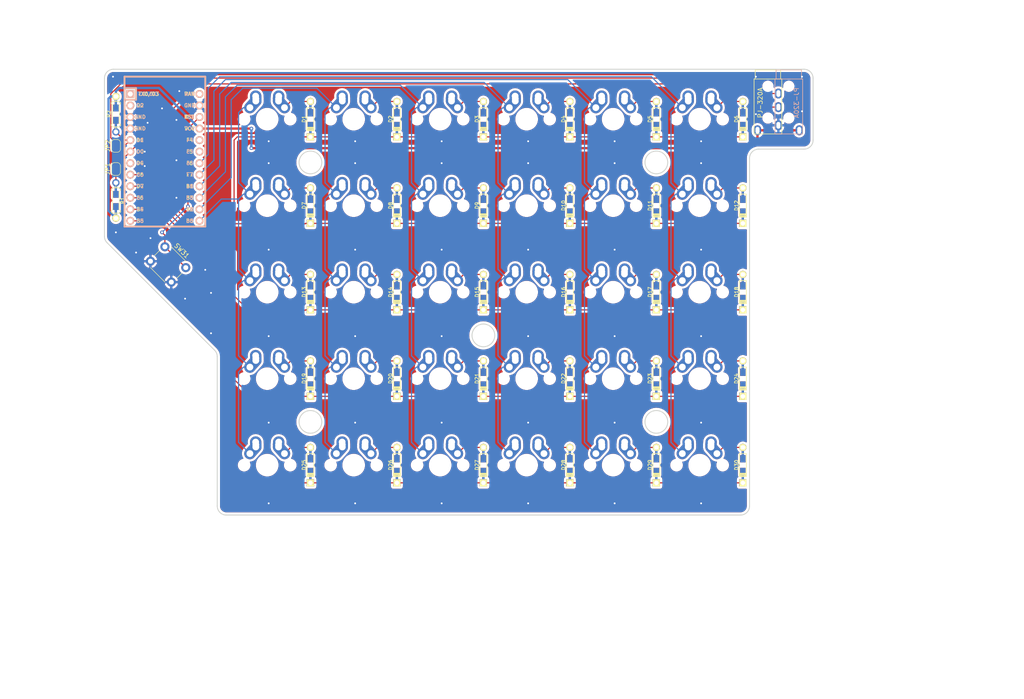
<source format=kicad_pcb>
(kicad_pcb (version 20171130) (host pcbnew 5.1.2)
  (layers (0 F.Cu signal) (31 B.Cu signal) (34 B.Paste user) (35 F.Paste user) (36 B.SilkS user) (37 F.SilkS user) (38 B.Mask user) (39 F.Mask user) (44 Edge.Cuts user))
  (net 0 "")
  (net 1 /row0)
  (net 2 "Net-(D1-Pad2)")
  (net 3 /row1)
  (net 4 "Net-(D2-Pad2)")
  (net 5 /row2)
  (net 6 "Net-(D3-Pad2)")
  (net 7 /row3)
  (net 8 "Net-(D4-Pad2)")
  (net 9 /row4)
  (net 10 "Net-(D5-Pad2)")
  (net 11 "Net-(D6-Pad2)")
  (net 12 "Net-(D7-Pad2)")
  (net 13 "Net-(D8-Pad2)")
  (net 14 "Net-(D9-Pad2)")
  (net 15 "Net-(D10-Pad2)")
  (net 16 "Net-(D11-Pad2)")
  (net 17 "Net-(D12-Pad2)")
  (net 18 "Net-(D13-Pad2)")
  (net 19 "Net-(D14-Pad2)")
  (net 20 "Net-(D15-Pad2)")
  (net 21 "Net-(D16-Pad2)")
  (net 22 "Net-(D17-Pad2)")
  (net 23 "Net-(D18-Pad2)")
  (net 24 "Net-(D19-Pad2)")
  (net 25 "Net-(D20-Pad2)")
  (net 26 "Net-(D21-Pad2)")
  (net 27 "Net-(D22-Pad2)")
  (net 28 "Net-(D23-Pad2)")
  (net 29 "Net-(D24-Pad2)")
  (net 30 "Net-(D25-Pad2)")
  (net 31 "Net-(D26-Pad2)")
  (net 32 "Net-(D27-Pad2)")
  (net 33 "Net-(D28-Pad2)")
  (net 34 "Net-(D29-Pad2)")
  (net 35 "Net-(D30-Pad2)")
  (net 36 /scl_uart)
  (net 37 "Net-(JP1-Pad1)")
  (net 38 /xtradata)
  (net 39 /sda)
  (net 40 VCC)
  (net 41 /rst)
  (net 42 GND)
  (net 43 /col0)
  (net 44 /col1)
  (net 45 /col2)
  (net 46 /col3)
  (net 47 /col4)
  (net 48 /col5)
  (module Button_Switch_THT:SW_PUSH_6mm_H7.3mm (layer F.Cu) (at 77.47 78.105 315)
    (fp_text reference SW31 (at 3.25 -2 135) (layer F.SilkS))
    (fp_text value MX hide)
    (pad 1 thru_hole circle (at 6.5 0 45) (size 2 2) (drill 1.1) (layers *.Cu *.Mask) (net 41 /rst))
    (pad 2 thru_hole circle (at 6.5 4.5 45) (size 2 2) (drill 1.1) (layers *.Cu *.Mask) (net 42 GND))
    (pad 1 thru_hole circle (at 0 0 45) (size 2 2) (drill 1.1) (layers *.Cu *.Mask) (net 41 /rst))
    (pad 2 thru_hole circle (at 0 4.5 45) (size 2 2) (drill 1.1) (layers *.Cu *.Mask) (net 42 GND))
  )
  (module keebio-footprints:Hybrid_PCB_100H_Dual_hole (layer F.Cu) (at 100 50)
    (fp_text reference SW1 hide)
    (fp_text value SW_Push hide)
    (pad 2 smd oval (at 2.52 -4.79 356.055) (size 2.5 3.081378) (layers B.Cu B.Paste B.Mask) (net 2 "Net-(D1-Pad2)"))
    (pad 2 smd oval (at 3.155 -3.27 221.9) (size 2.5 4.461556) (layers F.Cu F.Paste F.Mask) (net 2 "Net-(D1-Pad2)"))
    (pad 1 smd oval (at -2.52 -4.79 3.945) (size 2.5 3.081378) (layers F.Cu F.Paste F.Mask) (net 43 /col0))
    (pad 1 smd oval (at -3.155 -3.27 138.1) (size 2.5 4.461556) (layers F.Cu F.Paste F.Mask) (net 43 /col0))
    (pad 1 thru_hole circle (at -2.54 -5.08 330.95) (size 2 2) (drill 1.5) (layers *.Cu *.Mask) (net 43 /col0))
    (pad 1 thru_hole circle (at -2.5 -4.5 330.95) (size 2 2) (drill 1.5) (layers *.Cu *.Mask) (net 43 /col0))
    (pad 1 smd oval (at -2.52 -4.79 3.945) (size 2.5 3.081378) (layers B.Cu B.Paste B.Mask) (net 43 /col0))
    (pad 2 thru_hole circle (at 3.81 -2.54 330.95) (size 2 2) (drill 1.5) (layers *.Cu *.Mask) (net 2 "Net-(D1-Pad2)"))
    (pad 2 thru_hole circle (at 2.5 -4) (size 2 2) (drill 1.5) (layers *.Cu *.Mask) (net 2 "Net-(D1-Pad2)"))
    (pad 1 smd oval (at -3.155 -3.27 138.1) (size 2.5 4.461556) (layers B.Cu B.Paste B.Mask) (net 43 /col0))
    (pad 2 smd oval (at 3.155 -3.27 221.9) (size 2.5 4.461556) (layers B.Cu B.Paste B.Mask) (net 2 "Net-(D1-Pad2)"))
    (pad 1 thru_hole circle (at -3.81 -2.54 330.95) (size 2 2) (drill 1.5) (layers *.Cu *.Mask) (net 43 /col0))
    (pad HOLE np_thru_hole circle (at 5.08 0) (size 1.8 1.8) (drill 1.8) (layers *.Cu))
    (pad HOLE np_thru_hole circle (at -5.08 0) (size 1.8 1.8) (drill 1.8) (layers *.Cu))
    (pad HOLE np_thru_hole circle (at 0 0) (size 3.9878 3.9878) (drill 3.9878) (layers *.Cu))
    (pad 1 thru_hole circle (at -2.5 -4 330.95) (size 2 2) (drill 1.5) (layers *.Cu *.Mask) (net 43 /col0))
    (pad 2 thru_hole circle (at 2.54 -5.08 330.95) (size 2 2) (drill 1.5) (layers *.Cu *.Mask) (net 2 "Net-(D1-Pad2)"))
    (pad 2 thru_hole circle (at 2.5 -4.5 330.95) (size 2 2) (drill 1.5) (layers *.Cu *.Mask) (net 2 "Net-(D1-Pad2)"))
    (pad 2 smd oval (at 2.52 -4.79 356.055) (size 2.5 3.081378) (layers F.Cu F.Paste F.Mask) (net 2 "Net-(D1-Pad2)"))
  )
  (module keebio-footprints:ArduinoProMicro (layer F.Cu) (at 77.47 58.42 270)
    (fp_text reference U1 hide)
    (fp_text value ProMicro hide)
    (fp_text user ST (at -8.91 -5.04) (layer B.SilkS) (effects (font (size 0.8 0.8)) (justify mirror)))
    (fp_text user TX0/D3 (at -13.97 3.571872) (layer F.SilkS) (effects (font (size 0.8 0.8))))
    (fp_text user TX0/D3 (at -13.97 3.571872) (layer B.SilkS) (effects (font (size 0.8 0.8)) (justify mirror)))
    (fp_text user D2 (at -11.43 5.461) (layer F.SilkS) (effects (font (size 0.8 0.8))))
    (fp_text user D0 (at -1.27 5.461) (layer F.SilkS) (effects (font (size 0.8 0.8))))
    (fp_text user D1 (at -3.81 5.461) (layer F.SilkS) (effects (font (size 0.8 0.8))))
    (fp_text user GND (at -6.35 5.461) (layer F.SilkS) (effects (font (size 0.8 0.8))))
    (fp_text user GND (at -8.89 5.461) (layer F.SilkS) (effects (font (size 0.8 0.8))))
    (fp_text user D4 (at 1.27 5.461) (layer F.SilkS) (effects (font (size 0.8 0.8))))
    (fp_text user C6 (at 3.81 5.461) (layer F.SilkS) (effects (font (size 0.8 0.8))))
    (fp_text user D7 (at 6.35 5.461) (layer F.SilkS) (effects (font (size 0.8 0.8))))
    (fp_text user E6 (at 8.89 5.461) (layer F.SilkS) (effects (font (size 0.8 0.8))))
    (fp_text user B4 (at 11.43 5.461) (layer F.SilkS) (effects (font (size 0.8 0.8))))
    (fp_text user B5 (at 13.97 5.461) (layer F.SilkS) (effects (font (size 0.8 0.8))))
    (fp_text user B6 (at 13.97 -5.461) (layer F.SilkS) (effects (font (size 0.8 0.8))))
    (fp_text user B2 (at 11.43 -5.461) (layer B.SilkS) (effects (font (size 0.8 0.8)) (justify mirror)))
    (fp_text user B3 (at 8.89 -5.461) (layer F.SilkS) (effects (font (size 0.8 0.8))))
    (fp_text user B1 (at 6.35 -5.461) (layer F.SilkS) (effects (font (size 0.8 0.8))))
    (fp_text user F7 (at 3.81 -5.461) (layer B.SilkS) (effects (font (size 0.8 0.8)) (justify mirror)))
    (fp_text user F6 (at 1.27 -5.461) (layer B.SilkS) (effects (font (size 0.8 0.8)) (justify mirror)))
    (fp_text user F5 (at -1.27 -5.461) (layer B.SilkS) (effects (font (size 0.8 0.8)) (justify mirror)))
    (fp_text user F4 (at -3.81 -5.461) (layer F.SilkS) (effects (font (size 0.8 0.8))))
    (fp_text user VCC (at -6.35 -5.461) (layer F.SilkS) (effects (font (size 0.8 0.8))))
    (fp_text user ST (at -8.92 -5.73312) (layer F.SilkS) (effects (font (size 0.8 0.8))))
    (fp_text user GND (at -11.43 -5.461) (layer F.SilkS) (effects (font (size 0.8 0.8))))
    (fp_text user RAW (at -13.97 -5.461) (layer F.SilkS) (effects (font (size 0.8 0.8))))
    (fp_text user RAW (at -13.97 -5.461) (layer B.SilkS) (effects (font (size 0.8 0.8)) (justify mirror)))
    (fp_text user GND (at -11.43 -5.461) (layer B.SilkS) (effects (font (size 0.8 0.8)) (justify mirror)))
    (fp_text user VCC (at -6.35 -5.461) (layer B.SilkS) (effects (font (size 0.8 0.8)) (justify mirror)))
    (fp_text user F4 (at -3.81 -5.461) (layer B.SilkS) (effects (font (size 0.8 0.8)) (justify mirror)))
    (fp_text user F5 (at -1.27 -5.461) (layer F.SilkS) (effects (font (size 0.8 0.8))))
    (fp_text user F6 (at 1.27 -5.461) (layer F.SilkS) (effects (font (size 0.8 0.8))))
    (fp_text user F7 (at 3.81 -5.461) (layer F.SilkS) (effects (font (size 0.8 0.8))))
    (fp_text user B1 (at 6.35 -5.461) (layer B.SilkS) (effects (font (size 0.8 0.8)) (justify mirror)))
    (fp_text user B3 (at 8.89 -5.461) (layer B.SilkS) (effects (font (size 0.8 0.8)) (justify mirror)))
    (fp_text user B2 (at 11.43 -5.461) (layer F.SilkS) (effects (font (size 0.8 0.8))))
    (fp_text user B6 (at 13.97 -5.461) (layer B.SilkS) (effects (font (size 0.8 0.8)) (justify mirror)))
    (fp_text user B5 (at 13.97 5.461) (layer B.SilkS) (effects (font (size 0.8 0.8)) (justify mirror)))
    (fp_text user B4 (at 11.43 5.461) (layer B.SilkS) (effects (font (size 0.8 0.8)) (justify mirror)))
    (fp_text user E6 (at 8.89 5.461) (layer B.SilkS) (effects (font (size 0.8 0.8)) (justify mirror)))
    (fp_text user D7 (at 6.35 5.461) (layer B.SilkS) (effects (font (size 0.8 0.8)) (justify mirror)))
    (fp_text user C6 (at 3.81 5.461) (layer B.SilkS) (effects (font (size 0.8 0.8)) (justify mirror)))
    (fp_text user D4 (at 1.27 5.461) (layer B.SilkS) (effects (font (size 0.8 0.8)) (justify mirror)))
    (fp_text user GND (at -8.89 5.461) (layer B.SilkS) (effects (font (size 0.8 0.8)) (justify mirror)))
    (fp_text user GND (at -6.35 5.461) (layer B.SilkS) (effects (font (size 0.8 0.8)) (justify mirror)))
    (fp_text user D1 (at -3.81 5.461) (layer B.SilkS) (effects (font (size 0.8 0.8)) (justify mirror)))
    (fp_text user D0 (at -1.27 5.461) (layer B.SilkS) (effects (font (size 0.8 0.8)) (justify mirror)))
    (fp_text user D2 (at -11.43 5.461) (layer B.SilkS) (effects (font (size 0.8 0.8)) (justify mirror)))
    (pad 24 thru_hole circle (at -13.97 -7.62 270) (size 1.7526 1.7526) (drill 1.0922) (layers *.Cu *.SilkS *.Mask))
    (pad 12 thru_hole circle (at 13.97 7.62 270) (size 1.7526 1.7526) (drill 1.0922) (layers *.Cu *.SilkS *.Mask) (net 9 /row4))
    (pad 23 thru_hole circle (at -11.43 -7.62 270) (size 1.7526 1.7526) (drill 1.0922) (layers *.Cu *.SilkS *.Mask) (net 42 GND))
    (pad 22 thru_hole circle (at -8.89 -7.62 270) (size 1.7526 1.7526) (drill 1.0922) (layers *.Cu *.SilkS *.Mask) (net 41 /rst))
    (pad 21 thru_hole circle (at -6.35 -7.62 270) (size 1.7526 1.7526) (drill 1.0922) (layers *.Cu *.SilkS *.Mask) (net 40 VCC))
    (pad 20 thru_hole circle (at -3.81 -7.62 270) (size 1.7526 1.7526) (drill 1.0922) (layers *.Cu *.SilkS *.Mask))
    (pad 19 thru_hole circle (at -1.27 -7.62 270) (size 1.7526 1.7526) (drill 1.0922) (layers *.Cu *.SilkS *.Mask))
    (pad 18 thru_hole circle (at 1.27 -7.62 270) (size 1.7526 1.7526) (drill 1.0922) (layers *.Cu *.SilkS *.Mask) (net 48 /col5))
    (pad 17 thru_hole circle (at 3.81 -7.62 270) (size 1.7526 1.7526) (drill 1.0922) (layers *.Cu *.SilkS *.Mask) (net 47 /col4))
    (pad 16 thru_hole circle (at 6.35 -7.62 270) (size 1.7526 1.7526) (drill 1.0922) (layers *.Cu *.SilkS *.Mask) (net 46 /col3))
    (pad 15 thru_hole circle (at 8.89 -7.62 270) (size 1.7526 1.7526) (drill 1.0922) (layers *.Cu *.SilkS *.Mask) (net 45 /col2))
    (pad 14 thru_hole circle (at 11.43 -7.62 270) (size 1.7526 1.7526) (drill 1.0922) (layers *.Cu *.SilkS *.Mask) (net 44 /col1))
    (pad 13 thru_hole circle (at 13.97 -7.62 270) (size 1.7526 1.7526) (drill 1.0922) (layers *.Cu *.SilkS *.Mask) (net 43 /col0))
    (pad 11 thru_hole circle (at 11.43 7.62 270) (size 1.7526 1.7526) (drill 1.0922) (layers *.Cu *.SilkS *.Mask) (net 7 /row3))
    (pad 10 thru_hole circle (at 8.89 7.62 270) (size 1.7526 1.7526) (drill 1.0922) (layers *.Cu *.SilkS *.Mask) (net 5 /row2))
    (pad 9 thru_hole circle (at 6.35 7.62 270) (size 1.7526 1.7526) (drill 1.0922) (layers *.Cu *.SilkS *.Mask) (net 3 /row1))
    (pad 8 thru_hole circle (at 3.81 7.62 270) (size 1.7526 1.7526) (drill 1.0922) (layers *.Cu *.SilkS *.Mask) (net 1 /row0))
    (pad 7 thru_hole circle (at 1.27 7.62 270) (size 1.7526 1.7526) (drill 1.0922) (layers *.Cu *.SilkS *.Mask))
    (pad 6 thru_hole circle (at -1.27 7.62 270) (size 1.7526 1.7526) (drill 1.0922) (layers *.Cu *.SilkS *.Mask) (net 36 /scl_uart))
    (pad 5 thru_hole circle (at -3.81 7.62 270) (size 1.7526 1.7526) (drill 1.0922) (layers *.Cu *.SilkS *.Mask) (net 39 /sda))
    (pad 4 thru_hole circle (at -6.35 7.62 270) (size 1.7526 1.7526) (drill 1.0922) (layers *.Cu *.SilkS *.Mask) (net 42 GND))
    (pad 3 thru_hole circle (at -8.89 7.62 270) (size 1.7526 1.7526) (drill 1.0922) (layers *.Cu *.SilkS *.Mask) (net 42 GND))
    (pad 2 thru_hole circle (at -11.43 7.62 270) (size 1.7526 1.7526) (drill 1.0922) (layers *.Cu *.SilkS *.Mask))
    (pad 1 thru_hole rect (at -13.97 7.62 270) (size 1.7526 1.7526) (drill 1.0922) (layers *.Cu *.SilkS *.Mask))
  )
  (module keebio-footprints:TRRS-PJ-320A-dual (layer F.Cu) (at 212.598 41.148)
    (fp_text reference U2)
    (fp_text value TRRS)
    (fp_text user PJ-320A (at -4 5.25 90) (layer F.SilkS))
    (fp_text user PJ-320A (at 4 5.25 270) (layer B.SilkS) (effects (justify mirror)))
    (pad 3 thru_hole oval (at 0 6.2) (size 1.6 2.2) (drill oval 0.9 1.5) (layers *.Cu *.Mask) (net 36 /scl_uart))
    (pad "" np_thru_hole circle (at -2.3 1.6) (size 1.5 1.5) (drill 1.5) (layers *.Cu *.Mask))
    (pad "" np_thru_hole circle (at -2.3 8.6) (size 1.5 1.5) (drill 1.5) (layers *.Cu *.Mask))
    (pad 4 thru_hole oval (at 0 3.2) (size 1.6 2.2) (drill oval 0.9 1.5) (layers *.Cu *.Mask) (net 38 /xtradata))
    (pad 2 thru_hole oval (at 0 10.2) (size 1.6 2.2) (drill oval 0.9 1.5) (layers *.Cu *.Mask) (net 42 GND))
    (pad 1 thru_hole oval (at -4.6 11.3) (size 1.6 2.2) (drill oval 0.9 1.5) (layers *.Cu *.Mask) (net 40 VCC))
    (pad 1 thru_hole oval (at 4.6 11.3) (size 1.6 2.2) (drill oval 0.9 1.5) (layers *.Cu *.Mask) (net 40 VCC))
    (pad "" np_thru_hole circle (at 2.3 1.6) (size 1.5 1.5) (drill 1.5) (layers *.Cu *.Mask))
    (pad "" np_thru_hole circle (at 2.3 8.6) (size 1.5 1.5) (drill 1.5) (layers *.Cu *.Mask))
  )
  (module keebio-footprints:Hybrid_PCB_100H_Dual_hole (layer F.Cu) (at 195.25 126.2)
    (fp_text reference SW30 hide)
    (fp_text value SW_Push hide)
    (pad 2 smd oval (at 2.52 -4.79 356.055) (size 2.5 3.081378) (layers B.Cu B.Paste B.Mask) (net 35 "Net-(D30-Pad2)"))
    (pad 2 smd oval (at 3.155 -3.27 221.9) (size 2.5 4.461556) (layers F.Cu F.Paste F.Mask) (net 35 "Net-(D30-Pad2)"))
    (pad 1 smd oval (at -2.52 -4.79 3.945) (size 2.5 3.081378) (layers F.Cu F.Paste F.Mask) (net 48 /col5))
    (pad 1 smd oval (at -3.155 -3.27 138.1) (size 2.5 4.461556) (layers F.Cu F.Paste F.Mask) (net 48 /col5))
    (pad 1 thru_hole circle (at -2.54 -5.08 330.95) (size 2 2) (drill 1.5) (layers *.Cu *.Mask) (net 48 /col5))
    (pad 1 thru_hole circle (at -2.5 -4.5 330.95) (size 2 2) (drill 1.5) (layers *.Cu *.Mask) (net 48 /col5))
    (pad 1 smd oval (at -2.52 -4.79 3.945) (size 2.5 3.081378) (layers B.Cu B.Paste B.Mask) (net 48 /col5))
    (pad 2 thru_hole circle (at 3.81 -2.54 330.95) (size 2 2) (drill 1.5) (layers *.Cu *.Mask) (net 35 "Net-(D30-Pad2)"))
    (pad 2 thru_hole circle (at 2.5 -4) (size 2 2) (drill 1.5) (layers *.Cu *.Mask) (net 35 "Net-(D30-Pad2)"))
    (pad 1 smd oval (at -3.155 -3.27 138.1) (size 2.5 4.461556) (layers B.Cu B.Paste B.Mask) (net 48 /col5))
    (pad 2 smd oval (at 3.155 -3.27 221.9) (size 2.5 4.461556) (layers B.Cu B.Paste B.Mask) (net 35 "Net-(D30-Pad2)"))
    (pad 1 thru_hole circle (at -3.81 -2.54 330.95) (size 2 2) (drill 1.5) (layers *.Cu *.Mask) (net 48 /col5))
    (pad HOLE np_thru_hole circle (at 5.08 0) (size 1.8 1.8) (drill 1.8) (layers *.Cu))
    (pad HOLE np_thru_hole circle (at -5.08 0) (size 1.8 1.8) (drill 1.8) (layers *.Cu))
    (pad HOLE np_thru_hole circle (at 0 0) (size 3.9878 3.9878) (drill 3.9878) (layers *.Cu))
    (pad 1 thru_hole circle (at -2.5 -4 330.95) (size 2 2) (drill 1.5) (layers *.Cu *.Mask) (net 48 /col5))
    (pad 2 thru_hole circle (at 2.54 -5.08 330.95) (size 2 2) (drill 1.5) (layers *.Cu *.Mask) (net 35 "Net-(D30-Pad2)"))
    (pad 2 thru_hole circle (at 2.5 -4.5 330.95) (size 2 2) (drill 1.5) (layers *.Cu *.Mask) (net 35 "Net-(D30-Pad2)"))
    (pad 2 smd oval (at 2.52 -4.79 356.055) (size 2.5 3.081378) (layers F.Cu F.Paste F.Mask) (net 35 "Net-(D30-Pad2)"))
  )
  (module keebio-footprints:Hybrid_PCB_100H_Dual_hole (layer F.Cu) (at 195.25 107.15)
    (fp_text reference SW24 hide)
    (fp_text value SW_Push hide)
    (pad 2 smd oval (at 2.52 -4.79 356.055) (size 2.5 3.081378) (layers B.Cu B.Paste B.Mask) (net 29 "Net-(D24-Pad2)"))
    (pad 2 smd oval (at 3.155 -3.27 221.9) (size 2.5 4.461556) (layers F.Cu F.Paste F.Mask) (net 29 "Net-(D24-Pad2)"))
    (pad 1 smd oval (at -2.52 -4.79 3.945) (size 2.5 3.081378) (layers F.Cu F.Paste F.Mask) (net 48 /col5))
    (pad 1 smd oval (at -3.155 -3.27 138.1) (size 2.5 4.461556) (layers F.Cu F.Paste F.Mask) (net 48 /col5))
    (pad 1 thru_hole circle (at -2.54 -5.08 330.95) (size 2 2) (drill 1.5) (layers *.Cu *.Mask) (net 48 /col5))
    (pad 1 thru_hole circle (at -2.5 -4.5 330.95) (size 2 2) (drill 1.5) (layers *.Cu *.Mask) (net 48 /col5))
    (pad 1 smd oval (at -2.52 -4.79 3.945) (size 2.5 3.081378) (layers B.Cu B.Paste B.Mask) (net 48 /col5))
    (pad 2 thru_hole circle (at 3.81 -2.54 330.95) (size 2 2) (drill 1.5) (layers *.Cu *.Mask) (net 29 "Net-(D24-Pad2)"))
    (pad 2 thru_hole circle (at 2.5 -4) (size 2 2) (drill 1.5) (layers *.Cu *.Mask) (net 29 "Net-(D24-Pad2)"))
    (pad 1 smd oval (at -3.155 -3.27 138.1) (size 2.5 4.461556) (layers B.Cu B.Paste B.Mask) (net 48 /col5))
    (pad 2 smd oval (at 3.155 -3.27 221.9) (size 2.5 4.461556) (layers B.Cu B.Paste B.Mask) (net 29 "Net-(D24-Pad2)"))
    (pad 1 thru_hole circle (at -3.81 -2.54 330.95) (size 2 2) (drill 1.5) (layers *.Cu *.Mask) (net 48 /col5))
    (pad HOLE np_thru_hole circle (at 5.08 0) (size 1.8 1.8) (drill 1.8) (layers *.Cu))
    (pad HOLE np_thru_hole circle (at -5.08 0) (size 1.8 1.8) (drill 1.8) (layers *.Cu))
    (pad HOLE np_thru_hole circle (at 0 0) (size 3.9878 3.9878) (drill 3.9878) (layers *.Cu))
    (pad 1 thru_hole circle (at -2.5 -4 330.95) (size 2 2) (drill 1.5) (layers *.Cu *.Mask) (net 48 /col5))
    (pad 2 thru_hole circle (at 2.54 -5.08 330.95) (size 2 2) (drill 1.5) (layers *.Cu *.Mask) (net 29 "Net-(D24-Pad2)"))
    (pad 2 thru_hole circle (at 2.5 -4.5 330.95) (size 2 2) (drill 1.5) (layers *.Cu *.Mask) (net 29 "Net-(D24-Pad2)"))
    (pad 2 smd oval (at 2.52 -4.79 356.055) (size 2.5 3.081378) (layers F.Cu F.Paste F.Mask) (net 29 "Net-(D24-Pad2)"))
  )
  (module keebio-footprints:Hybrid_PCB_100H_Dual_hole (layer F.Cu) (at 195.25 88.1)
    (fp_text reference SW18 hide)
    (fp_text value SW_Push hide)
    (pad 2 smd oval (at 2.52 -4.79 356.055) (size 2.5 3.081378) (layers B.Cu B.Paste B.Mask) (net 23 "Net-(D18-Pad2)"))
    (pad 2 smd oval (at 3.155 -3.27 221.9) (size 2.5 4.461556) (layers F.Cu F.Paste F.Mask) (net 23 "Net-(D18-Pad2)"))
    (pad 1 smd oval (at -2.52 -4.79 3.945) (size 2.5 3.081378) (layers F.Cu F.Paste F.Mask) (net 48 /col5))
    (pad 1 smd oval (at -3.155 -3.27 138.1) (size 2.5 4.461556) (layers F.Cu F.Paste F.Mask) (net 48 /col5))
    (pad 1 thru_hole circle (at -2.54 -5.08 330.95) (size 2 2) (drill 1.5) (layers *.Cu *.Mask) (net 48 /col5))
    (pad 1 thru_hole circle (at -2.5 -4.5 330.95) (size 2 2) (drill 1.5) (layers *.Cu *.Mask) (net 48 /col5))
    (pad 1 smd oval (at -2.52 -4.79 3.945) (size 2.5 3.081378) (layers B.Cu B.Paste B.Mask) (net 48 /col5))
    (pad 2 thru_hole circle (at 3.81 -2.54 330.95) (size 2 2) (drill 1.5) (layers *.Cu *.Mask) (net 23 "Net-(D18-Pad2)"))
    (pad 2 thru_hole circle (at 2.5 -4) (size 2 2) (drill 1.5) (layers *.Cu *.Mask) (net 23 "Net-(D18-Pad2)"))
    (pad 1 smd oval (at -3.155 -3.27 138.1) (size 2.5 4.461556) (layers B.Cu B.Paste B.Mask) (net 48 /col5))
    (pad 2 smd oval (at 3.155 -3.27 221.9) (size 2.5 4.461556) (layers B.Cu B.Paste B.Mask) (net 23 "Net-(D18-Pad2)"))
    (pad 1 thru_hole circle (at -3.81 -2.54 330.95) (size 2 2) (drill 1.5) (layers *.Cu *.Mask) (net 48 /col5))
    (pad HOLE np_thru_hole circle (at 5.08 0) (size 1.8 1.8) (drill 1.8) (layers *.Cu))
    (pad HOLE np_thru_hole circle (at -5.08 0) (size 1.8 1.8) (drill 1.8) (layers *.Cu))
    (pad HOLE np_thru_hole circle (at 0 0) (size 3.9878 3.9878) (drill 3.9878) (layers *.Cu))
    (pad 1 thru_hole circle (at -2.5 -4 330.95) (size 2 2) (drill 1.5) (layers *.Cu *.Mask) (net 48 /col5))
    (pad 2 thru_hole circle (at 2.54 -5.08 330.95) (size 2 2) (drill 1.5) (layers *.Cu *.Mask) (net 23 "Net-(D18-Pad2)"))
    (pad 2 thru_hole circle (at 2.5 -4.5 330.95) (size 2 2) (drill 1.5) (layers *.Cu *.Mask) (net 23 "Net-(D18-Pad2)"))
    (pad 2 smd oval (at 2.52 -4.79 356.055) (size 2.5 3.081378) (layers F.Cu F.Paste F.Mask) (net 23 "Net-(D18-Pad2)"))
  )
  (module keebio-footprints:Hybrid_PCB_100H_Dual_hole (layer F.Cu) (at 195.25 69.05)
    (fp_text reference SW12 hide)
    (fp_text value SW_Push hide)
    (pad 2 smd oval (at 2.52 -4.79 356.055) (size 2.5 3.081378) (layers B.Cu B.Paste B.Mask) (net 17 "Net-(D12-Pad2)"))
    (pad 2 smd oval (at 3.155 -3.27 221.9) (size 2.5 4.461556) (layers F.Cu F.Paste F.Mask) (net 17 "Net-(D12-Pad2)"))
    (pad 1 smd oval (at -2.52 -4.79 3.945) (size 2.5 3.081378) (layers F.Cu F.Paste F.Mask) (net 48 /col5))
    (pad 1 smd oval (at -3.155 -3.27 138.1) (size 2.5 4.461556) (layers F.Cu F.Paste F.Mask) (net 48 /col5))
    (pad 1 thru_hole circle (at -2.54 -5.08 330.95) (size 2 2) (drill 1.5) (layers *.Cu *.Mask) (net 48 /col5))
    (pad 1 thru_hole circle (at -2.5 -4.5 330.95) (size 2 2) (drill 1.5) (layers *.Cu *.Mask) (net 48 /col5))
    (pad 1 smd oval (at -2.52 -4.79 3.945) (size 2.5 3.081378) (layers B.Cu B.Paste B.Mask) (net 48 /col5))
    (pad 2 thru_hole circle (at 3.81 -2.54 330.95) (size 2 2) (drill 1.5) (layers *.Cu *.Mask) (net 17 "Net-(D12-Pad2)"))
    (pad 2 thru_hole circle (at 2.5 -4) (size 2 2) (drill 1.5) (layers *.Cu *.Mask) (net 17 "Net-(D12-Pad2)"))
    (pad 1 smd oval (at -3.155 -3.27 138.1) (size 2.5 4.461556) (layers B.Cu B.Paste B.Mask) (net 48 /col5))
    (pad 2 smd oval (at 3.155 -3.27 221.9) (size 2.5 4.461556) (layers B.Cu B.Paste B.Mask) (net 17 "Net-(D12-Pad2)"))
    (pad 1 thru_hole circle (at -3.81 -2.54 330.95) (size 2 2) (drill 1.5) (layers *.Cu *.Mask) (net 48 /col5))
    (pad HOLE np_thru_hole circle (at 5.08 0) (size 1.8 1.8) (drill 1.8) (layers *.Cu))
    (pad HOLE np_thru_hole circle (at -5.08 0) (size 1.8 1.8) (drill 1.8) (layers *.Cu))
    (pad HOLE np_thru_hole circle (at 0 0) (size 3.9878 3.9878) (drill 3.9878) (layers *.Cu))
    (pad 1 thru_hole circle (at -2.5 -4 330.95) (size 2 2) (drill 1.5) (layers *.Cu *.Mask) (net 48 /col5))
    (pad 2 thru_hole circle (at 2.54 -5.08 330.95) (size 2 2) (drill 1.5) (layers *.Cu *.Mask) (net 17 "Net-(D12-Pad2)"))
    (pad 2 thru_hole circle (at 2.5 -4.5 330.95) (size 2 2) (drill 1.5) (layers *.Cu *.Mask) (net 17 "Net-(D12-Pad2)"))
    (pad 2 smd oval (at 2.52 -4.79 356.055) (size 2.5 3.081378) (layers F.Cu F.Paste F.Mask) (net 17 "Net-(D12-Pad2)"))
  )
  (module keebio-footprints:Hybrid_PCB_100H_Dual_hole (layer F.Cu) (at 195.25 50)
    (fp_text reference SW6 hide)
    (fp_text value SW_Push hide)
    (pad 2 smd oval (at 2.52 -4.79 356.055) (size 2.5 3.081378) (layers B.Cu B.Paste B.Mask) (net 11 "Net-(D6-Pad2)"))
    (pad 2 smd oval (at 3.155 -3.27 221.9) (size 2.5 4.461556) (layers F.Cu F.Paste F.Mask) (net 11 "Net-(D6-Pad2)"))
    (pad 1 smd oval (at -2.52 -4.79 3.945) (size 2.5 3.081378) (layers F.Cu F.Paste F.Mask) (net 48 /col5))
    (pad 1 smd oval (at -3.155 -3.27 138.1) (size 2.5 4.461556) (layers F.Cu F.Paste F.Mask) (net 48 /col5))
    (pad 1 thru_hole circle (at -2.54 -5.08 330.95) (size 2 2) (drill 1.5) (layers *.Cu *.Mask) (net 48 /col5))
    (pad 1 thru_hole circle (at -2.5 -4.5 330.95) (size 2 2) (drill 1.5) (layers *.Cu *.Mask) (net 48 /col5))
    (pad 1 smd oval (at -2.52 -4.79 3.945) (size 2.5 3.081378) (layers B.Cu B.Paste B.Mask) (net 48 /col5))
    (pad 2 thru_hole circle (at 3.81 -2.54 330.95) (size 2 2) (drill 1.5) (layers *.Cu *.Mask) (net 11 "Net-(D6-Pad2)"))
    (pad 2 thru_hole circle (at 2.5 -4) (size 2 2) (drill 1.5) (layers *.Cu *.Mask) (net 11 "Net-(D6-Pad2)"))
    (pad 1 smd oval (at -3.155 -3.27 138.1) (size 2.5 4.461556) (layers B.Cu B.Paste B.Mask) (net 48 /col5))
    (pad 2 smd oval (at 3.155 -3.27 221.9) (size 2.5 4.461556) (layers B.Cu B.Paste B.Mask) (net 11 "Net-(D6-Pad2)"))
    (pad 1 thru_hole circle (at -3.81 -2.54 330.95) (size 2 2) (drill 1.5) (layers *.Cu *.Mask) (net 48 /col5))
    (pad HOLE np_thru_hole circle (at 5.08 0) (size 1.8 1.8) (drill 1.8) (layers *.Cu))
    (pad HOLE np_thru_hole circle (at -5.08 0) (size 1.8 1.8) (drill 1.8) (layers *.Cu))
    (pad HOLE np_thru_hole circle (at 0 0) (size 3.9878 3.9878) (drill 3.9878) (layers *.Cu))
    (pad 1 thru_hole circle (at -2.5 -4 330.95) (size 2 2) (drill 1.5) (layers *.Cu *.Mask) (net 48 /col5))
    (pad 2 thru_hole circle (at 2.54 -5.08 330.95) (size 2 2) (drill 1.5) (layers *.Cu *.Mask) (net 11 "Net-(D6-Pad2)"))
    (pad 2 thru_hole circle (at 2.5 -4.5 330.95) (size 2 2) (drill 1.5) (layers *.Cu *.Mask) (net 11 "Net-(D6-Pad2)"))
    (pad 2 smd oval (at 2.52 -4.79 356.055) (size 2.5 3.081378) (layers F.Cu F.Paste F.Mask) (net 11 "Net-(D6-Pad2)"))
  )
  (module keebio-footprints:Hybrid_PCB_100H_Dual_hole (layer F.Cu) (at 176.2 126.2)
    (fp_text reference SW29 hide)
    (fp_text value SW_Push hide)
    (pad 2 smd oval (at 2.52 -4.79 356.055) (size 2.5 3.081378) (layers B.Cu B.Paste B.Mask) (net 34 "Net-(D29-Pad2)"))
    (pad 2 smd oval (at 3.155 -3.27 221.9) (size 2.5 4.461556) (layers F.Cu F.Paste F.Mask) (net 34 "Net-(D29-Pad2)"))
    (pad 1 smd oval (at -2.52 -4.79 3.945) (size 2.5 3.081378) (layers F.Cu F.Paste F.Mask) (net 47 /col4))
    (pad 1 smd oval (at -3.155 -3.27 138.1) (size 2.5 4.461556) (layers F.Cu F.Paste F.Mask) (net 47 /col4))
    (pad 1 thru_hole circle (at -2.54 -5.08 330.95) (size 2 2) (drill 1.5) (layers *.Cu *.Mask) (net 47 /col4))
    (pad 1 thru_hole circle (at -2.5 -4.5 330.95) (size 2 2) (drill 1.5) (layers *.Cu *.Mask) (net 47 /col4))
    (pad 1 smd oval (at -2.52 -4.79 3.945) (size 2.5 3.081378) (layers B.Cu B.Paste B.Mask) (net 47 /col4))
    (pad 2 thru_hole circle (at 3.81 -2.54 330.95) (size 2 2) (drill 1.5) (layers *.Cu *.Mask) (net 34 "Net-(D29-Pad2)"))
    (pad 2 thru_hole circle (at 2.5 -4) (size 2 2) (drill 1.5) (layers *.Cu *.Mask) (net 34 "Net-(D29-Pad2)"))
    (pad 1 smd oval (at -3.155 -3.27 138.1) (size 2.5 4.461556) (layers B.Cu B.Paste B.Mask) (net 47 /col4))
    (pad 2 smd oval (at 3.155 -3.27 221.9) (size 2.5 4.461556) (layers B.Cu B.Paste B.Mask) (net 34 "Net-(D29-Pad2)"))
    (pad 1 thru_hole circle (at -3.81 -2.54 330.95) (size 2 2) (drill 1.5) (layers *.Cu *.Mask) (net 47 /col4))
    (pad HOLE np_thru_hole circle (at 5.08 0) (size 1.8 1.8) (drill 1.8) (layers *.Cu))
    (pad HOLE np_thru_hole circle (at -5.08 0) (size 1.8 1.8) (drill 1.8) (layers *.Cu))
    (pad HOLE np_thru_hole circle (at 0 0) (size 3.9878 3.9878) (drill 3.9878) (layers *.Cu))
    (pad 1 thru_hole circle (at -2.5 -4 330.95) (size 2 2) (drill 1.5) (layers *.Cu *.Mask) (net 47 /col4))
    (pad 2 thru_hole circle (at 2.54 -5.08 330.95) (size 2 2) (drill 1.5) (layers *.Cu *.Mask) (net 34 "Net-(D29-Pad2)"))
    (pad 2 thru_hole circle (at 2.5 -4.5 330.95) (size 2 2) (drill 1.5) (layers *.Cu *.Mask) (net 34 "Net-(D29-Pad2)"))
    (pad 2 smd oval (at 2.52 -4.79 356.055) (size 2.5 3.081378) (layers F.Cu F.Paste F.Mask) (net 34 "Net-(D29-Pad2)"))
  )
  (module keebio-footprints:Hybrid_PCB_100H_Dual_hole (layer F.Cu) (at 176.2 107.15)
    (fp_text reference SW23 hide)
    (fp_text value SW_Push hide)
    (pad 2 smd oval (at 2.52 -4.79 356.055) (size 2.5 3.081378) (layers B.Cu B.Paste B.Mask) (net 28 "Net-(D23-Pad2)"))
    (pad 2 smd oval (at 3.155 -3.27 221.9) (size 2.5 4.461556) (layers F.Cu F.Paste F.Mask) (net 28 "Net-(D23-Pad2)"))
    (pad 1 smd oval (at -2.52 -4.79 3.945) (size 2.5 3.081378) (layers F.Cu F.Paste F.Mask) (net 47 /col4))
    (pad 1 smd oval (at -3.155 -3.27 138.1) (size 2.5 4.461556) (layers F.Cu F.Paste F.Mask) (net 47 /col4))
    (pad 1 thru_hole circle (at -2.54 -5.08 330.95) (size 2 2) (drill 1.5) (layers *.Cu *.Mask) (net 47 /col4))
    (pad 1 thru_hole circle (at -2.5 -4.5 330.95) (size 2 2) (drill 1.5) (layers *.Cu *.Mask) (net 47 /col4))
    (pad 1 smd oval (at -2.52 -4.79 3.945) (size 2.5 3.081378) (layers B.Cu B.Paste B.Mask) (net 47 /col4))
    (pad 2 thru_hole circle (at 3.81 -2.54 330.95) (size 2 2) (drill 1.5) (layers *.Cu *.Mask) (net 28 "Net-(D23-Pad2)"))
    (pad 2 thru_hole circle (at 2.5 -4) (size 2 2) (drill 1.5) (layers *.Cu *.Mask) (net 28 "Net-(D23-Pad2)"))
    (pad 1 smd oval (at -3.155 -3.27 138.1) (size 2.5 4.461556) (layers B.Cu B.Paste B.Mask) (net 47 /col4))
    (pad 2 smd oval (at 3.155 -3.27 221.9) (size 2.5 4.461556) (layers B.Cu B.Paste B.Mask) (net 28 "Net-(D23-Pad2)"))
    (pad 1 thru_hole circle (at -3.81 -2.54 330.95) (size 2 2) (drill 1.5) (layers *.Cu *.Mask) (net 47 /col4))
    (pad HOLE np_thru_hole circle (at 5.08 0) (size 1.8 1.8) (drill 1.8) (layers *.Cu))
    (pad HOLE np_thru_hole circle (at -5.08 0) (size 1.8 1.8) (drill 1.8) (layers *.Cu))
    (pad HOLE np_thru_hole circle (at 0 0) (size 3.9878 3.9878) (drill 3.9878) (layers *.Cu))
    (pad 1 thru_hole circle (at -2.5 -4 330.95) (size 2 2) (drill 1.5) (layers *.Cu *.Mask) (net 47 /col4))
    (pad 2 thru_hole circle (at 2.54 -5.08 330.95) (size 2 2) (drill 1.5) (layers *.Cu *.Mask) (net 28 "Net-(D23-Pad2)"))
    (pad 2 thru_hole circle (at 2.5 -4.5 330.95) (size 2 2) (drill 1.5) (layers *.Cu *.Mask) (net 28 "Net-(D23-Pad2)"))
    (pad 2 smd oval (at 2.52 -4.79 356.055) (size 2.5 3.081378) (layers F.Cu F.Paste F.Mask) (net 28 "Net-(D23-Pad2)"))
  )
  (module keebio-footprints:Hybrid_PCB_100H_Dual_hole (layer F.Cu) (at 176.2 88.1)
    (fp_text reference SW17 hide)
    (fp_text value SW_Push hide)
    (pad 2 smd oval (at 2.52 -4.79 356.055) (size 2.5 3.081378) (layers B.Cu B.Paste B.Mask) (net 22 "Net-(D17-Pad2)"))
    (pad 2 smd oval (at 3.155 -3.27 221.9) (size 2.5 4.461556) (layers F.Cu F.Paste F.Mask) (net 22 "Net-(D17-Pad2)"))
    (pad 1 smd oval (at -2.52 -4.79 3.945) (size 2.5 3.081378) (layers F.Cu F.Paste F.Mask) (net 47 /col4))
    (pad 1 smd oval (at -3.155 -3.27 138.1) (size 2.5 4.461556) (layers F.Cu F.Paste F.Mask) (net 47 /col4))
    (pad 1 thru_hole circle (at -2.54 -5.08 330.95) (size 2 2) (drill 1.5) (layers *.Cu *.Mask) (net 47 /col4))
    (pad 1 thru_hole circle (at -2.5 -4.5 330.95) (size 2 2) (drill 1.5) (layers *.Cu *.Mask) (net 47 /col4))
    (pad 1 smd oval (at -2.52 -4.79 3.945) (size 2.5 3.081378) (layers B.Cu B.Paste B.Mask) (net 47 /col4))
    (pad 2 thru_hole circle (at 3.81 -2.54 330.95) (size 2 2) (drill 1.5) (layers *.Cu *.Mask) (net 22 "Net-(D17-Pad2)"))
    (pad 2 thru_hole circle (at 2.5 -4) (size 2 2) (drill 1.5) (layers *.Cu *.Mask) (net 22 "Net-(D17-Pad2)"))
    (pad 1 smd oval (at -3.155 -3.27 138.1) (size 2.5 4.461556) (layers B.Cu B.Paste B.Mask) (net 47 /col4))
    (pad 2 smd oval (at 3.155 -3.27 221.9) (size 2.5 4.461556) (layers B.Cu B.Paste B.Mask) (net 22 "Net-(D17-Pad2)"))
    (pad 1 thru_hole circle (at -3.81 -2.54 330.95) (size 2 2) (drill 1.5) (layers *.Cu *.Mask) (net 47 /col4))
    (pad HOLE np_thru_hole circle (at 5.08 0) (size 1.8 1.8) (drill 1.8) (layers *.Cu))
    (pad HOLE np_thru_hole circle (at -5.08 0) (size 1.8 1.8) (drill 1.8) (layers *.Cu))
    (pad HOLE np_thru_hole circle (at 0 0) (size 3.9878 3.9878) (drill 3.9878) (layers *.Cu))
    (pad 1 thru_hole circle (at -2.5 -4 330.95) (size 2 2) (drill 1.5) (layers *.Cu *.Mask) (net 47 /col4))
    (pad 2 thru_hole circle (at 2.54 -5.08 330.95) (size 2 2) (drill 1.5) (layers *.Cu *.Mask) (net 22 "Net-(D17-Pad2)"))
    (pad 2 thru_hole circle (at 2.5 -4.5 330.95) (size 2 2) (drill 1.5) (layers *.Cu *.Mask) (net 22 "Net-(D17-Pad2)"))
    (pad 2 smd oval (at 2.52 -4.79 356.055) (size 2.5 3.081378) (layers F.Cu F.Paste F.Mask) (net 22 "Net-(D17-Pad2)"))
  )
  (module keebio-footprints:Hybrid_PCB_100H_Dual_hole (layer F.Cu) (at 176.2 69.05)
    (fp_text reference SW11 hide)
    (fp_text value SW_Push hide)
    (pad 2 smd oval (at 2.52 -4.79 356.055) (size 2.5 3.081378) (layers B.Cu B.Paste B.Mask) (net 16 "Net-(D11-Pad2)"))
    (pad 2 smd oval (at 3.155 -3.27 221.9) (size 2.5 4.461556) (layers F.Cu F.Paste F.Mask) (net 16 "Net-(D11-Pad2)"))
    (pad 1 smd oval (at -2.52 -4.79 3.945) (size 2.5 3.081378) (layers F.Cu F.Paste F.Mask) (net 47 /col4))
    (pad 1 smd oval (at -3.155 -3.27 138.1) (size 2.5 4.461556) (layers F.Cu F.Paste F.Mask) (net 47 /col4))
    (pad 1 thru_hole circle (at -2.54 -5.08 330.95) (size 2 2) (drill 1.5) (layers *.Cu *.Mask) (net 47 /col4))
    (pad 1 thru_hole circle (at -2.5 -4.5 330.95) (size 2 2) (drill 1.5) (layers *.Cu *.Mask) (net 47 /col4))
    (pad 1 smd oval (at -2.52 -4.79 3.945) (size 2.5 3.081378) (layers B.Cu B.Paste B.Mask) (net 47 /col4))
    (pad 2 thru_hole circle (at 3.81 -2.54 330.95) (size 2 2) (drill 1.5) (layers *.Cu *.Mask) (net 16 "Net-(D11-Pad2)"))
    (pad 2 thru_hole circle (at 2.5 -4) (size 2 2) (drill 1.5) (layers *.Cu *.Mask) (net 16 "Net-(D11-Pad2)"))
    (pad 1 smd oval (at -3.155 -3.27 138.1) (size 2.5 4.461556) (layers B.Cu B.Paste B.Mask) (net 47 /col4))
    (pad 2 smd oval (at 3.155 -3.27 221.9) (size 2.5 4.461556) (layers B.Cu B.Paste B.Mask) (net 16 "Net-(D11-Pad2)"))
    (pad 1 thru_hole circle (at -3.81 -2.54 330.95) (size 2 2) (drill 1.5) (layers *.Cu *.Mask) (net 47 /col4))
    (pad HOLE np_thru_hole circle (at 5.08 0) (size 1.8 1.8) (drill 1.8) (layers *.Cu))
    (pad HOLE np_thru_hole circle (at -5.08 0) (size 1.8 1.8) (drill 1.8) (layers *.Cu))
    (pad HOLE np_thru_hole circle (at 0 0) (size 3.9878 3.9878) (drill 3.9878) (layers *.Cu))
    (pad 1 thru_hole circle (at -2.5 -4 330.95) (size 2 2) (drill 1.5) (layers *.Cu *.Mask) (net 47 /col4))
    (pad 2 thru_hole circle (at 2.54 -5.08 330.95) (size 2 2) (drill 1.5) (layers *.Cu *.Mask) (net 16 "Net-(D11-Pad2)"))
    (pad 2 thru_hole circle (at 2.5 -4.5 330.95) (size 2 2) (drill 1.5) (layers *.Cu *.Mask) (net 16 "Net-(D11-Pad2)"))
    (pad 2 smd oval (at 2.52 -4.79 356.055) (size 2.5 3.081378) (layers F.Cu F.Paste F.Mask) (net 16 "Net-(D11-Pad2)"))
  )
  (module keebio-footprints:Hybrid_PCB_100H_Dual_hole (layer F.Cu) (at 176.2 50)
    (fp_text reference SW5 hide)
    (fp_text value SW_Push hide)
    (pad 2 smd oval (at 2.52 -4.79 356.055) (size 2.5 3.081378) (layers B.Cu B.Paste B.Mask) (net 10 "Net-(D5-Pad2)"))
    (pad 2 smd oval (at 3.155 -3.27 221.9) (size 2.5 4.461556) (layers F.Cu F.Paste F.Mask) (net 10 "Net-(D5-Pad2)"))
    (pad 1 smd oval (at -2.52 -4.79 3.945) (size 2.5 3.081378) (layers F.Cu F.Paste F.Mask) (net 47 /col4))
    (pad 1 smd oval (at -3.155 -3.27 138.1) (size 2.5 4.461556) (layers F.Cu F.Paste F.Mask) (net 47 /col4))
    (pad 1 thru_hole circle (at -2.54 -5.08 330.95) (size 2 2) (drill 1.5) (layers *.Cu *.Mask) (net 47 /col4))
    (pad 1 thru_hole circle (at -2.5 -4.5 330.95) (size 2 2) (drill 1.5) (layers *.Cu *.Mask) (net 47 /col4))
    (pad 1 smd oval (at -2.52 -4.79 3.945) (size 2.5 3.081378) (layers B.Cu B.Paste B.Mask) (net 47 /col4))
    (pad 2 thru_hole circle (at 3.81 -2.54 330.95) (size 2 2) (drill 1.5) (layers *.Cu *.Mask) (net 10 "Net-(D5-Pad2)"))
    (pad 2 thru_hole circle (at 2.5 -4) (size 2 2) (drill 1.5) (layers *.Cu *.Mask) (net 10 "Net-(D5-Pad2)"))
    (pad 1 smd oval (at -3.155 -3.27 138.1) (size 2.5 4.461556) (layers B.Cu B.Paste B.Mask) (net 47 /col4))
    (pad 2 smd oval (at 3.155 -3.27 221.9) (size 2.5 4.461556) (layers B.Cu B.Paste B.Mask) (net 10 "Net-(D5-Pad2)"))
    (pad 1 thru_hole circle (at -3.81 -2.54 330.95) (size 2 2) (drill 1.5) (layers *.Cu *.Mask) (net 47 /col4))
    (pad HOLE np_thru_hole circle (at 5.08 0) (size 1.8 1.8) (drill 1.8) (layers *.Cu))
    (pad HOLE np_thru_hole circle (at -5.08 0) (size 1.8 1.8) (drill 1.8) (layers *.Cu))
    (pad HOLE np_thru_hole circle (at 0 0) (size 3.9878 3.9878) (drill 3.9878) (layers *.Cu))
    (pad 1 thru_hole circle (at -2.5 -4 330.95) (size 2 2) (drill 1.5) (layers *.Cu *.Mask) (net 47 /col4))
    (pad 2 thru_hole circle (at 2.54 -5.08 330.95) (size 2 2) (drill 1.5) (layers *.Cu *.Mask) (net 10 "Net-(D5-Pad2)"))
    (pad 2 thru_hole circle (at 2.5 -4.5 330.95) (size 2 2) (drill 1.5) (layers *.Cu *.Mask) (net 10 "Net-(D5-Pad2)"))
    (pad 2 smd oval (at 2.52 -4.79 356.055) (size 2.5 3.081378) (layers F.Cu F.Paste F.Mask) (net 10 "Net-(D5-Pad2)"))
  )
  (module keebio-footprints:Hybrid_PCB_100H_Dual_hole (layer F.Cu) (at 157.15 126.2)
    (fp_text reference SW28 hide)
    (fp_text value SW_Push hide)
    (pad 2 smd oval (at 2.52 -4.79 356.055) (size 2.5 3.081378) (layers B.Cu B.Paste B.Mask) (net 33 "Net-(D28-Pad2)"))
    (pad 2 smd oval (at 3.155 -3.27 221.9) (size 2.5 4.461556) (layers F.Cu F.Paste F.Mask) (net 33 "Net-(D28-Pad2)"))
    (pad 1 smd oval (at -2.52 -4.79 3.945) (size 2.5 3.081378) (layers F.Cu F.Paste F.Mask) (net 46 /col3))
    (pad 1 smd oval (at -3.155 -3.27 138.1) (size 2.5 4.461556) (layers F.Cu F.Paste F.Mask) (net 46 /col3))
    (pad 1 thru_hole circle (at -2.54 -5.08 330.95) (size 2 2) (drill 1.5) (layers *.Cu *.Mask) (net 46 /col3))
    (pad 1 thru_hole circle (at -2.5 -4.5 330.95) (size 2 2) (drill 1.5) (layers *.Cu *.Mask) (net 46 /col3))
    (pad 1 smd oval (at -2.52 -4.79 3.945) (size 2.5 3.081378) (layers B.Cu B.Paste B.Mask) (net 46 /col3))
    (pad 2 thru_hole circle (at 3.81 -2.54 330.95) (size 2 2) (drill 1.5) (layers *.Cu *.Mask) (net 33 "Net-(D28-Pad2)"))
    (pad 2 thru_hole circle (at 2.5 -4) (size 2 2) (drill 1.5) (layers *.Cu *.Mask) (net 33 "Net-(D28-Pad2)"))
    (pad 1 smd oval (at -3.155 -3.27 138.1) (size 2.5 4.461556) (layers B.Cu B.Paste B.Mask) (net 46 /col3))
    (pad 2 smd oval (at 3.155 -3.27 221.9) (size 2.5 4.461556) (layers B.Cu B.Paste B.Mask) (net 33 "Net-(D28-Pad2)"))
    (pad 1 thru_hole circle (at -3.81 -2.54 330.95) (size 2 2) (drill 1.5) (layers *.Cu *.Mask) (net 46 /col3))
    (pad HOLE np_thru_hole circle (at 5.08 0) (size 1.8 1.8) (drill 1.8) (layers *.Cu))
    (pad HOLE np_thru_hole circle (at -5.08 0) (size 1.8 1.8) (drill 1.8) (layers *.Cu))
    (pad HOLE np_thru_hole circle (at 0 0) (size 3.9878 3.9878) (drill 3.9878) (layers *.Cu))
    (pad 1 thru_hole circle (at -2.5 -4 330.95) (size 2 2) (drill 1.5) (layers *.Cu *.Mask) (net 46 /col3))
    (pad 2 thru_hole circle (at 2.54 -5.08 330.95) (size 2 2) (drill 1.5) (layers *.Cu *.Mask) (net 33 "Net-(D28-Pad2)"))
    (pad 2 thru_hole circle (at 2.5 -4.5 330.95) (size 2 2) (drill 1.5) (layers *.Cu *.Mask) (net 33 "Net-(D28-Pad2)"))
    (pad 2 smd oval (at 2.52 -4.79 356.055) (size 2.5 3.081378) (layers F.Cu F.Paste F.Mask) (net 33 "Net-(D28-Pad2)"))
  )
  (module keebio-footprints:Hybrid_PCB_100H_Dual_hole (layer F.Cu) (at 157.15 107.15)
    (fp_text reference SW22 hide)
    (fp_text value SW_Push hide)
    (pad 2 smd oval (at 2.52 -4.79 356.055) (size 2.5 3.081378) (layers B.Cu B.Paste B.Mask) (net 27 "Net-(D22-Pad2)"))
    (pad 2 smd oval (at 3.155 -3.27 221.9) (size 2.5 4.461556) (layers F.Cu F.Paste F.Mask) (net 27 "Net-(D22-Pad2)"))
    (pad 1 smd oval (at -2.52 -4.79 3.945) (size 2.5 3.081378) (layers F.Cu F.Paste F.Mask) (net 46 /col3))
    (pad 1 smd oval (at -3.155 -3.27 138.1) (size 2.5 4.461556) (layers F.Cu F.Paste F.Mask) (net 46 /col3))
    (pad 1 thru_hole circle (at -2.54 -5.08 330.95) (size 2 2) (drill 1.5) (layers *.Cu *.Mask) (net 46 /col3))
    (pad 1 thru_hole circle (at -2.5 -4.5 330.95) (size 2 2) (drill 1.5) (layers *.Cu *.Mask) (net 46 /col3))
    (pad 1 smd oval (at -2.52 -4.79 3.945) (size 2.5 3.081378) (layers B.Cu B.Paste B.Mask) (net 46 /col3))
    (pad 2 thru_hole circle (at 3.81 -2.54 330.95) (size 2 2) (drill 1.5) (layers *.Cu *.Mask) (net 27 "Net-(D22-Pad2)"))
    (pad 2 thru_hole circle (at 2.5 -4) (size 2 2) (drill 1.5) (layers *.Cu *.Mask) (net 27 "Net-(D22-Pad2)"))
    (pad 1 smd oval (at -3.155 -3.27 138.1) (size 2.5 4.461556) (layers B.Cu B.Paste B.Mask) (net 46 /col3))
    (pad 2 smd oval (at 3.155 -3.27 221.9) (size 2.5 4.461556) (layers B.Cu B.Paste B.Mask) (net 27 "Net-(D22-Pad2)"))
    (pad 1 thru_hole circle (at -3.81 -2.54 330.95) (size 2 2) (drill 1.5) (layers *.Cu *.Mask) (net 46 /col3))
    (pad HOLE np_thru_hole circle (at 5.08 0) (size 1.8 1.8) (drill 1.8) (layers *.Cu))
    (pad HOLE np_thru_hole circle (at -5.08 0) (size 1.8 1.8) (drill 1.8) (layers *.Cu))
    (pad HOLE np_thru_hole circle (at 0 0) (size 3.9878 3.9878) (drill 3.9878) (layers *.Cu))
    (pad 1 thru_hole circle (at -2.5 -4 330.95) (size 2 2) (drill 1.5) (layers *.Cu *.Mask) (net 46 /col3))
    (pad 2 thru_hole circle (at 2.54 -5.08 330.95) (size 2 2) (drill 1.5) (layers *.Cu *.Mask) (net 27 "Net-(D22-Pad2)"))
    (pad 2 thru_hole circle (at 2.5 -4.5 330.95) (size 2 2) (drill 1.5) (layers *.Cu *.Mask) (net 27 "Net-(D22-Pad2)"))
    (pad 2 smd oval (at 2.52 -4.79 356.055) (size 2.5 3.081378) (layers F.Cu F.Paste F.Mask) (net 27 "Net-(D22-Pad2)"))
  )
  (module keebio-footprints:Hybrid_PCB_100H_Dual_hole (layer F.Cu) (at 157.15 88.1)
    (fp_text reference SW16 hide)
    (fp_text value SW_Push hide)
    (pad 2 smd oval (at 2.52 -4.79 356.055) (size 2.5 3.081378) (layers B.Cu B.Paste B.Mask) (net 21 "Net-(D16-Pad2)"))
    (pad 2 smd oval (at 3.155 -3.27 221.9) (size 2.5 4.461556) (layers F.Cu F.Paste F.Mask) (net 21 "Net-(D16-Pad2)"))
    (pad 1 smd oval (at -2.52 -4.79 3.945) (size 2.5 3.081378) (layers F.Cu F.Paste F.Mask) (net 46 /col3))
    (pad 1 smd oval (at -3.155 -3.27 138.1) (size 2.5 4.461556) (layers F.Cu F.Paste F.Mask) (net 46 /col3))
    (pad 1 thru_hole circle (at -2.54 -5.08 330.95) (size 2 2) (drill 1.5) (layers *.Cu *.Mask) (net 46 /col3))
    (pad 1 thru_hole circle (at -2.5 -4.5 330.95) (size 2 2) (drill 1.5) (layers *.Cu *.Mask) (net 46 /col3))
    (pad 1 smd oval (at -2.52 -4.79 3.945) (size 2.5 3.081378) (layers B.Cu B.Paste B.Mask) (net 46 /col3))
    (pad 2 thru_hole circle (at 3.81 -2.54 330.95) (size 2 2) (drill 1.5) (layers *.Cu *.Mask) (net 21 "Net-(D16-Pad2)"))
    (pad 2 thru_hole circle (at 2.5 -4) (size 2 2) (drill 1.5) (layers *.Cu *.Mask) (net 21 "Net-(D16-Pad2)"))
    (pad 1 smd oval (at -3.155 -3.27 138.1) (size 2.5 4.461556) (layers B.Cu B.Paste B.Mask) (net 46 /col3))
    (pad 2 smd oval (at 3.155 -3.27 221.9) (size 2.5 4.461556) (layers B.Cu B.Paste B.Mask) (net 21 "Net-(D16-Pad2)"))
    (pad 1 thru_hole circle (at -3.81 -2.54 330.95) (size 2 2) (drill 1.5) (layers *.Cu *.Mask) (net 46 /col3))
    (pad HOLE np_thru_hole circle (at 5.08 0) (size 1.8 1.8) (drill 1.8) (layers *.Cu))
    (pad HOLE np_thru_hole circle (at -5.08 0) (size 1.8 1.8) (drill 1.8) (layers *.Cu))
    (pad HOLE np_thru_hole circle (at 0 0) (size 3.9878 3.9878) (drill 3.9878) (layers *.Cu))
    (pad 1 thru_hole circle (at -2.5 -4 330.95) (size 2 2) (drill 1.5) (layers *.Cu *.Mask) (net 46 /col3))
    (pad 2 thru_hole circle (at 2.54 -5.08 330.95) (size 2 2) (drill 1.5) (layers *.Cu *.Mask) (net 21 "Net-(D16-Pad2)"))
    (pad 2 thru_hole circle (at 2.5 -4.5 330.95) (size 2 2) (drill 1.5) (layers *.Cu *.Mask) (net 21 "Net-(D16-Pad2)"))
    (pad 2 smd oval (at 2.52 -4.79 356.055) (size 2.5 3.081378) (layers F.Cu F.Paste F.Mask) (net 21 "Net-(D16-Pad2)"))
  )
  (module keebio-footprints:Hybrid_PCB_100H_Dual_hole (layer F.Cu) (at 157.15 69.05)
    (fp_text reference SW10 hide)
    (fp_text value SW_Push hide)
    (pad 2 smd oval (at 2.52 -4.79 356.055) (size 2.5 3.081378) (layers B.Cu B.Paste B.Mask) (net 15 "Net-(D10-Pad2)"))
    (pad 2 smd oval (at 3.155 -3.27 221.9) (size 2.5 4.461556) (layers F.Cu F.Paste F.Mask) (net 15 "Net-(D10-Pad2)"))
    (pad 1 smd oval (at -2.52 -4.79 3.945) (size 2.5 3.081378) (layers F.Cu F.Paste F.Mask) (net 46 /col3))
    (pad 1 smd oval (at -3.155 -3.27 138.1) (size 2.5 4.461556) (layers F.Cu F.Paste F.Mask) (net 46 /col3))
    (pad 1 thru_hole circle (at -2.54 -5.08 330.95) (size 2 2) (drill 1.5) (layers *.Cu *.Mask) (net 46 /col3))
    (pad 1 thru_hole circle (at -2.5 -4.5 330.95) (size 2 2) (drill 1.5) (layers *.Cu *.Mask) (net 46 /col3))
    (pad 1 smd oval (at -2.52 -4.79 3.945) (size 2.5 3.081378) (layers B.Cu B.Paste B.Mask) (net 46 /col3))
    (pad 2 thru_hole circle (at 3.81 -2.54 330.95) (size 2 2) (drill 1.5) (layers *.Cu *.Mask) (net 15 "Net-(D10-Pad2)"))
    (pad 2 thru_hole circle (at 2.5 -4) (size 2 2) (drill 1.5) (layers *.Cu *.Mask) (net 15 "Net-(D10-Pad2)"))
    (pad 1 smd oval (at -3.155 -3.27 138.1) (size 2.5 4.461556) (layers B.Cu B.Paste B.Mask) (net 46 /col3))
    (pad 2 smd oval (at 3.155 -3.27 221.9) (size 2.5 4.461556) (layers B.Cu B.Paste B.Mask) (net 15 "Net-(D10-Pad2)"))
    (pad 1 thru_hole circle (at -3.81 -2.54 330.95) (size 2 2) (drill 1.5) (layers *.Cu *.Mask) (net 46 /col3))
    (pad HOLE np_thru_hole circle (at 5.08 0) (size 1.8 1.8) (drill 1.8) (layers *.Cu))
    (pad HOLE np_thru_hole circle (at -5.08 0) (size 1.8 1.8) (drill 1.8) (layers *.Cu))
    (pad HOLE np_thru_hole circle (at 0 0) (size 3.9878 3.9878) (drill 3.9878) (layers *.Cu))
    (pad 1 thru_hole circle (at -2.5 -4 330.95) (size 2 2) (drill 1.5) (layers *.Cu *.Mask) (net 46 /col3))
    (pad 2 thru_hole circle (at 2.54 -5.08 330.95) (size 2 2) (drill 1.5) (layers *.Cu *.Mask) (net 15 "Net-(D10-Pad2)"))
    (pad 2 thru_hole circle (at 2.5 -4.5 330.95) (size 2 2) (drill 1.5) (layers *.Cu *.Mask) (net 15 "Net-(D10-Pad2)"))
    (pad 2 smd oval (at 2.52 -4.79 356.055) (size 2.5 3.081378) (layers F.Cu F.Paste F.Mask) (net 15 "Net-(D10-Pad2)"))
  )
  (module keebio-footprints:Hybrid_PCB_100H_Dual_hole (layer F.Cu) (at 157.15 50)
    (fp_text reference SW4 hide)
    (fp_text value SW_Push hide)
    (pad 2 smd oval (at 2.52 -4.79 356.055) (size 2.5 3.081378) (layers B.Cu B.Paste B.Mask) (net 8 "Net-(D4-Pad2)"))
    (pad 2 smd oval (at 3.155 -3.27 221.9) (size 2.5 4.461556) (layers F.Cu F.Paste F.Mask) (net 8 "Net-(D4-Pad2)"))
    (pad 1 smd oval (at -2.52 -4.79 3.945) (size 2.5 3.081378) (layers F.Cu F.Paste F.Mask) (net 46 /col3))
    (pad 1 smd oval (at -3.155 -3.27 138.1) (size 2.5 4.461556) (layers F.Cu F.Paste F.Mask) (net 46 /col3))
    (pad 1 thru_hole circle (at -2.54 -5.08 330.95) (size 2 2) (drill 1.5) (layers *.Cu *.Mask) (net 46 /col3))
    (pad 1 thru_hole circle (at -2.5 -4.5 330.95) (size 2 2) (drill 1.5) (layers *.Cu *.Mask) (net 46 /col3))
    (pad 1 smd oval (at -2.52 -4.79 3.945) (size 2.5 3.081378) (layers B.Cu B.Paste B.Mask) (net 46 /col3))
    (pad 2 thru_hole circle (at 3.81 -2.54 330.95) (size 2 2) (drill 1.5) (layers *.Cu *.Mask) (net 8 "Net-(D4-Pad2)"))
    (pad 2 thru_hole circle (at 2.5 -4) (size 2 2) (drill 1.5) (layers *.Cu *.Mask) (net 8 "Net-(D4-Pad2)"))
    (pad 1 smd oval (at -3.155 -3.27 138.1) (size 2.5 4.461556) (layers B.Cu B.Paste B.Mask) (net 46 /col3))
    (pad 2 smd oval (at 3.155 -3.27 221.9) (size 2.5 4.461556) (layers B.Cu B.Paste B.Mask) (net 8 "Net-(D4-Pad2)"))
    (pad 1 thru_hole circle (at -3.81 -2.54 330.95) (size 2 2) (drill 1.5) (layers *.Cu *.Mask) (net 46 /col3))
    (pad HOLE np_thru_hole circle (at 5.08 0) (size 1.8 1.8) (drill 1.8) (layers *.Cu))
    (pad HOLE np_thru_hole circle (at -5.08 0) (size 1.8 1.8) (drill 1.8) (layers *.Cu))
    (pad HOLE np_thru_hole circle (at 0 0) (size 3.9878 3.9878) (drill 3.9878) (layers *.Cu))
    (pad 1 thru_hole circle (at -2.5 -4 330.95) (size 2 2) (drill 1.5) (layers *.Cu *.Mask) (net 46 /col3))
    (pad 2 thru_hole circle (at 2.54 -5.08 330.95) (size 2 2) (drill 1.5) (layers *.Cu *.Mask) (net 8 "Net-(D4-Pad2)"))
    (pad 2 thru_hole circle (at 2.5 -4.5 330.95) (size 2 2) (drill 1.5) (layers *.Cu *.Mask) (net 8 "Net-(D4-Pad2)"))
    (pad 2 smd oval (at 2.52 -4.79 356.055) (size 2.5 3.081378) (layers F.Cu F.Paste F.Mask) (net 8 "Net-(D4-Pad2)"))
  )
  (module keebio-footprints:Hybrid_PCB_100H_Dual_hole (layer F.Cu) (at 138.1 126.2)
    (fp_text reference SW27 hide)
    (fp_text value SW_Push hide)
    (pad 2 smd oval (at 2.52 -4.79 356.055) (size 2.5 3.081378) (layers B.Cu B.Paste B.Mask) (net 32 "Net-(D27-Pad2)"))
    (pad 2 smd oval (at 3.155 -3.27 221.9) (size 2.5 4.461556) (layers F.Cu F.Paste F.Mask) (net 32 "Net-(D27-Pad2)"))
    (pad 1 smd oval (at -2.52 -4.79 3.945) (size 2.5 3.081378) (layers F.Cu F.Paste F.Mask) (net 45 /col2))
    (pad 1 smd oval (at -3.155 -3.27 138.1) (size 2.5 4.461556) (layers F.Cu F.Paste F.Mask) (net 45 /col2))
    (pad 1 thru_hole circle (at -2.54 -5.08 330.95) (size 2 2) (drill 1.5) (layers *.Cu *.Mask) (net 45 /col2))
    (pad 1 thru_hole circle (at -2.5 -4.5 330.95) (size 2 2) (drill 1.5) (layers *.Cu *.Mask) (net 45 /col2))
    (pad 1 smd oval (at -2.52 -4.79 3.945) (size 2.5 3.081378) (layers B.Cu B.Paste B.Mask) (net 45 /col2))
    (pad 2 thru_hole circle (at 3.81 -2.54 330.95) (size 2 2) (drill 1.5) (layers *.Cu *.Mask) (net 32 "Net-(D27-Pad2)"))
    (pad 2 thru_hole circle (at 2.5 -4) (size 2 2) (drill 1.5) (layers *.Cu *.Mask) (net 32 "Net-(D27-Pad2)"))
    (pad 1 smd oval (at -3.155 -3.27 138.1) (size 2.5 4.461556) (layers B.Cu B.Paste B.Mask) (net 45 /col2))
    (pad 2 smd oval (at 3.155 -3.27 221.9) (size 2.5 4.461556) (layers B.Cu B.Paste B.Mask) (net 32 "Net-(D27-Pad2)"))
    (pad 1 thru_hole circle (at -3.81 -2.54 330.95) (size 2 2) (drill 1.5) (layers *.Cu *.Mask) (net 45 /col2))
    (pad HOLE np_thru_hole circle (at 5.08 0) (size 1.8 1.8) (drill 1.8) (layers *.Cu))
    (pad HOLE np_thru_hole circle (at -5.08 0) (size 1.8 1.8) (drill 1.8) (layers *.Cu))
    (pad HOLE np_thru_hole circle (at 0 0) (size 3.9878 3.9878) (drill 3.9878) (layers *.Cu))
    (pad 1 thru_hole circle (at -2.5 -4 330.95) (size 2 2) (drill 1.5) (layers *.Cu *.Mask) (net 45 /col2))
    (pad 2 thru_hole circle (at 2.54 -5.08 330.95) (size 2 2) (drill 1.5) (layers *.Cu *.Mask) (net 32 "Net-(D27-Pad2)"))
    (pad 2 thru_hole circle (at 2.5 -4.5 330.95) (size 2 2) (drill 1.5) (layers *.Cu *.Mask) (net 32 "Net-(D27-Pad2)"))
    (pad 2 smd oval (at 2.52 -4.79 356.055) (size 2.5 3.081378) (layers F.Cu F.Paste F.Mask) (net 32 "Net-(D27-Pad2)"))
  )
  (module keebio-footprints:Hybrid_PCB_100H_Dual_hole (layer F.Cu) (at 138.1 107.15)
    (fp_text reference SW21 hide)
    (fp_text value SW_Push hide)
    (pad 2 smd oval (at 2.52 -4.79 356.055) (size 2.5 3.081378) (layers B.Cu B.Paste B.Mask) (net 26 "Net-(D21-Pad2)"))
    (pad 2 smd oval (at 3.155 -3.27 221.9) (size 2.5 4.461556) (layers F.Cu F.Paste F.Mask) (net 26 "Net-(D21-Pad2)"))
    (pad 1 smd oval (at -2.52 -4.79 3.945) (size 2.5 3.081378) (layers F.Cu F.Paste F.Mask) (net 45 /col2))
    (pad 1 smd oval (at -3.155 -3.27 138.1) (size 2.5 4.461556) (layers F.Cu F.Paste F.Mask) (net 45 /col2))
    (pad 1 thru_hole circle (at -2.54 -5.08 330.95) (size 2 2) (drill 1.5) (layers *.Cu *.Mask) (net 45 /col2))
    (pad 1 thru_hole circle (at -2.5 -4.5 330.95) (size 2 2) (drill 1.5) (layers *.Cu *.Mask) (net 45 /col2))
    (pad 1 smd oval (at -2.52 -4.79 3.945) (size 2.5 3.081378) (layers B.Cu B.Paste B.Mask) (net 45 /col2))
    (pad 2 thru_hole circle (at 3.81 -2.54 330.95) (size 2 2) (drill 1.5) (layers *.Cu *.Mask) (net 26 "Net-(D21-Pad2)"))
    (pad 2 thru_hole circle (at 2.5 -4) (size 2 2) (drill 1.5) (layers *.Cu *.Mask) (net 26 "Net-(D21-Pad2)"))
    (pad 1 smd oval (at -3.155 -3.27 138.1) (size 2.5 4.461556) (layers B.Cu B.Paste B.Mask) (net 45 /col2))
    (pad 2 smd oval (at 3.155 -3.27 221.9) (size 2.5 4.461556) (layers B.Cu B.Paste B.Mask) (net 26 "Net-(D21-Pad2)"))
    (pad 1 thru_hole circle (at -3.81 -2.54 330.95) (size 2 2) (drill 1.5) (layers *.Cu *.Mask) (net 45 /col2))
    (pad HOLE np_thru_hole circle (at 5.08 0) (size 1.8 1.8) (drill 1.8) (layers *.Cu))
    (pad HOLE np_thru_hole circle (at -5.08 0) (size 1.8 1.8) (drill 1.8) (layers *.Cu))
    (pad HOLE np_thru_hole circle (at 0 0) (size 3.9878 3.9878) (drill 3.9878) (layers *.Cu))
    (pad 1 thru_hole circle (at -2.5 -4 330.95) (size 2 2) (drill 1.5) (layers *.Cu *.Mask) (net 45 /col2))
    (pad 2 thru_hole circle (at 2.54 -5.08 330.95) (size 2 2) (drill 1.5) (layers *.Cu *.Mask) (net 26 "Net-(D21-Pad2)"))
    (pad 2 thru_hole circle (at 2.5 -4.5 330.95) (size 2 2) (drill 1.5) (layers *.Cu *.Mask) (net 26 "Net-(D21-Pad2)"))
    (pad 2 smd oval (at 2.52 -4.79 356.055) (size 2.5 3.081378) (layers F.Cu F.Paste F.Mask) (net 26 "Net-(D21-Pad2)"))
  )
  (module keebio-footprints:Hybrid_PCB_100H_Dual_hole (layer F.Cu) (at 138.1 88.1)
    (fp_text reference SW15 hide)
    (fp_text value SW_Push hide)
    (pad 2 smd oval (at 2.52 -4.79 356.055) (size 2.5 3.081378) (layers B.Cu B.Paste B.Mask) (net 20 "Net-(D15-Pad2)"))
    (pad 2 smd oval (at 3.155 -3.27 221.9) (size 2.5 4.461556) (layers F.Cu F.Paste F.Mask) (net 20 "Net-(D15-Pad2)"))
    (pad 1 smd oval (at -2.52 -4.79 3.945) (size 2.5 3.081378) (layers F.Cu F.Paste F.Mask) (net 45 /col2))
    (pad 1 smd oval (at -3.155 -3.27 138.1) (size 2.5 4.461556) (layers F.Cu F.Paste F.Mask) (net 45 /col2))
    (pad 1 thru_hole circle (at -2.54 -5.08 330.95) (size 2 2) (drill 1.5) (layers *.Cu *.Mask) (net 45 /col2))
    (pad 1 thru_hole circle (at -2.5 -4.5 330.95) (size 2 2) (drill 1.5) (layers *.Cu *.Mask) (net 45 /col2))
    (pad 1 smd oval (at -2.52 -4.79 3.945) (size 2.5 3.081378) (layers B.Cu B.Paste B.Mask) (net 45 /col2))
    (pad 2 thru_hole circle (at 3.81 -2.54 330.95) (size 2 2) (drill 1.5) (layers *.Cu *.Mask) (net 20 "Net-(D15-Pad2)"))
    (pad 2 thru_hole circle (at 2.5 -4) (size 2 2) (drill 1.5) (layers *.Cu *.Mask) (net 20 "Net-(D15-Pad2)"))
    (pad 1 smd oval (at -3.155 -3.27 138.1) (size 2.5 4.461556) (layers B.Cu B.Paste B.Mask) (net 45 /col2))
    (pad 2 smd oval (at 3.155 -3.27 221.9) (size 2.5 4.461556) (layers B.Cu B.Paste B.Mask) (net 20 "Net-(D15-Pad2)"))
    (pad 1 thru_hole circle (at -3.81 -2.54 330.95) (size 2 2) (drill 1.5) (layers *.Cu *.Mask) (net 45 /col2))
    (pad HOLE np_thru_hole circle (at 5.08 0) (size 1.8 1.8) (drill 1.8) (layers *.Cu))
    (pad HOLE np_thru_hole circle (at -5.08 0) (size 1.8 1.8) (drill 1.8) (layers *.Cu))
    (pad HOLE np_thru_hole circle (at 0 0) (size 3.9878 3.9878) (drill 3.9878) (layers *.Cu))
    (pad 1 thru_hole circle (at -2.5 -4 330.95) (size 2 2) (drill 1.5) (layers *.Cu *.Mask) (net 45 /col2))
    (pad 2 thru_hole circle (at 2.54 -5.08 330.95) (size 2 2) (drill 1.5) (layers *.Cu *.Mask) (net 20 "Net-(D15-Pad2)"))
    (pad 2 thru_hole circle (at 2.5 -4.5 330.95) (size 2 2) (drill 1.5) (layers *.Cu *.Mask) (net 20 "Net-(D15-Pad2)"))
    (pad 2 smd oval (at 2.52 -4.79 356.055) (size 2.5 3.081378) (layers F.Cu F.Paste F.Mask) (net 20 "Net-(D15-Pad2)"))
  )
  (module keebio-footprints:Hybrid_PCB_100H_Dual_hole (layer F.Cu) (at 138.1 69.05)
    (fp_text reference SW9 hide)
    (fp_text value SW_Push hide)
    (pad 2 smd oval (at 2.52 -4.79 356.055) (size 2.5 3.081378) (layers B.Cu B.Paste B.Mask) (net 14 "Net-(D9-Pad2)"))
    (pad 2 smd oval (at 3.155 -3.27 221.9) (size 2.5 4.461556) (layers F.Cu F.Paste F.Mask) (net 14 "Net-(D9-Pad2)"))
    (pad 1 smd oval (at -2.52 -4.79 3.945) (size 2.5 3.081378) (layers F.Cu F.Paste F.Mask) (net 45 /col2))
    (pad 1 smd oval (at -3.155 -3.27 138.1) (size 2.5 4.461556) (layers F.Cu F.Paste F.Mask) (net 45 /col2))
    (pad 1 thru_hole circle (at -2.54 -5.08 330.95) (size 2 2) (drill 1.5) (layers *.Cu *.Mask) (net 45 /col2))
    (pad 1 thru_hole circle (at -2.5 -4.5 330.95) (size 2 2) (drill 1.5) (layers *.Cu *.Mask) (net 45 /col2))
    (pad 1 smd oval (at -2.52 -4.79 3.945) (size 2.5 3.081378) (layers B.Cu B.Paste B.Mask) (net 45 /col2))
    (pad 2 thru_hole circle (at 3.81 -2.54 330.95) (size 2 2) (drill 1.5) (layers *.Cu *.Mask) (net 14 "Net-(D9-Pad2)"))
    (pad 2 thru_hole circle (at 2.5 -4) (size 2 2) (drill 1.5) (layers *.Cu *.Mask) (net 14 "Net-(D9-Pad2)"))
    (pad 1 smd oval (at -3.155 -3.27 138.1) (size 2.5 4.461556) (layers B.Cu B.Paste B.Mask) (net 45 /col2))
    (pad 2 smd oval (at 3.155 -3.27 221.9) (size 2.5 4.461556) (layers B.Cu B.Paste B.Mask) (net 14 "Net-(D9-Pad2)"))
    (pad 1 thru_hole circle (at -3.81 -2.54 330.95) (size 2 2) (drill 1.5) (layers *.Cu *.Mask) (net 45 /col2))
    (pad HOLE np_thru_hole circle (at 5.08 0) (size 1.8 1.8) (drill 1.8) (layers *.Cu))
    (pad HOLE np_thru_hole circle (at -5.08 0) (size 1.8 1.8) (drill 1.8) (layers *.Cu))
    (pad HOLE np_thru_hole circle (at 0 0) (size 3.9878 3.9878) (drill 3.9878) (layers *.Cu))
    (pad 1 thru_hole circle (at -2.5 -4 330.95) (size 2 2) (drill 1.5) (layers *.Cu *.Mask) (net 45 /col2))
    (pad 2 thru_hole circle (at 2.54 -5.08 330.95) (size 2 2) (drill 1.5) (layers *.Cu *.Mask) (net 14 "Net-(D9-Pad2)"))
    (pad 2 thru_hole circle (at 2.5 -4.5 330.95) (size 2 2) (drill 1.5) (layers *.Cu *.Mask) (net 14 "Net-(D9-Pad2)"))
    (pad 2 smd oval (at 2.52 -4.79 356.055) (size 2.5 3.081378) (layers F.Cu F.Paste F.Mask) (net 14 "Net-(D9-Pad2)"))
  )
  (module keebio-footprints:Hybrid_PCB_100H_Dual_hole (layer F.Cu) (at 138.1 50)
    (fp_text reference SW3 hide)
    (fp_text value SW_Push hide)
    (pad 2 smd oval (at 2.52 -4.79 356.055) (size 2.5 3.081378) (layers B.Cu B.Paste B.Mask) (net 6 "Net-(D3-Pad2)"))
    (pad 2 smd oval (at 3.155 -3.27 221.9) (size 2.5 4.461556) (layers F.Cu F.Paste F.Mask) (net 6 "Net-(D3-Pad2)"))
    (pad 1 smd oval (at -2.52 -4.79 3.945) (size 2.5 3.081378) (layers F.Cu F.Paste F.Mask) (net 45 /col2))
    (pad 1 smd oval (at -3.155 -3.27 138.1) (size 2.5 4.461556) (layers F.Cu F.Paste F.Mask) (net 45 /col2))
    (pad 1 thru_hole circle (at -2.54 -5.08 330.95) (size 2 2) (drill 1.5) (layers *.Cu *.Mask) (net 45 /col2))
    (pad 1 thru_hole circle (at -2.5 -4.5 330.95) (size 2 2) (drill 1.5) (layers *.Cu *.Mask) (net 45 /col2))
    (pad 1 smd oval (at -2.52 -4.79 3.945) (size 2.5 3.081378) (layers B.Cu B.Paste B.Mask) (net 45 /col2))
    (pad 2 thru_hole circle (at 3.81 -2.54 330.95) (size 2 2) (drill 1.5) (layers *.Cu *.Mask) (net 6 "Net-(D3-Pad2)"))
    (pad 2 thru_hole circle (at 2.5 -4) (size 2 2) (drill 1.5) (layers *.Cu *.Mask) (net 6 "Net-(D3-Pad2)"))
    (pad 1 smd oval (at -3.155 -3.27 138.1) (size 2.5 4.461556) (layers B.Cu B.Paste B.Mask) (net 45 /col2))
    (pad 2 smd oval (at 3.155 -3.27 221.9) (size 2.5 4.461556) (layers B.Cu B.Paste B.Mask) (net 6 "Net-(D3-Pad2)"))
    (pad 1 thru_hole circle (at -3.81 -2.54 330.95) (size 2 2) (drill 1.5) (layers *.Cu *.Mask) (net 45 /col2))
    (pad HOLE np_thru_hole circle (at 5.08 0) (size 1.8 1.8) (drill 1.8) (layers *.Cu))
    (pad HOLE np_thru_hole circle (at -5.08 0) (size 1.8 1.8) (drill 1.8) (layers *.Cu))
    (pad HOLE np_thru_hole circle (at 0 0) (size 3.9878 3.9878) (drill 3.9878) (layers *.Cu))
    (pad 1 thru_hole circle (at -2.5 -4 330.95) (size 2 2) (drill 1.5) (layers *.Cu *.Mask) (net 45 /col2))
    (pad 2 thru_hole circle (at 2.54 -5.08 330.95) (size 2 2) (drill 1.5) (layers *.Cu *.Mask) (net 6 "Net-(D3-Pad2)"))
    (pad 2 thru_hole circle (at 2.5 -4.5 330.95) (size 2 2) (drill 1.5) (layers *.Cu *.Mask) (net 6 "Net-(D3-Pad2)"))
    (pad 2 smd oval (at 2.52 -4.79 356.055) (size 2.5 3.081378) (layers F.Cu F.Paste F.Mask) (net 6 "Net-(D3-Pad2)"))
  )
  (module keebio-footprints:Hybrid_PCB_100H_Dual_hole (layer F.Cu) (at 119.05 126.2)
    (fp_text reference SW26 hide)
    (fp_text value SW_Push hide)
    (pad 2 smd oval (at 2.52 -4.79 356.055) (size 2.5 3.081378) (layers B.Cu B.Paste B.Mask) (net 31 "Net-(D26-Pad2)"))
    (pad 2 smd oval (at 3.155 -3.27 221.9) (size 2.5 4.461556) (layers F.Cu F.Paste F.Mask) (net 31 "Net-(D26-Pad2)"))
    (pad 1 smd oval (at -2.52 -4.79 3.945) (size 2.5 3.081378) (layers F.Cu F.Paste F.Mask) (net 44 /col1))
    (pad 1 smd oval (at -3.155 -3.27 138.1) (size 2.5 4.461556) (layers F.Cu F.Paste F.Mask) (net 44 /col1))
    (pad 1 thru_hole circle (at -2.54 -5.08 330.95) (size 2 2) (drill 1.5) (layers *.Cu *.Mask) (net 44 /col1))
    (pad 1 thru_hole circle (at -2.5 -4.5 330.95) (size 2 2) (drill 1.5) (layers *.Cu *.Mask) (net 44 /col1))
    (pad 1 smd oval (at -2.52 -4.79 3.945) (size 2.5 3.081378) (layers B.Cu B.Paste B.Mask) (net 44 /col1))
    (pad 2 thru_hole circle (at 3.81 -2.54 330.95) (size 2 2) (drill 1.5) (layers *.Cu *.Mask) (net 31 "Net-(D26-Pad2)"))
    (pad 2 thru_hole circle (at 2.5 -4) (size 2 2) (drill 1.5) (layers *.Cu *.Mask) (net 31 "Net-(D26-Pad2)"))
    (pad 1 smd oval (at -3.155 -3.27 138.1) (size 2.5 4.461556) (layers B.Cu B.Paste B.Mask) (net 44 /col1))
    (pad 2 smd oval (at 3.155 -3.27 221.9) (size 2.5 4.461556) (layers B.Cu B.Paste B.Mask) (net 31 "Net-(D26-Pad2)"))
    (pad 1 thru_hole circle (at -3.81 -2.54 330.95) (size 2 2) (drill 1.5) (layers *.Cu *.Mask) (net 44 /col1))
    (pad HOLE np_thru_hole circle (at 5.08 0) (size 1.8 1.8) (drill 1.8) (layers *.Cu))
    (pad HOLE np_thru_hole circle (at -5.08 0) (size 1.8 1.8) (drill 1.8) (layers *.Cu))
    (pad HOLE np_thru_hole circle (at 0 0) (size 3.9878 3.9878) (drill 3.9878) (layers *.Cu))
    (pad 1 thru_hole circle (at -2.5 -4 330.95) (size 2 2) (drill 1.5) (layers *.Cu *.Mask) (net 44 /col1))
    (pad 2 thru_hole circle (at 2.54 -5.08 330.95) (size 2 2) (drill 1.5) (layers *.Cu *.Mask) (net 31 "Net-(D26-Pad2)"))
    (pad 2 thru_hole circle (at 2.5 -4.5 330.95) (size 2 2) (drill 1.5) (layers *.Cu *.Mask) (net 31 "Net-(D26-Pad2)"))
    (pad 2 smd oval (at 2.52 -4.79 356.055) (size 2.5 3.081378) (layers F.Cu F.Paste F.Mask) (net 31 "Net-(D26-Pad2)"))
  )
  (module keebio-footprints:Hybrid_PCB_100H_Dual_hole (layer F.Cu) (at 119.05 107.15)
    (fp_text reference SW20 hide)
    (fp_text value SW_Push hide)
    (pad 2 smd oval (at 2.52 -4.79 356.055) (size 2.5 3.081378) (layers B.Cu B.Paste B.Mask) (net 25 "Net-(D20-Pad2)"))
    (pad 2 smd oval (at 3.155 -3.27 221.9) (size 2.5 4.461556) (layers F.Cu F.Paste F.Mask) (net 25 "Net-(D20-Pad2)"))
    (pad 1 smd oval (at -2.52 -4.79 3.945) (size 2.5 3.081378) (layers F.Cu F.Paste F.Mask) (net 44 /col1))
    (pad 1 smd oval (at -3.155 -3.27 138.1) (size 2.5 4.461556) (layers F.Cu F.Paste F.Mask) (net 44 /col1))
    (pad 1 thru_hole circle (at -2.54 -5.08 330.95) (size 2 2) (drill 1.5) (layers *.Cu *.Mask) (net 44 /col1))
    (pad 1 thru_hole circle (at -2.5 -4.5 330.95) (size 2 2) (drill 1.5) (layers *.Cu *.Mask) (net 44 /col1))
    (pad 1 smd oval (at -2.52 -4.79 3.945) (size 2.5 3.081378) (layers B.Cu B.Paste B.Mask) (net 44 /col1))
    (pad 2 thru_hole circle (at 3.81 -2.54 330.95) (size 2 2) (drill 1.5) (layers *.Cu *.Mask) (net 25 "Net-(D20-Pad2)"))
    (pad 2 thru_hole circle (at 2.5 -4) (size 2 2) (drill 1.5) (layers *.Cu *.Mask) (net 25 "Net-(D20-Pad2)"))
    (pad 1 smd oval (at -3.155 -3.27 138.1) (size 2.5 4.461556) (layers B.Cu B.Paste B.Mask) (net 44 /col1))
    (pad 2 smd oval (at 3.155 -3.27 221.9) (size 2.5 4.461556) (layers B.Cu B.Paste B.Mask) (net 25 "Net-(D20-Pad2)"))
    (pad 1 thru_hole circle (at -3.81 -2.54 330.95) (size 2 2) (drill 1.5) (layers *.Cu *.Mask) (net 44 /col1))
    (pad HOLE np_thru_hole circle (at 5.08 0) (size 1.8 1.8) (drill 1.8) (layers *.Cu))
    (pad HOLE np_thru_hole circle (at -5.08 0) (size 1.8 1.8) (drill 1.8) (layers *.Cu))
    (pad HOLE np_thru_hole circle (at 0 0) (size 3.9878 3.9878) (drill 3.9878) (layers *.Cu))
    (pad 1 thru_hole circle (at -2.5 -4 330.95) (size 2 2) (drill 1.5) (layers *.Cu *.Mask) (net 44 /col1))
    (pad 2 thru_hole circle (at 2.54 -5.08 330.95) (size 2 2) (drill 1.5) (layers *.Cu *.Mask) (net 25 "Net-(D20-Pad2)"))
    (pad 2 thru_hole circle (at 2.5 -4.5 330.95) (size 2 2) (drill 1.5) (layers *.Cu *.Mask) (net 25 "Net-(D20-Pad2)"))
    (pad 2 smd oval (at 2.52 -4.79 356.055) (size 2.5 3.081378) (layers F.Cu F.Paste F.Mask) (net 25 "Net-(D20-Pad2)"))
  )
  (module keebio-footprints:Hybrid_PCB_100H_Dual_hole (layer F.Cu) (at 119.05 88.1)
    (fp_text reference SW14 hide)
    (fp_text value SW_Push hide)
    (pad 2 smd oval (at 2.52 -4.79 356.055) (size 2.5 3.081378) (layers B.Cu B.Paste B.Mask) (net 19 "Net-(D14-Pad2)"))
    (pad 2 smd oval (at 3.155 -3.27 221.9) (size 2.5 4.461556) (layers F.Cu F.Paste F.Mask) (net 19 "Net-(D14-Pad2)"))
    (pad 1 smd oval (at -2.52 -4.79 3.945) (size 2.5 3.081378) (layers F.Cu F.Paste F.Mask) (net 44 /col1))
    (pad 1 smd oval (at -3.155 -3.27 138.1) (size 2.5 4.461556) (layers F.Cu F.Paste F.Mask) (net 44 /col1))
    (pad 1 thru_hole circle (at -2.54 -5.08 330.95) (size 2 2) (drill 1.5) (layers *.Cu *.Mask) (net 44 /col1))
    (pad 1 thru_hole circle (at -2.5 -4.5 330.95) (size 2 2) (drill 1.5) (layers *.Cu *.Mask) (net 44 /col1))
    (pad 1 smd oval (at -2.52 -4.79 3.945) (size 2.5 3.081378) (layers B.Cu B.Paste B.Mask) (net 44 /col1))
    (pad 2 thru_hole circle (at 3.81 -2.54 330.95) (size 2 2) (drill 1.5) (layers *.Cu *.Mask) (net 19 "Net-(D14-Pad2)"))
    (pad 2 thru_hole circle (at 2.5 -4) (size 2 2) (drill 1.5) (layers *.Cu *.Mask) (net 19 "Net-(D14-Pad2)"))
    (pad 1 smd oval (at -3.155 -3.27 138.1) (size 2.5 4.461556) (layers B.Cu B.Paste B.Mask) (net 44 /col1))
    (pad 2 smd oval (at 3.155 -3.27 221.9) (size 2.5 4.461556) (layers B.Cu B.Paste B.Mask) (net 19 "Net-(D14-Pad2)"))
    (pad 1 thru_hole circle (at -3.81 -2.54 330.95) (size 2 2) (drill 1.5) (layers *.Cu *.Mask) (net 44 /col1))
    (pad HOLE np_thru_hole circle (at 5.08 0) (size 1.8 1.8) (drill 1.8) (layers *.Cu))
    (pad HOLE np_thru_hole circle (at -5.08 0) (size 1.8 1.8) (drill 1.8) (layers *.Cu))
    (pad HOLE np_thru_hole circle (at 0 0) (size 3.9878 3.9878) (drill 3.9878) (layers *.Cu))
    (pad 1 thru_hole circle (at -2.5 -4 330.95) (size 2 2) (drill 1.5) (layers *.Cu *.Mask) (net 44 /col1))
    (pad 2 thru_hole circle (at 2.54 -5.08 330.95) (size 2 2) (drill 1.5) (layers *.Cu *.Mask) (net 19 "Net-(D14-Pad2)"))
    (pad 2 thru_hole circle (at 2.5 -4.5 330.95) (size 2 2) (drill 1.5) (layers *.Cu *.Mask) (net 19 "Net-(D14-Pad2)"))
    (pad 2 smd oval (at 2.52 -4.79 356.055) (size 2.5 3.081378) (layers F.Cu F.Paste F.Mask) (net 19 "Net-(D14-Pad2)"))
  )
  (module keebio-footprints:Hybrid_PCB_100H_Dual_hole (layer F.Cu) (at 119.05 69.05)
    (fp_text reference SW8 hide)
    (fp_text value SW_Push hide)
    (pad 2 smd oval (at 2.52 -4.79 356.055) (size 2.5 3.081378) (layers B.Cu B.Paste B.Mask) (net 13 "Net-(D8-Pad2)"))
    (pad 2 smd oval (at 3.155 -3.27 221.9) (size 2.5 4.461556) (layers F.Cu F.Paste F.Mask) (net 13 "Net-(D8-Pad2)"))
    (pad 1 smd oval (at -2.52 -4.79 3.945) (size 2.5 3.081378) (layers F.Cu F.Paste F.Mask) (net 44 /col1))
    (pad 1 smd oval (at -3.155 -3.27 138.1) (size 2.5 4.461556) (layers F.Cu F.Paste F.Mask) (net 44 /col1))
    (pad 1 thru_hole circle (at -2.54 -5.08 330.95) (size 2 2) (drill 1.5) (layers *.Cu *.Mask) (net 44 /col1))
    (pad 1 thru_hole circle (at -2.5 -4.5 330.95) (size 2 2) (drill 1.5) (layers *.Cu *.Mask) (net 44 /col1))
    (pad 1 smd oval (at -2.52 -4.79 3.945) (size 2.5 3.081378) (layers B.Cu B.Paste B.Mask) (net 44 /col1))
    (pad 2 thru_hole circle (at 3.81 -2.54 330.95) (size 2 2) (drill 1.5) (layers *.Cu *.Mask) (net 13 "Net-(D8-Pad2)"))
    (pad 2 thru_hole circle (at 2.5 -4) (size 2 2) (drill 1.5) (layers *.Cu *.Mask) (net 13 "Net-(D8-Pad2)"))
    (pad 1 smd oval (at -3.155 -3.27 138.1) (size 2.5 4.461556) (layers B.Cu B.Paste B.Mask) (net 44 /col1))
    (pad 2 smd oval (at 3.155 -3.27 221.9) (size 2.5 4.461556) (layers B.Cu B.Paste B.Mask) (net 13 "Net-(D8-Pad2)"))
    (pad 1 thru_hole circle (at -3.81 -2.54 330.95) (size 2 2) (drill 1.5) (layers *.Cu *.Mask) (net 44 /col1))
    (pad HOLE np_thru_hole circle (at 5.08 0) (size 1.8 1.8) (drill 1.8) (layers *.Cu))
    (pad HOLE np_thru_hole circle (at -5.08 0) (size 1.8 1.8) (drill 1.8) (layers *.Cu))
    (pad HOLE np_thru_hole circle (at 0 0) (size 3.9878 3.9878) (drill 3.9878) (layers *.Cu))
    (pad 1 thru_hole circle (at -2.5 -4 330.95) (size 2 2) (drill 1.5) (layers *.Cu *.Mask) (net 44 /col1))
    (pad 2 thru_hole circle (at 2.54 -5.08 330.95) (size 2 2) (drill 1.5) (layers *.Cu *.Mask) (net 13 "Net-(D8-Pad2)"))
    (pad 2 thru_hole circle (at 2.5 -4.5 330.95) (size 2 2) (drill 1.5) (layers *.Cu *.Mask) (net 13 "Net-(D8-Pad2)"))
    (pad 2 smd oval (at 2.52 -4.79 356.055) (size 2.5 3.081378) (layers F.Cu F.Paste F.Mask) (net 13 "Net-(D8-Pad2)"))
  )
  (module keebio-footprints:Hybrid_PCB_100H_Dual_hole (layer F.Cu) (at 119.05 50)
    (fp_text reference SW2 hide)
    (fp_text value SW_Push hide)
    (pad 2 smd oval (at 2.52 -4.79 356.055) (size 2.5 3.081378) (layers B.Cu B.Paste B.Mask) (net 4 "Net-(D2-Pad2)"))
    (pad 2 smd oval (at 3.155 -3.27 221.9) (size 2.5 4.461556) (layers F.Cu F.Paste F.Mask) (net 4 "Net-(D2-Pad2)"))
    (pad 1 smd oval (at -2.52 -4.79 3.945) (size 2.5 3.081378) (layers F.Cu F.Paste F.Mask) (net 44 /col1))
    (pad 1 smd oval (at -3.155 -3.27 138.1) (size 2.5 4.461556) (layers F.Cu F.Paste F.Mask) (net 44 /col1))
    (pad 1 thru_hole circle (at -2.54 -5.08 330.95) (size 2 2) (drill 1.5) (layers *.Cu *.Mask) (net 44 /col1))
    (pad 1 thru_hole circle (at -2.5 -4.5 330.95) (size 2 2) (drill 1.5) (layers *.Cu *.Mask) (net 44 /col1))
    (pad 1 smd oval (at -2.52 -4.79 3.945) (size 2.5 3.081378) (layers B.Cu B.Paste B.Mask) (net 44 /col1))
    (pad 2 thru_hole circle (at 3.81 -2.54 330.95) (size 2 2) (drill 1.5) (layers *.Cu *.Mask) (net 4 "Net-(D2-Pad2)"))
    (pad 2 thru_hole circle (at 2.5 -4) (size 2 2) (drill 1.5) (layers *.Cu *.Mask) (net 4 "Net-(D2-Pad2)"))
    (pad 1 smd oval (at -3.155 -3.27 138.1) (size 2.5 4.461556) (layers B.Cu B.Paste B.Mask) (net 44 /col1))
    (pad 2 smd oval (at 3.155 -3.27 221.9) (size 2.5 4.461556) (layers B.Cu B.Paste B.Mask) (net 4 "Net-(D2-Pad2)"))
    (pad 1 thru_hole circle (at -3.81 -2.54 330.95) (size 2 2) (drill 1.5) (layers *.Cu *.Mask) (net 44 /col1))
    (pad HOLE np_thru_hole circle (at 5.08 0) (size 1.8 1.8) (drill 1.8) (layers *.Cu))
    (pad HOLE np_thru_hole circle (at -5.08 0) (size 1.8 1.8) (drill 1.8) (layers *.Cu))
    (pad HOLE np_thru_hole circle (at 0 0) (size 3.9878 3.9878) (drill 3.9878) (layers *.Cu))
    (pad 1 thru_hole circle (at -2.5 -4 330.95) (size 2 2) (drill 1.5) (layers *.Cu *.Mask) (net 44 /col1))
    (pad 2 thru_hole circle (at 2.54 -5.08 330.95) (size 2 2) (drill 1.5) (layers *.Cu *.Mask) (net 4 "Net-(D2-Pad2)"))
    (pad 2 thru_hole circle (at 2.5 -4.5 330.95) (size 2 2) (drill 1.5) (layers *.Cu *.Mask) (net 4 "Net-(D2-Pad2)"))
    (pad 2 smd oval (at 2.52 -4.79 356.055) (size 2.5 3.081378) (layers F.Cu F.Paste F.Mask) (net 4 "Net-(D2-Pad2)"))
  )
  (module keebio-footprints:Hybrid_PCB_100H_Dual_hole (layer F.Cu) (at 100 126.2)
    (fp_text reference SW25 hide)
    (fp_text value SW_Push hide)
    (pad 2 smd oval (at 2.52 -4.79 356.055) (size 2.5 3.081378) (layers B.Cu B.Paste B.Mask) (net 30 "Net-(D25-Pad2)"))
    (pad 2 smd oval (at 3.155 -3.27 221.9) (size 2.5 4.461556) (layers F.Cu F.Paste F.Mask) (net 30 "Net-(D25-Pad2)"))
    (pad 1 smd oval (at -2.52 -4.79 3.945) (size 2.5 3.081378) (layers F.Cu F.Paste F.Mask) (net 43 /col0))
    (pad 1 smd oval (at -3.155 -3.27 138.1) (size 2.5 4.461556) (layers F.Cu F.Paste F.Mask) (net 43 /col0))
    (pad 1 thru_hole circle (at -2.54 -5.08 330.95) (size 2 2) (drill 1.5) (layers *.Cu *.Mask) (net 43 /col0))
    (pad 1 thru_hole circle (at -2.5 -4.5 330.95) (size 2 2) (drill 1.5) (layers *.Cu *.Mask) (net 43 /col0))
    (pad 1 smd oval (at -2.52 -4.79 3.945) (size 2.5 3.081378) (layers B.Cu B.Paste B.Mask) (net 43 /col0))
    (pad 2 thru_hole circle (at 3.81 -2.54 330.95) (size 2 2) (drill 1.5) (layers *.Cu *.Mask) (net 30 "Net-(D25-Pad2)"))
    (pad 2 thru_hole circle (at 2.5 -4) (size 2 2) (drill 1.5) (layers *.Cu *.Mask) (net 30 "Net-(D25-Pad2)"))
    (pad 1 smd oval (at -3.155 -3.27 138.1) (size 2.5 4.461556) (layers B.Cu B.Paste B.Mask) (net 43 /col0))
    (pad 2 smd oval (at 3.155 -3.27 221.9) (size 2.5 4.461556) (layers B.Cu B.Paste B.Mask) (net 30 "Net-(D25-Pad2)"))
    (pad 1 thru_hole circle (at -3.81 -2.54 330.95) (size 2 2) (drill 1.5) (layers *.Cu *.Mask) (net 43 /col0))
    (pad HOLE np_thru_hole circle (at 5.08 0) (size 1.8 1.8) (drill 1.8) (layers *.Cu))
    (pad HOLE np_thru_hole circle (at -5.08 0) (size 1.8 1.8) (drill 1.8) (layers *.Cu))
    (pad HOLE np_thru_hole circle (at 0 0) (size 3.9878 3.9878) (drill 3.9878) (layers *.Cu))
    (pad 1 thru_hole circle (at -2.5 -4 330.95) (size 2 2) (drill 1.5) (layers *.Cu *.Mask) (net 43 /col0))
    (pad 2 thru_hole circle (at 2.54 -5.08 330.95) (size 2 2) (drill 1.5) (layers *.Cu *.Mask) (net 30 "Net-(D25-Pad2)"))
    (pad 2 thru_hole circle (at 2.5 -4.5 330.95) (size 2 2) (drill 1.5) (layers *.Cu *.Mask) (net 30 "Net-(D25-Pad2)"))
    (pad 2 smd oval (at 2.52 -4.79 356.055) (size 2.5 3.081378) (layers F.Cu F.Paste F.Mask) (net 30 "Net-(D25-Pad2)"))
  )
  (module keebio-footprints:Hybrid_PCB_100H_Dual_hole (layer F.Cu) (at 100 107.15)
    (fp_text reference SW19 hide)
    (fp_text value SW_Push hide)
    (pad 2 smd oval (at 2.52 -4.79 356.055) (size 2.5 3.081378) (layers B.Cu B.Paste B.Mask) (net 24 "Net-(D19-Pad2)"))
    (pad 2 smd oval (at 3.155 -3.27 221.9) (size 2.5 4.461556) (layers F.Cu F.Paste F.Mask) (net 24 "Net-(D19-Pad2)"))
    (pad 1 smd oval (at -2.52 -4.79 3.945) (size 2.5 3.081378) (layers F.Cu F.Paste F.Mask) (net 43 /col0))
    (pad 1 smd oval (at -3.155 -3.27 138.1) (size 2.5 4.461556) (layers F.Cu F.Paste F.Mask) (net 43 /col0))
    (pad 1 thru_hole circle (at -2.54 -5.08 330.95) (size 2 2) (drill 1.5) (layers *.Cu *.Mask) (net 43 /col0))
    (pad 1 thru_hole circle (at -2.5 -4.5 330.95) (size 2 2) (drill 1.5) (layers *.Cu *.Mask) (net 43 /col0))
    (pad 1 smd oval (at -2.52 -4.79 3.945) (size 2.5 3.081378) (layers B.Cu B.Paste B.Mask) (net 43 /col0))
    (pad 2 thru_hole circle (at 3.81 -2.54 330.95) (size 2 2) (drill 1.5) (layers *.Cu *.Mask) (net 24 "Net-(D19-Pad2)"))
    (pad 2 thru_hole circle (at 2.5 -4) (size 2 2) (drill 1.5) (layers *.Cu *.Mask) (net 24 "Net-(D19-Pad2)"))
    (pad 1 smd oval (at -3.155 -3.27 138.1) (size 2.5 4.461556) (layers B.Cu B.Paste B.Mask) (net 43 /col0))
    (pad 2 smd oval (at 3.155 -3.27 221.9) (size 2.5 4.461556) (layers B.Cu B.Paste B.Mask) (net 24 "Net-(D19-Pad2)"))
    (pad 1 thru_hole circle (at -3.81 -2.54 330.95) (size 2 2) (drill 1.5) (layers *.Cu *.Mask) (net 43 /col0))
    (pad HOLE np_thru_hole circle (at 5.08 0) (size 1.8 1.8) (drill 1.8) (layers *.Cu))
    (pad HOLE np_thru_hole circle (at -5.08 0) (size 1.8 1.8) (drill 1.8) (layers *.Cu))
    (pad HOLE np_thru_hole circle (at 0 0) (size 3.9878 3.9878) (drill 3.9878) (layers *.Cu))
    (pad 1 thru_hole circle (at -2.5 -4 330.95) (size 2 2) (drill 1.5) (layers *.Cu *.Mask) (net 43 /col0))
    (pad 2 thru_hole circle (at 2.54 -5.08 330.95) (size 2 2) (drill 1.5) (layers *.Cu *.Mask) (net 24 "Net-(D19-Pad2)"))
    (pad 2 thru_hole circle (at 2.5 -4.5 330.95) (size 2 2) (drill 1.5) (layers *.Cu *.Mask) (net 24 "Net-(D19-Pad2)"))
    (pad 2 smd oval (at 2.52 -4.79 356.055) (size 2.5 3.081378) (layers F.Cu F.Paste F.Mask) (net 24 "Net-(D19-Pad2)"))
  )
  (module keebio-footprints:Hybrid_PCB_100H_Dual_hole (layer F.Cu) (at 100 88.1)
    (fp_text reference SW13 hide)
    (fp_text value SW_Push hide)
    (pad 2 smd oval (at 2.52 -4.79 356.055) (size 2.5 3.081378) (layers B.Cu B.Paste B.Mask) (net 18 "Net-(D13-Pad2)"))
    (pad 2 smd oval (at 3.155 -3.27 221.9) (size 2.5 4.461556) (layers F.Cu F.Paste F.Mask) (net 18 "Net-(D13-Pad2)"))
    (pad 1 smd oval (at -2.52 -4.79 3.945) (size 2.5 3.081378) (layers F.Cu F.Paste F.Mask) (net 43 /col0))
    (pad 1 smd oval (at -3.155 -3.27 138.1) (size 2.5 4.461556) (layers F.Cu F.Paste F.Mask) (net 43 /col0))
    (pad 1 thru_hole circle (at -2.54 -5.08 330.95) (size 2 2) (drill 1.5) (layers *.Cu *.Mask) (net 43 /col0))
    (pad 1 thru_hole circle (at -2.5 -4.5 330.95) (size 2 2) (drill 1.5) (layers *.Cu *.Mask) (net 43 /col0))
    (pad 1 smd oval (at -2.52 -4.79 3.945) (size 2.5 3.081378) (layers B.Cu B.Paste B.Mask) (net 43 /col0))
    (pad 2 thru_hole circle (at 3.81 -2.54 330.95) (size 2 2) (drill 1.5) (layers *.Cu *.Mask) (net 18 "Net-(D13-Pad2)"))
    (pad 2 thru_hole circle (at 2.5 -4) (size 2 2) (drill 1.5) (layers *.Cu *.Mask) (net 18 "Net-(D13-Pad2)"))
    (pad 1 smd oval (at -3.155 -3.27 138.1) (size 2.5 4.461556) (layers B.Cu B.Paste B.Mask) (net 43 /col0))
    (pad 2 smd oval (at 3.155 -3.27 221.9) (size 2.5 4.461556) (layers B.Cu B.Paste B.Mask) (net 18 "Net-(D13-Pad2)"))
    (pad 1 thru_hole circle (at -3.81 -2.54 330.95) (size 2 2) (drill 1.5) (layers *.Cu *.Mask) (net 43 /col0))
    (pad HOLE np_thru_hole circle (at 5.08 0) (size 1.8 1.8) (drill 1.8) (layers *.Cu))
    (pad HOLE np_thru_hole circle (at -5.08 0) (size 1.8 1.8) (drill 1.8) (layers *.Cu))
    (pad HOLE np_thru_hole circle (at 0 0) (size 3.9878 3.9878) (drill 3.9878) (layers *.Cu))
    (pad 1 thru_hole circle (at -2.5 -4 330.95) (size 2 2) (drill 1.5) (layers *.Cu *.Mask) (net 43 /col0))
    (pad 2 thru_hole circle (at 2.54 -5.08 330.95) (size 2 2) (drill 1.5) (layers *.Cu *.Mask) (net 18 "Net-(D13-Pad2)"))
    (pad 2 thru_hole circle (at 2.5 -4.5 330.95) (size 2 2) (drill 1.5) (layers *.Cu *.Mask) (net 18 "Net-(D13-Pad2)"))
    (pad 2 smd oval (at 2.52 -4.79 356.055) (size 2.5 3.081378) (layers F.Cu F.Paste F.Mask) (net 18 "Net-(D13-Pad2)"))
  )
  (module keebio-footprints:Hybrid_PCB_100H_Dual_hole (layer F.Cu) (at 100 69.05)
    (fp_text reference SW7 hide)
    (fp_text value SW_Push hide)
    (pad 2 smd oval (at 2.52 -4.79 356.055) (size 2.5 3.081378) (layers B.Cu B.Paste B.Mask) (net 12 "Net-(D7-Pad2)"))
    (pad 2 smd oval (at 3.155 -3.27 221.9) (size 2.5 4.461556) (layers F.Cu F.Paste F.Mask) (net 12 "Net-(D7-Pad2)"))
    (pad 1 smd oval (at -2.52 -4.79 3.945) (size 2.5 3.081378) (layers F.Cu F.Paste F.Mask) (net 43 /col0))
    (pad 1 smd oval (at -3.155 -3.27 138.1) (size 2.5 4.461556) (layers F.Cu F.Paste F.Mask) (net 43 /col0))
    (pad 1 thru_hole circle (at -2.54 -5.08 330.95) (size 2 2) (drill 1.5) (layers *.Cu *.Mask) (net 43 /col0))
    (pad 1 thru_hole circle (at -2.5 -4.5 330.95) (size 2 2) (drill 1.5) (layers *.Cu *.Mask) (net 43 /col0))
    (pad 1 smd oval (at -2.52 -4.79 3.945) (size 2.5 3.081378) (layers B.Cu B.Paste B.Mask) (net 43 /col0))
    (pad 2 thru_hole circle (at 3.81 -2.54 330.95) (size 2 2) (drill 1.5) (layers *.Cu *.Mask) (net 12 "Net-(D7-Pad2)"))
    (pad 2 thru_hole circle (at 2.5 -4) (size 2 2) (drill 1.5) (layers *.Cu *.Mask) (net 12 "Net-(D7-Pad2)"))
    (pad 1 smd oval (at -3.155 -3.27 138.1) (size 2.5 4.461556) (layers B.Cu B.Paste B.Mask) (net 43 /col0))
    (pad 2 smd oval (at 3.155 -3.27 221.9) (size 2.5 4.461556) (layers B.Cu B.Paste B.Mask) (net 12 "Net-(D7-Pad2)"))
    (pad 1 thru_hole circle (at -3.81 -2.54 330.95) (size 2 2) (drill 1.5) (layers *.Cu *.Mask) (net 43 /col0))
    (pad HOLE np_thru_hole circle (at 5.08 0) (size 1.8 1.8) (drill 1.8) (layers *.Cu))
    (pad HOLE np_thru_hole circle (at -5.08 0) (size 1.8 1.8) (drill 1.8) (layers *.Cu))
    (pad HOLE np_thru_hole circle (at 0 0) (size 3.9878 3.9878) (drill 3.9878) (layers *.Cu))
    (pad 1 thru_hole circle (at -2.5 -4 330.95) (size 2 2) (drill 1.5) (layers *.Cu *.Mask) (net 43 /col0))
    (pad 2 thru_hole circle (at 2.54 -5.08 330.95) (size 2 2) (drill 1.5) (layers *.Cu *.Mask) (net 12 "Net-(D7-Pad2)"))
    (pad 2 thru_hole circle (at 2.5 -4.5 330.95) (size 2 2) (drill 1.5) (layers *.Cu *.Mask) (net 12 "Net-(D7-Pad2)"))
    (pad 2 smd oval (at 2.52 -4.79 356.055) (size 2.5 3.081378) (layers F.Cu F.Paste F.Mask) (net 12 "Net-(D7-Pad2)"))
  )
  (module keebio-footprints:Resistor-Hybrid (layer F.Cu) (at 66.675 48.895 270)
    (fp_text reference R2 (at -0.0254 1.5 90) (layer F.SilkS) (effects (font (size 0.8 0.8))))
    (fp_text value R hide)
    (pad 1 smd rect (at 2.5 0 270) (size 2.9 0.5) (layers F.Cu) (net 39 /sda))
    (pad 2 smd rect (at -2.5 0 270) (size 2.9 0.5) (layers F.Cu) (net 40 VCC))
    (pad 1 thru_hole circle (at 3.9 0 270) (size 1.6 1.6) (drill 1) (layers *.Cu *.Mask) (net 39 /sda))
    (pad 2 thru_hole circle (at -3.9 0 270) (size 1.6 1.6) (drill 1) (layers *.Cu *.Mask F.SilkS) (net 40 VCC))
    (pad 2 smd rect (at -1.35 0 270) (size 1.5 1.2) (layers F.Cu F.Paste F.Mask) (net 40 VCC))
    (pad 1 smd rect (at 1.35 0 270) (size 1.5 1.2) (layers F.Cu F.Paste F.Mask) (net 39 /sda))
    (pad 1 smd rect (at 2.5 0 270) (size 2.9 0.5) (layers B.Cu) (net 39 /sda))
    (pad 1 smd rect (at 1.35 0 270) (size 1.5 1.2) (layers B.Cu B.Paste B.Mask) (net 39 /sda))
    (pad 2 smd rect (at -1.35 0 270) (size 1.5 1.2) (layers B.Cu B.Paste B.Mask) (net 40 VCC))
    (pad 2 smd rect (at -2.5 0 270) (size 2.9 0.5) (layers B.Cu) (net 40 VCC))
  )
  (module keebio-footprints:Resistor-Hybrid (layer F.Cu) (at 66.675 67.905 90)
    (fp_text reference R1 (at -0.0254 1.5 90) (layer F.SilkS) (effects (font (size 0.8 0.8))))
    (fp_text value R hide)
    (pad 1 smd rect (at 2.5 0 90) (size 2.9 0.5) (layers F.Cu) (net 37 "Net-(JP1-Pad1)"))
    (pad 2 smd rect (at -2.5 0 90) (size 2.9 0.5) (layers F.Cu) (net 40 VCC))
    (pad 1 thru_hole circle (at 3.9 0 90) (size 1.6 1.6) (drill 1) (layers *.Cu *.Mask) (net 37 "Net-(JP1-Pad1)"))
    (pad 2 thru_hole circle (at -3.9 0 90) (size 1.6 1.6) (drill 1) (layers *.Cu *.Mask F.SilkS) (net 40 VCC))
    (pad 2 smd rect (at -1.35 0 90) (size 1.5 1.2) (layers F.Cu F.Paste F.Mask) (net 40 VCC))
    (pad 1 smd rect (at 1.35 0 90) (size 1.5 1.2) (layers F.Cu F.Paste F.Mask) (net 37 "Net-(JP1-Pad1)"))
    (pad 1 smd rect (at 2.5 0 90) (size 2.9 0.5) (layers B.Cu) (net 37 "Net-(JP1-Pad1)"))
    (pad 1 smd rect (at 1.35 0 90) (size 1.5 1.2) (layers B.Cu B.Paste B.Mask) (net 37 "Net-(JP1-Pad1)"))
    (pad 2 smd rect (at -1.35 0 90) (size 1.5 1.2) (layers B.Cu B.Paste B.Mask) (net 40 VCC))
    (pad 2 smd rect (at -2.5 0 90) (size 2.9 0.5) (layers B.Cu) (net 40 VCC))
  )
  (module Jumper:SolderJumper-2_P1.3mm_Open_RoundedPad1.0x1.5mm (layer F.Cu) (at 66.675 55.88 90)
    (fp_text reference JP2 (at 0 -1.8 90) (layer F.SilkS))
    (fp_text value SolderJumper_2_Open hide)
    (pad 2 smd custom (at 0.65 0 90) (size 1 0.5) (layers F.Cu F.Mask) (net 38 /xtradata) (options (clearance outline) (anchor rect)) (primitives (gr_circle (center 0 0.25) (end 0.5 0.25) (width 0)) (gr_circle (center 0 -0.25) (end 0.5 -0.25) (width 0)) (gr_poly (pts (xy 0 -0.75) (xy -0.5 -0.75) (xy -0.5 0.75) (xy 0 0.75)) (width 0))))
    (pad 1 smd custom (at -0.65 0 90) (size 1 0.5) (layers F.Cu F.Mask) (net 39 /sda) (options (clearance outline) (anchor rect)) (primitives (gr_circle (center 0 0.25) (end 0.5 0.25) (width 0)) (gr_circle (center 0 -0.25) (end 0.5 -0.25) (width 0)) (gr_poly (pts (xy 0 -0.75) (xy 0.5 -0.75) (xy 0.5 0.75) (xy 0 0.75)) (width 0))))
  )
  (module Jumper:SolderJumper-2_P1.3mm_Open_RoundedPad1.0x1.5mm (layer F.Cu) (at 66.675 60.975 90)
    (fp_text reference JP1 (at 0 -1.8 90) (layer F.SilkS))
    (fp_text value SolderJumper_2_Open hide)
    (pad 2 smd custom (at 0.65 0 90) (size 1 0.5) (layers F.Cu F.Mask) (net 36 /scl_uart) (options (clearance outline) (anchor rect)) (primitives (gr_circle (center 0 0.25) (end 0.5 0.25) (width 0)) (gr_circle (center 0 -0.25) (end 0.5 -0.25) (width 0)) (gr_poly (pts (xy 0 -0.75) (xy -0.5 -0.75) (xy -0.5 0.75) (xy 0 0.75)) (width 0))))
    (pad 1 smd custom (at -0.65 0 90) (size 1 0.5) (layers F.Cu F.Mask) (net 37 "Net-(JP1-Pad1)") (options (clearance outline) (anchor rect)) (primitives (gr_circle (center 0 0.25) (end 0.5 0.25) (width 0)) (gr_circle (center 0 -0.25) (end 0.5 -0.25) (width 0)) (gr_poly (pts (xy 0 -0.75) (xy 0.5 -0.75) (xy 0.5 0.75) (xy 0 0.75)) (width 0))))
  )
  (module keebio-footprints:Diode-dual (layer F.Cu) (at 204.775 126.2 270)
    (fp_text reference D30 (at -0.0254 1.4 270) (layer F.SilkS) (effects (font (size 0.8 0.8))))
    (fp_text value D hide)
    (pad 1 smd rect (at 2.5 0 270) (size 2.9 0.5) (layers F.Cu) (net 9 /row4))
    (pad 2 smd rect (at -2.5 0 270) (size 2.9 0.5) (layers F.Cu) (net 35 "Net-(D30-Pad2)"))
    (pad 1 thru_hole rect (at 3.9 0 270) (size 1.6 1.6) (drill 1) (layers *.Cu *.Mask F.SilkS) (net 9 /row4))
    (pad 2 thru_hole circle (at -3.9 0 270) (size 1.6 1.6) (drill 1) (layers *.Cu *.Mask F.SilkS) (net 35 "Net-(D30-Pad2)"))
    (pad 2 smd rect (at -1.4 0 270) (size 1.6 1.2) (layers F.Cu F.Paste F.Mask) (net 35 "Net-(D30-Pad2)"))
    (pad 1 smd rect (at 1.4 0 270) (size 1.6 1.2) (layers F.Cu F.Paste F.Mask) (net 9 /row4))
    (pad 1 smd rect (at 2.5 0 270) (size 2.9 0.5) (layers B.Cu) (net 9 /row4))
    (pad 1 smd rect (at 1.4 0 270) (size 1.6 1.2) (layers B.Cu B.Paste B.Mask) (net 9 /row4))
    (pad 2 smd rect (at -1.4 0 270) (size 1.6 1.2) (layers B.Cu B.Paste B.Mask) (net 35 "Net-(D30-Pad2)"))
    (pad 2 smd rect (at -2.5 0 270) (size 2.9 0.5) (layers B.Cu) (net 35 "Net-(D30-Pad2)"))
  )
  (module keebio-footprints:Diode-dual (layer F.Cu) (at 204.775 107.15 270)
    (fp_text reference D24 (at -0.0254 1.4 270) (layer F.SilkS) (effects (font (size 0.8 0.8))))
    (fp_text value D hide)
    (pad 1 smd rect (at 2.5 0 270) (size 2.9 0.5) (layers F.Cu) (net 7 /row3))
    (pad 2 smd rect (at -2.5 0 270) (size 2.9 0.5) (layers F.Cu) (net 29 "Net-(D24-Pad2)"))
    (pad 1 thru_hole rect (at 3.9 0 270) (size 1.6 1.6) (drill 1) (layers *.Cu *.Mask F.SilkS) (net 7 /row3))
    (pad 2 thru_hole circle (at -3.9 0 270) (size 1.6 1.6) (drill 1) (layers *.Cu *.Mask F.SilkS) (net 29 "Net-(D24-Pad2)"))
    (pad 2 smd rect (at -1.4 0 270) (size 1.6 1.2) (layers F.Cu F.Paste F.Mask) (net 29 "Net-(D24-Pad2)"))
    (pad 1 smd rect (at 1.4 0 270) (size 1.6 1.2) (layers F.Cu F.Paste F.Mask) (net 7 /row3))
    (pad 1 smd rect (at 2.5 0 270) (size 2.9 0.5) (layers B.Cu) (net 7 /row3))
    (pad 1 smd rect (at 1.4 0 270) (size 1.6 1.2) (layers B.Cu B.Paste B.Mask) (net 7 /row3))
    (pad 2 smd rect (at -1.4 0 270) (size 1.6 1.2) (layers B.Cu B.Paste B.Mask) (net 29 "Net-(D24-Pad2)"))
    (pad 2 smd rect (at -2.5 0 270) (size 2.9 0.5) (layers B.Cu) (net 29 "Net-(D24-Pad2)"))
  )
  (module keebio-footprints:Diode-dual (layer F.Cu) (at 204.775 88.1 270)
    (fp_text reference D18 (at -0.0254 1.4 270) (layer F.SilkS) (effects (font (size 0.8 0.8))))
    (fp_text value D hide)
    (pad 1 smd rect (at 2.5 0 270) (size 2.9 0.5) (layers F.Cu) (net 5 /row2))
    (pad 2 smd rect (at -2.5 0 270) (size 2.9 0.5) (layers F.Cu) (net 23 "Net-(D18-Pad2)"))
    (pad 1 thru_hole rect (at 3.9 0 270) (size 1.6 1.6) (drill 1) (layers *.Cu *.Mask F.SilkS) (net 5 /row2))
    (pad 2 thru_hole circle (at -3.9 0 270) (size 1.6 1.6) (drill 1) (layers *.Cu *.Mask F.SilkS) (net 23 "Net-(D18-Pad2)"))
    (pad 2 smd rect (at -1.4 0 270) (size 1.6 1.2) (layers F.Cu F.Paste F.Mask) (net 23 "Net-(D18-Pad2)"))
    (pad 1 smd rect (at 1.4 0 270) (size 1.6 1.2) (layers F.Cu F.Paste F.Mask) (net 5 /row2))
    (pad 1 smd rect (at 2.5 0 270) (size 2.9 0.5) (layers B.Cu) (net 5 /row2))
    (pad 1 smd rect (at 1.4 0 270) (size 1.6 1.2) (layers B.Cu B.Paste B.Mask) (net 5 /row2))
    (pad 2 smd rect (at -1.4 0 270) (size 1.6 1.2) (layers B.Cu B.Paste B.Mask) (net 23 "Net-(D18-Pad2)"))
    (pad 2 smd rect (at -2.5 0 270) (size 2.9 0.5) (layers B.Cu) (net 23 "Net-(D18-Pad2)"))
  )
  (module keebio-footprints:Diode-dual (layer F.Cu) (at 204.775 69.05 270)
    (fp_text reference D12 (at -0.0254 1.4 270) (layer F.SilkS) (effects (font (size 0.8 0.8))))
    (fp_text value D hide)
    (pad 1 smd rect (at 2.5 0 270) (size 2.9 0.5) (layers F.Cu) (net 3 /row1))
    (pad 2 smd rect (at -2.5 0 270) (size 2.9 0.5) (layers F.Cu) (net 17 "Net-(D12-Pad2)"))
    (pad 1 thru_hole rect (at 3.9 0 270) (size 1.6 1.6) (drill 1) (layers *.Cu *.Mask F.SilkS) (net 3 /row1))
    (pad 2 thru_hole circle (at -3.9 0 270) (size 1.6 1.6) (drill 1) (layers *.Cu *.Mask F.SilkS) (net 17 "Net-(D12-Pad2)"))
    (pad 2 smd rect (at -1.4 0 270) (size 1.6 1.2) (layers F.Cu F.Paste F.Mask) (net 17 "Net-(D12-Pad2)"))
    (pad 1 smd rect (at 1.4 0 270) (size 1.6 1.2) (layers F.Cu F.Paste F.Mask) (net 3 /row1))
    (pad 1 smd rect (at 2.5 0 270) (size 2.9 0.5) (layers B.Cu) (net 3 /row1))
    (pad 1 smd rect (at 1.4 0 270) (size 1.6 1.2) (layers B.Cu B.Paste B.Mask) (net 3 /row1))
    (pad 2 smd rect (at -1.4 0 270) (size 1.6 1.2) (layers B.Cu B.Paste B.Mask) (net 17 "Net-(D12-Pad2)"))
    (pad 2 smd rect (at -2.5 0 270) (size 2.9 0.5) (layers B.Cu) (net 17 "Net-(D12-Pad2)"))
  )
  (module keebio-footprints:Diode-dual (layer F.Cu) (at 204.775 50 270)
    (fp_text reference D6 (at -0.0254 1.4 270) (layer F.SilkS) (effects (font (size 0.8 0.8))))
    (fp_text value D hide)
    (pad 1 smd rect (at 2.5 0 270) (size 2.9 0.5) (layers F.Cu) (net 1 /row0))
    (pad 2 smd rect (at -2.5 0 270) (size 2.9 0.5) (layers F.Cu) (net 11 "Net-(D6-Pad2)"))
    (pad 1 thru_hole rect (at 3.9 0 270) (size 1.6 1.6) (drill 1) (layers *.Cu *.Mask F.SilkS) (net 1 /row0))
    (pad 2 thru_hole circle (at -3.9 0 270) (size 1.6 1.6) (drill 1) (layers *.Cu *.Mask F.SilkS) (net 11 "Net-(D6-Pad2)"))
    (pad 2 smd rect (at -1.4 0 270) (size 1.6 1.2) (layers F.Cu F.Paste F.Mask) (net 11 "Net-(D6-Pad2)"))
    (pad 1 smd rect (at 1.4 0 270) (size 1.6 1.2) (layers F.Cu F.Paste F.Mask) (net 1 /row0))
    (pad 1 smd rect (at 2.5 0 270) (size 2.9 0.5) (layers B.Cu) (net 1 /row0))
    (pad 1 smd rect (at 1.4 0 270) (size 1.6 1.2) (layers B.Cu B.Paste B.Mask) (net 1 /row0))
    (pad 2 smd rect (at -1.4 0 270) (size 1.6 1.2) (layers B.Cu B.Paste B.Mask) (net 11 "Net-(D6-Pad2)"))
    (pad 2 smd rect (at -2.5 0 270) (size 2.9 0.5) (layers B.Cu) (net 11 "Net-(D6-Pad2)"))
  )
  (module keebio-footprints:Diode-dual (layer F.Cu) (at 185.725 126.2 270)
    (fp_text reference D29 (at -0.0254 1.4 270) (layer F.SilkS) (effects (font (size 0.8 0.8))))
    (fp_text value D hide)
    (pad 1 smd rect (at 2.5 0 270) (size 2.9 0.5) (layers F.Cu) (net 9 /row4))
    (pad 2 smd rect (at -2.5 0 270) (size 2.9 0.5) (layers F.Cu) (net 34 "Net-(D29-Pad2)"))
    (pad 1 thru_hole rect (at 3.9 0 270) (size 1.6 1.6) (drill 1) (layers *.Cu *.Mask F.SilkS) (net 9 /row4))
    (pad 2 thru_hole circle (at -3.9 0 270) (size 1.6 1.6) (drill 1) (layers *.Cu *.Mask F.SilkS) (net 34 "Net-(D29-Pad2)"))
    (pad 2 smd rect (at -1.4 0 270) (size 1.6 1.2) (layers F.Cu F.Paste F.Mask) (net 34 "Net-(D29-Pad2)"))
    (pad 1 smd rect (at 1.4 0 270) (size 1.6 1.2) (layers F.Cu F.Paste F.Mask) (net 9 /row4))
    (pad 1 smd rect (at 2.5 0 270) (size 2.9 0.5) (layers B.Cu) (net 9 /row4))
    (pad 1 smd rect (at 1.4 0 270) (size 1.6 1.2) (layers B.Cu B.Paste B.Mask) (net 9 /row4))
    (pad 2 smd rect (at -1.4 0 270) (size 1.6 1.2) (layers B.Cu B.Paste B.Mask) (net 34 "Net-(D29-Pad2)"))
    (pad 2 smd rect (at -2.5 0 270) (size 2.9 0.5) (layers B.Cu) (net 34 "Net-(D29-Pad2)"))
  )
  (module keebio-footprints:Diode-dual (layer F.Cu) (at 185.725 107.15 270)
    (fp_text reference D23 (at -0.0254 1.4 270) (layer F.SilkS) (effects (font (size 0.8 0.8))))
    (fp_text value D hide)
    (pad 1 smd rect (at 2.5 0 270) (size 2.9 0.5) (layers F.Cu) (net 7 /row3))
    (pad 2 smd rect (at -2.5 0 270) (size 2.9 0.5) (layers F.Cu) (net 28 "Net-(D23-Pad2)"))
    (pad 1 thru_hole rect (at 3.9 0 270) (size 1.6 1.6) (drill 1) (layers *.Cu *.Mask F.SilkS) (net 7 /row3))
    (pad 2 thru_hole circle (at -3.9 0 270) (size 1.6 1.6) (drill 1) (layers *.Cu *.Mask F.SilkS) (net 28 "Net-(D23-Pad2)"))
    (pad 2 smd rect (at -1.4 0 270) (size 1.6 1.2) (layers F.Cu F.Paste F.Mask) (net 28 "Net-(D23-Pad2)"))
    (pad 1 smd rect (at 1.4 0 270) (size 1.6 1.2) (layers F.Cu F.Paste F.Mask) (net 7 /row3))
    (pad 1 smd rect (at 2.5 0 270) (size 2.9 0.5) (layers B.Cu) (net 7 /row3))
    (pad 1 smd rect (at 1.4 0 270) (size 1.6 1.2) (layers B.Cu B.Paste B.Mask) (net 7 /row3))
    (pad 2 smd rect (at -1.4 0 270) (size 1.6 1.2) (layers B.Cu B.Paste B.Mask) (net 28 "Net-(D23-Pad2)"))
    (pad 2 smd rect (at -2.5 0 270) (size 2.9 0.5) (layers B.Cu) (net 28 "Net-(D23-Pad2)"))
  )
  (module keebio-footprints:Diode-dual (layer F.Cu) (at 185.725 88.1 270)
    (fp_text reference D17 (at -0.0254 1.4 270) (layer F.SilkS) (effects (font (size 0.8 0.8))))
    (fp_text value D hide)
    (pad 1 smd rect (at 2.5 0 270) (size 2.9 0.5) (layers F.Cu) (net 5 /row2))
    (pad 2 smd rect (at -2.5 0 270) (size 2.9 0.5) (layers F.Cu) (net 22 "Net-(D17-Pad2)"))
    (pad 1 thru_hole rect (at 3.9 0 270) (size 1.6 1.6) (drill 1) (layers *.Cu *.Mask F.SilkS) (net 5 /row2))
    (pad 2 thru_hole circle (at -3.9 0 270) (size 1.6 1.6) (drill 1) (layers *.Cu *.Mask F.SilkS) (net 22 "Net-(D17-Pad2)"))
    (pad 2 smd rect (at -1.4 0 270) (size 1.6 1.2) (layers F.Cu F.Paste F.Mask) (net 22 "Net-(D17-Pad2)"))
    (pad 1 smd rect (at 1.4 0 270) (size 1.6 1.2) (layers F.Cu F.Paste F.Mask) (net 5 /row2))
    (pad 1 smd rect (at 2.5 0 270) (size 2.9 0.5) (layers B.Cu) (net 5 /row2))
    (pad 1 smd rect (at 1.4 0 270) (size 1.6 1.2) (layers B.Cu B.Paste B.Mask) (net 5 /row2))
    (pad 2 smd rect (at -1.4 0 270) (size 1.6 1.2) (layers B.Cu B.Paste B.Mask) (net 22 "Net-(D17-Pad2)"))
    (pad 2 smd rect (at -2.5 0 270) (size 2.9 0.5) (layers B.Cu) (net 22 "Net-(D17-Pad2)"))
  )
  (module keebio-footprints:Diode-dual (layer F.Cu) (at 185.725 69.05 270)
    (fp_text reference D11 (at -0.0254 1.4 270) (layer F.SilkS) (effects (font (size 0.8 0.8))))
    (fp_text value D hide)
    (pad 1 smd rect (at 2.5 0 270) (size 2.9 0.5) (layers F.Cu) (net 3 /row1))
    (pad 2 smd rect (at -2.5 0 270) (size 2.9 0.5) (layers F.Cu) (net 16 "Net-(D11-Pad2)"))
    (pad 1 thru_hole rect (at 3.9 0 270) (size 1.6 1.6) (drill 1) (layers *.Cu *.Mask F.SilkS) (net 3 /row1))
    (pad 2 thru_hole circle (at -3.9 0 270) (size 1.6 1.6) (drill 1) (layers *.Cu *.Mask F.SilkS) (net 16 "Net-(D11-Pad2)"))
    (pad 2 smd rect (at -1.4 0 270) (size 1.6 1.2) (layers F.Cu F.Paste F.Mask) (net 16 "Net-(D11-Pad2)"))
    (pad 1 smd rect (at 1.4 0 270) (size 1.6 1.2) (layers F.Cu F.Paste F.Mask) (net 3 /row1))
    (pad 1 smd rect (at 2.5 0 270) (size 2.9 0.5) (layers B.Cu) (net 3 /row1))
    (pad 1 smd rect (at 1.4 0 270) (size 1.6 1.2) (layers B.Cu B.Paste B.Mask) (net 3 /row1))
    (pad 2 smd rect (at -1.4 0 270) (size 1.6 1.2) (layers B.Cu B.Paste B.Mask) (net 16 "Net-(D11-Pad2)"))
    (pad 2 smd rect (at -2.5 0 270) (size 2.9 0.5) (layers B.Cu) (net 16 "Net-(D11-Pad2)"))
  )
  (module keebio-footprints:Diode-dual (layer F.Cu) (at 185.725 50 270)
    (fp_text reference D5 (at -0.0254 1.4 270) (layer F.SilkS) (effects (font (size 0.8 0.8))))
    (fp_text value D hide)
    (pad 1 smd rect (at 2.5 0 270) (size 2.9 0.5) (layers F.Cu) (net 1 /row0))
    (pad 2 smd rect (at -2.5 0 270) (size 2.9 0.5) (layers F.Cu) (net 10 "Net-(D5-Pad2)"))
    (pad 1 thru_hole rect (at 3.9 0 270) (size 1.6 1.6) (drill 1) (layers *.Cu *.Mask F.SilkS) (net 1 /row0))
    (pad 2 thru_hole circle (at -3.9 0 270) (size 1.6 1.6) (drill 1) (layers *.Cu *.Mask F.SilkS) (net 10 "Net-(D5-Pad2)"))
    (pad 2 smd rect (at -1.4 0 270) (size 1.6 1.2) (layers F.Cu F.Paste F.Mask) (net 10 "Net-(D5-Pad2)"))
    (pad 1 smd rect (at 1.4 0 270) (size 1.6 1.2) (layers F.Cu F.Paste F.Mask) (net 1 /row0))
    (pad 1 smd rect (at 2.5 0 270) (size 2.9 0.5) (layers B.Cu) (net 1 /row0))
    (pad 1 smd rect (at 1.4 0 270) (size 1.6 1.2) (layers B.Cu B.Paste B.Mask) (net 1 /row0))
    (pad 2 smd rect (at -1.4 0 270) (size 1.6 1.2) (layers B.Cu B.Paste B.Mask) (net 10 "Net-(D5-Pad2)"))
    (pad 2 smd rect (at -2.5 0 270) (size 2.9 0.5) (layers B.Cu) (net 10 "Net-(D5-Pad2)"))
  )
  (module keebio-footprints:Diode-dual (layer F.Cu) (at 166.675 126.2 270)
    (fp_text reference D28 (at -0.0254 1.4 270) (layer F.SilkS) (effects (font (size 0.8 0.8))))
    (fp_text value D hide)
    (pad 1 smd rect (at 2.5 0 270) (size 2.9 0.5) (layers F.Cu) (net 9 /row4))
    (pad 2 smd rect (at -2.5 0 270) (size 2.9 0.5) (layers F.Cu) (net 33 "Net-(D28-Pad2)"))
    (pad 1 thru_hole rect (at 3.9 0 270) (size 1.6 1.6) (drill 1) (layers *.Cu *.Mask F.SilkS) (net 9 /row4))
    (pad 2 thru_hole circle (at -3.9 0 270) (size 1.6 1.6) (drill 1) (layers *.Cu *.Mask F.SilkS) (net 33 "Net-(D28-Pad2)"))
    (pad 2 smd rect (at -1.4 0 270) (size 1.6 1.2) (layers F.Cu F.Paste F.Mask) (net 33 "Net-(D28-Pad2)"))
    (pad 1 smd rect (at 1.4 0 270) (size 1.6 1.2) (layers F.Cu F.Paste F.Mask) (net 9 /row4))
    (pad 1 smd rect (at 2.5 0 270) (size 2.9 0.5) (layers B.Cu) (net 9 /row4))
    (pad 1 smd rect (at 1.4 0 270) (size 1.6 1.2) (layers B.Cu B.Paste B.Mask) (net 9 /row4))
    (pad 2 smd rect (at -1.4 0 270) (size 1.6 1.2) (layers B.Cu B.Paste B.Mask) (net 33 "Net-(D28-Pad2)"))
    (pad 2 smd rect (at -2.5 0 270) (size 2.9 0.5) (layers B.Cu) (net 33 "Net-(D28-Pad2)"))
  )
  (module keebio-footprints:Diode-dual (layer F.Cu) (at 166.675 107.15 270)
    (fp_text reference D22 (at -0.0254 1.4 270) (layer F.SilkS) (effects (font (size 0.8 0.8))))
    (fp_text value D hide)
    (pad 1 smd rect (at 2.5 0 270) (size 2.9 0.5) (layers F.Cu) (net 7 /row3))
    (pad 2 smd rect (at -2.5 0 270) (size 2.9 0.5) (layers F.Cu) (net 27 "Net-(D22-Pad2)"))
    (pad 1 thru_hole rect (at 3.9 0 270) (size 1.6 1.6) (drill 1) (layers *.Cu *.Mask F.SilkS) (net 7 /row3))
    (pad 2 thru_hole circle (at -3.9 0 270) (size 1.6 1.6) (drill 1) (layers *.Cu *.Mask F.SilkS) (net 27 "Net-(D22-Pad2)"))
    (pad 2 smd rect (at -1.4 0 270) (size 1.6 1.2) (layers F.Cu F.Paste F.Mask) (net 27 "Net-(D22-Pad2)"))
    (pad 1 smd rect (at 1.4 0 270) (size 1.6 1.2) (layers F.Cu F.Paste F.Mask) (net 7 /row3))
    (pad 1 smd rect (at 2.5 0 270) (size 2.9 0.5) (layers B.Cu) (net 7 /row3))
    (pad 1 smd rect (at 1.4 0 270) (size 1.6 1.2) (layers B.Cu B.Paste B.Mask) (net 7 /row3))
    (pad 2 smd rect (at -1.4 0 270) (size 1.6 1.2) (layers B.Cu B.Paste B.Mask) (net 27 "Net-(D22-Pad2)"))
    (pad 2 smd rect (at -2.5 0 270) (size 2.9 0.5) (layers B.Cu) (net 27 "Net-(D22-Pad2)"))
  )
  (module keebio-footprints:Diode-dual (layer F.Cu) (at 166.675 88.1 270)
    (fp_text reference D16 (at -0.0254 1.4 270) (layer F.SilkS) (effects (font (size 0.8 0.8))))
    (fp_text value D hide)
    (pad 1 smd rect (at 2.5 0 270) (size 2.9 0.5) (layers F.Cu) (net 5 /row2))
    (pad 2 smd rect (at -2.5 0 270) (size 2.9 0.5) (layers F.Cu) (net 21 "Net-(D16-Pad2)"))
    (pad 1 thru_hole rect (at 3.9 0 270) (size 1.6 1.6) (drill 1) (layers *.Cu *.Mask F.SilkS) (net 5 /row2))
    (pad 2 thru_hole circle (at -3.9 0 270) (size 1.6 1.6) (drill 1) (layers *.Cu *.Mask F.SilkS) (net 21 "Net-(D16-Pad2)"))
    (pad 2 smd rect (at -1.4 0 270) (size 1.6 1.2) (layers F.Cu F.Paste F.Mask) (net 21 "Net-(D16-Pad2)"))
    (pad 1 smd rect (at 1.4 0 270) (size 1.6 1.2) (layers F.Cu F.Paste F.Mask) (net 5 /row2))
    (pad 1 smd rect (at 2.5 0 270) (size 2.9 0.5) (layers B.Cu) (net 5 /row2))
    (pad 1 smd rect (at 1.4 0 270) (size 1.6 1.2) (layers B.Cu B.Paste B.Mask) (net 5 /row2))
    (pad 2 smd rect (at -1.4 0 270) (size 1.6 1.2) (layers B.Cu B.Paste B.Mask) (net 21 "Net-(D16-Pad2)"))
    (pad 2 smd rect (at -2.5 0 270) (size 2.9 0.5) (layers B.Cu) (net 21 "Net-(D16-Pad2)"))
  )
  (module keebio-footprints:Diode-dual (layer F.Cu) (at 166.675 69.05 270)
    (fp_text reference D10 (at -0.0254 1.4 270) (layer F.SilkS) (effects (font (size 0.8 0.8))))
    (fp_text value D hide)
    (pad 1 smd rect (at 2.5 0 270) (size 2.9 0.5) (layers F.Cu) (net 3 /row1))
    (pad 2 smd rect (at -2.5 0 270) (size 2.9 0.5) (layers F.Cu) (net 15 "Net-(D10-Pad2)"))
    (pad 1 thru_hole rect (at 3.9 0 270) (size 1.6 1.6) (drill 1) (layers *.Cu *.Mask F.SilkS) (net 3 /row1))
    (pad 2 thru_hole circle (at -3.9 0 270) (size 1.6 1.6) (drill 1) (layers *.Cu *.Mask F.SilkS) (net 15 "Net-(D10-Pad2)"))
    (pad 2 smd rect (at -1.4 0 270) (size 1.6 1.2) (layers F.Cu F.Paste F.Mask) (net 15 "Net-(D10-Pad2)"))
    (pad 1 smd rect (at 1.4 0 270) (size 1.6 1.2) (layers F.Cu F.Paste F.Mask) (net 3 /row1))
    (pad 1 smd rect (at 2.5 0 270) (size 2.9 0.5) (layers B.Cu) (net 3 /row1))
    (pad 1 smd rect (at 1.4 0 270) (size 1.6 1.2) (layers B.Cu B.Paste B.Mask) (net 3 /row1))
    (pad 2 smd rect (at -1.4 0 270) (size 1.6 1.2) (layers B.Cu B.Paste B.Mask) (net 15 "Net-(D10-Pad2)"))
    (pad 2 smd rect (at -2.5 0 270) (size 2.9 0.5) (layers B.Cu) (net 15 "Net-(D10-Pad2)"))
  )
  (module keebio-footprints:Diode-dual (layer F.Cu) (at 166.675 50 270)
    (fp_text reference D4 (at -0.0254 1.4 270) (layer F.SilkS) (effects (font (size 0.8 0.8))))
    (fp_text value D hide)
    (pad 1 smd rect (at 2.5 0 270) (size 2.9 0.5) (layers F.Cu) (net 1 /row0))
    (pad 2 smd rect (at -2.5 0 270) (size 2.9 0.5) (layers F.Cu) (net 8 "Net-(D4-Pad2)"))
    (pad 1 thru_hole rect (at 3.9 0 270) (size 1.6 1.6) (drill 1) (layers *.Cu *.Mask F.SilkS) (net 1 /row0))
    (pad 2 thru_hole circle (at -3.9 0 270) (size 1.6 1.6) (drill 1) (layers *.Cu *.Mask F.SilkS) (net 8 "Net-(D4-Pad2)"))
    (pad 2 smd rect (at -1.4 0 270) (size 1.6 1.2) (layers F.Cu F.Paste F.Mask) (net 8 "Net-(D4-Pad2)"))
    (pad 1 smd rect (at 1.4 0 270) (size 1.6 1.2) (layers F.Cu F.Paste F.Mask) (net 1 /row0))
    (pad 1 smd rect (at 2.5 0 270) (size 2.9 0.5) (layers B.Cu) (net 1 /row0))
    (pad 1 smd rect (at 1.4 0 270) (size 1.6 1.2) (layers B.Cu B.Paste B.Mask) (net 1 /row0))
    (pad 2 smd rect (at -1.4 0 270) (size 1.6 1.2) (layers B.Cu B.Paste B.Mask) (net 8 "Net-(D4-Pad2)"))
    (pad 2 smd rect (at -2.5 0 270) (size 2.9 0.5) (layers B.Cu) (net 8 "Net-(D4-Pad2)"))
  )
  (module keebio-footprints:Diode-dual (layer F.Cu) (at 147.625 126.2 270)
    (fp_text reference D27 (at -0.0254 1.4 270) (layer F.SilkS) (effects (font (size 0.8 0.8))))
    (fp_text value D hide)
    (pad 1 smd rect (at 2.5 0 270) (size 2.9 0.5) (layers F.Cu) (net 9 /row4))
    (pad 2 smd rect (at -2.5 0 270) (size 2.9 0.5) (layers F.Cu) (net 32 "Net-(D27-Pad2)"))
    (pad 1 thru_hole rect (at 3.9 0 270) (size 1.6 1.6) (drill 1) (layers *.Cu *.Mask F.SilkS) (net 9 /row4))
    (pad 2 thru_hole circle (at -3.9 0 270) (size 1.6 1.6) (drill 1) (layers *.Cu *.Mask F.SilkS) (net 32 "Net-(D27-Pad2)"))
    (pad 2 smd rect (at -1.4 0 270) (size 1.6 1.2) (layers F.Cu F.Paste F.Mask) (net 32 "Net-(D27-Pad2)"))
    (pad 1 smd rect (at 1.4 0 270) (size 1.6 1.2) (layers F.Cu F.Paste F.Mask) (net 9 /row4))
    (pad 1 smd rect (at 2.5 0 270) (size 2.9 0.5) (layers B.Cu) (net 9 /row4))
    (pad 1 smd rect (at 1.4 0 270) (size 1.6 1.2) (layers B.Cu B.Paste B.Mask) (net 9 /row4))
    (pad 2 smd rect (at -1.4 0 270) (size 1.6 1.2) (layers B.Cu B.Paste B.Mask) (net 32 "Net-(D27-Pad2)"))
    (pad 2 smd rect (at -2.5 0 270) (size 2.9 0.5) (layers B.Cu) (net 32 "Net-(D27-Pad2)"))
  )
  (module keebio-footprints:Diode-dual (layer F.Cu) (at 147.625 107.15 270)
    (fp_text reference D21 (at -0.0254 1.4 270) (layer F.SilkS) (effects (font (size 0.8 0.8))))
    (fp_text value D hide)
    (pad 1 smd rect (at 2.5 0 270) (size 2.9 0.5) (layers F.Cu) (net 7 /row3))
    (pad 2 smd rect (at -2.5 0 270) (size 2.9 0.5) (layers F.Cu) (net 26 "Net-(D21-Pad2)"))
    (pad 1 thru_hole rect (at 3.9 0 270) (size 1.6 1.6) (drill 1) (layers *.Cu *.Mask F.SilkS) (net 7 /row3))
    (pad 2 thru_hole circle (at -3.9 0 270) (size 1.6 1.6) (drill 1) (layers *.Cu *.Mask F.SilkS) (net 26 "Net-(D21-Pad2)"))
    (pad 2 smd rect (at -1.4 0 270) (size 1.6 1.2) (layers F.Cu F.Paste F.Mask) (net 26 "Net-(D21-Pad2)"))
    (pad 1 smd rect (at 1.4 0 270) (size 1.6 1.2) (layers F.Cu F.Paste F.Mask) (net 7 /row3))
    (pad 1 smd rect (at 2.5 0 270) (size 2.9 0.5) (layers B.Cu) (net 7 /row3))
    (pad 1 smd rect (at 1.4 0 270) (size 1.6 1.2) (layers B.Cu B.Paste B.Mask) (net 7 /row3))
    (pad 2 smd rect (at -1.4 0 270) (size 1.6 1.2) (layers B.Cu B.Paste B.Mask) (net 26 "Net-(D21-Pad2)"))
    (pad 2 smd rect (at -2.5 0 270) (size 2.9 0.5) (layers B.Cu) (net 26 "Net-(D21-Pad2)"))
  )
  (module keebio-footprints:Diode-dual (layer F.Cu) (at 147.625 88.1 270)
    (fp_text reference D15 (at -0.0254 1.4 270) (layer F.SilkS) (effects (font (size 0.8 0.8))))
    (fp_text value D hide)
    (pad 1 smd rect (at 2.5 0 270) (size 2.9 0.5) (layers F.Cu) (net 5 /row2))
    (pad 2 smd rect (at -2.5 0 270) (size 2.9 0.5) (layers F.Cu) (net 20 "Net-(D15-Pad2)"))
    (pad 1 thru_hole rect (at 3.9 0 270) (size 1.6 1.6) (drill 1) (layers *.Cu *.Mask F.SilkS) (net 5 /row2))
    (pad 2 thru_hole circle (at -3.9 0 270) (size 1.6 1.6) (drill 1) (layers *.Cu *.Mask F.SilkS) (net 20 "Net-(D15-Pad2)"))
    (pad 2 smd rect (at -1.4 0 270) (size 1.6 1.2) (layers F.Cu F.Paste F.Mask) (net 20 "Net-(D15-Pad2)"))
    (pad 1 smd rect (at 1.4 0 270) (size 1.6 1.2) (layers F.Cu F.Paste F.Mask) (net 5 /row2))
    (pad 1 smd rect (at 2.5 0 270) (size 2.9 0.5) (layers B.Cu) (net 5 /row2))
    (pad 1 smd rect (at 1.4 0 270) (size 1.6 1.2) (layers B.Cu B.Paste B.Mask) (net 5 /row2))
    (pad 2 smd rect (at -1.4 0 270) (size 1.6 1.2) (layers B.Cu B.Paste B.Mask) (net 20 "Net-(D15-Pad2)"))
    (pad 2 smd rect (at -2.5 0 270) (size 2.9 0.5) (layers B.Cu) (net 20 "Net-(D15-Pad2)"))
  )
  (module keebio-footprints:Diode-dual (layer F.Cu) (at 147.625 69.05 270)
    (fp_text reference D9 (at -0.0254 1.4 270) (layer F.SilkS) (effects (font (size 0.8 0.8))))
    (fp_text value D hide)
    (pad 1 smd rect (at 2.5 0 270) (size 2.9 0.5) (layers F.Cu) (net 3 /row1))
    (pad 2 smd rect (at -2.5 0 270) (size 2.9 0.5) (layers F.Cu) (net 14 "Net-(D9-Pad2)"))
    (pad 1 thru_hole rect (at 3.9 0 270) (size 1.6 1.6) (drill 1) (layers *.Cu *.Mask F.SilkS) (net 3 /row1))
    (pad 2 thru_hole circle (at -3.9 0 270) (size 1.6 1.6) (drill 1) (layers *.Cu *.Mask F.SilkS) (net 14 "Net-(D9-Pad2)"))
    (pad 2 smd rect (at -1.4 0 270) (size 1.6 1.2) (layers F.Cu F.Paste F.Mask) (net 14 "Net-(D9-Pad2)"))
    (pad 1 smd rect (at 1.4 0 270) (size 1.6 1.2) (layers F.Cu F.Paste F.Mask) (net 3 /row1))
    (pad 1 smd rect (at 2.5 0 270) (size 2.9 0.5) (layers B.Cu) (net 3 /row1))
    (pad 1 smd rect (at 1.4 0 270) (size 1.6 1.2) (layers B.Cu B.Paste B.Mask) (net 3 /row1))
    (pad 2 smd rect (at -1.4 0 270) (size 1.6 1.2) (layers B.Cu B.Paste B.Mask) (net 14 "Net-(D9-Pad2)"))
    (pad 2 smd rect (at -2.5 0 270) (size 2.9 0.5) (layers B.Cu) (net 14 "Net-(D9-Pad2)"))
  )
  (module keebio-footprints:Diode-dual (layer F.Cu) (at 147.625 50 270)
    (fp_text reference D3 (at -0.0254 1.4 270) (layer F.SilkS) (effects (font (size 0.8 0.8))))
    (fp_text value D hide)
    (pad 1 smd rect (at 2.5 0 270) (size 2.9 0.5) (layers F.Cu) (net 1 /row0))
    (pad 2 smd rect (at -2.5 0 270) (size 2.9 0.5) (layers F.Cu) (net 6 "Net-(D3-Pad2)"))
    (pad 1 thru_hole rect (at 3.9 0 270) (size 1.6 1.6) (drill 1) (layers *.Cu *.Mask F.SilkS) (net 1 /row0))
    (pad 2 thru_hole circle (at -3.9 0 270) (size 1.6 1.6) (drill 1) (layers *.Cu *.Mask F.SilkS) (net 6 "Net-(D3-Pad2)"))
    (pad 2 smd rect (at -1.4 0 270) (size 1.6 1.2) (layers F.Cu F.Paste F.Mask) (net 6 "Net-(D3-Pad2)"))
    (pad 1 smd rect (at 1.4 0 270) (size 1.6 1.2) (layers F.Cu F.Paste F.Mask) (net 1 /row0))
    (pad 1 smd rect (at 2.5 0 270) (size 2.9 0.5) (layers B.Cu) (net 1 /row0))
    (pad 1 smd rect (at 1.4 0 270) (size 1.6 1.2) (layers B.Cu B.Paste B.Mask) (net 1 /row0))
    (pad 2 smd rect (at -1.4 0 270) (size 1.6 1.2) (layers B.Cu B.Paste B.Mask) (net 6 "Net-(D3-Pad2)"))
    (pad 2 smd rect (at -2.5 0 270) (size 2.9 0.5) (layers B.Cu) (net 6 "Net-(D3-Pad2)"))
  )
  (module keebio-footprints:Diode-dual (layer F.Cu) (at 128.575 126.2 270)
    (fp_text reference D26 (at -0.0254 1.4 270) (layer F.SilkS) (effects (font (size 0.8 0.8))))
    (fp_text value D hide)
    (pad 1 smd rect (at 2.5 0 270) (size 2.9 0.5) (layers F.Cu) (net 9 /row4))
    (pad 2 smd rect (at -2.5 0 270) (size 2.9 0.5) (layers F.Cu) (net 31 "Net-(D26-Pad2)"))
    (pad 1 thru_hole rect (at 3.9 0 270) (size 1.6 1.6) (drill 1) (layers *.Cu *.Mask F.SilkS) (net 9 /row4))
    (pad 2 thru_hole circle (at -3.9 0 270) (size 1.6 1.6) (drill 1) (layers *.Cu *.Mask F.SilkS) (net 31 "Net-(D26-Pad2)"))
    (pad 2 smd rect (at -1.4 0 270) (size 1.6 1.2) (layers F.Cu F.Paste F.Mask) (net 31 "Net-(D26-Pad2)"))
    (pad 1 smd rect (at 1.4 0 270) (size 1.6 1.2) (layers F.Cu F.Paste F.Mask) (net 9 /row4))
    (pad 1 smd rect (at 2.5 0 270) (size 2.9 0.5) (layers B.Cu) (net 9 /row4))
    (pad 1 smd rect (at 1.4 0 270) (size 1.6 1.2) (layers B.Cu B.Paste B.Mask) (net 9 /row4))
    (pad 2 smd rect (at -1.4 0 270) (size 1.6 1.2) (layers B.Cu B.Paste B.Mask) (net 31 "Net-(D26-Pad2)"))
    (pad 2 smd rect (at -2.5 0 270) (size 2.9 0.5) (layers B.Cu) (net 31 "Net-(D26-Pad2)"))
  )
  (module keebio-footprints:Diode-dual (layer F.Cu) (at 128.575 107.15 270)
    (fp_text reference D20 (at -0.0254 1.4 270) (layer F.SilkS) (effects (font (size 0.8 0.8))))
    (fp_text value D hide)
    (pad 1 smd rect (at 2.5 0 270) (size 2.9 0.5) (layers F.Cu) (net 7 /row3))
    (pad 2 smd rect (at -2.5 0 270) (size 2.9 0.5) (layers F.Cu) (net 25 "Net-(D20-Pad2)"))
    (pad 1 thru_hole rect (at 3.9 0 270) (size 1.6 1.6) (drill 1) (layers *.Cu *.Mask F.SilkS) (net 7 /row3))
    (pad 2 thru_hole circle (at -3.9 0 270) (size 1.6 1.6) (drill 1) (layers *.Cu *.Mask F.SilkS) (net 25 "Net-(D20-Pad2)"))
    (pad 2 smd rect (at -1.4 0 270) (size 1.6 1.2) (layers F.Cu F.Paste F.Mask) (net 25 "Net-(D20-Pad2)"))
    (pad 1 smd rect (at 1.4 0 270) (size 1.6 1.2) (layers F.Cu F.Paste F.Mask) (net 7 /row3))
    (pad 1 smd rect (at 2.5 0 270) (size 2.9 0.5) (layers B.Cu) (net 7 /row3))
    (pad 1 smd rect (at 1.4 0 270) (size 1.6 1.2) (layers B.Cu B.Paste B.Mask) (net 7 /row3))
    (pad 2 smd rect (at -1.4 0 270) (size 1.6 1.2) (layers B.Cu B.Paste B.Mask) (net 25 "Net-(D20-Pad2)"))
    (pad 2 smd rect (at -2.5 0 270) (size 2.9 0.5) (layers B.Cu) (net 25 "Net-(D20-Pad2)"))
  )
  (module keebio-footprints:Diode-dual (layer F.Cu) (at 128.575 88.1 270)
    (fp_text reference D14 (at -0.0254 1.4 270) (layer F.SilkS) (effects (font (size 0.8 0.8))))
    (fp_text value D hide)
    (pad 1 smd rect (at 2.5 0 270) (size 2.9 0.5) (layers F.Cu) (net 5 /row2))
    (pad 2 smd rect (at -2.5 0 270) (size 2.9 0.5) (layers F.Cu) (net 19 "Net-(D14-Pad2)"))
    (pad 1 thru_hole rect (at 3.9 0 270) (size 1.6 1.6) (drill 1) (layers *.Cu *.Mask F.SilkS) (net 5 /row2))
    (pad 2 thru_hole circle (at -3.9 0 270) (size 1.6 1.6) (drill 1) (layers *.Cu *.Mask F.SilkS) (net 19 "Net-(D14-Pad2)"))
    (pad 2 smd rect (at -1.4 0 270) (size 1.6 1.2) (layers F.Cu F.Paste F.Mask) (net 19 "Net-(D14-Pad2)"))
    (pad 1 smd rect (at 1.4 0 270) (size 1.6 1.2) (layers F.Cu F.Paste F.Mask) (net 5 /row2))
    (pad 1 smd rect (at 2.5 0 270) (size 2.9 0.5) (layers B.Cu) (net 5 /row2))
    (pad 1 smd rect (at 1.4 0 270) (size 1.6 1.2) (layers B.Cu B.Paste B.Mask) (net 5 /row2))
    (pad 2 smd rect (at -1.4 0 270) (size 1.6 1.2) (layers B.Cu B.Paste B.Mask) (net 19 "Net-(D14-Pad2)"))
    (pad 2 smd rect (at -2.5 0 270) (size 2.9 0.5) (layers B.Cu) (net 19 "Net-(D14-Pad2)"))
  )
  (module keebio-footprints:Diode-dual (layer F.Cu) (at 128.575 69.05 270)
    (fp_text reference D8 (at -0.0254 1.4 270) (layer F.SilkS) (effects (font (size 0.8 0.8))))
    (fp_text value D hide)
    (pad 1 smd rect (at 2.5 0 270) (size 2.9 0.5) (layers F.Cu) (net 3 /row1))
    (pad 2 smd rect (at -2.5 0 270) (size 2.9 0.5) (layers F.Cu) (net 13 "Net-(D8-Pad2)"))
    (pad 1 thru_hole rect (at 3.9 0 270) (size 1.6 1.6) (drill 1) (layers *.Cu *.Mask F.SilkS) (net 3 /row1))
    (pad 2 thru_hole circle (at -3.9 0 270) (size 1.6 1.6) (drill 1) (layers *.Cu *.Mask F.SilkS) (net 13 "Net-(D8-Pad2)"))
    (pad 2 smd rect (at -1.4 0 270) (size 1.6 1.2) (layers F.Cu F.Paste F.Mask) (net 13 "Net-(D8-Pad2)"))
    (pad 1 smd rect (at 1.4 0 270) (size 1.6 1.2) (layers F.Cu F.Paste F.Mask) (net 3 /row1))
    (pad 1 smd rect (at 2.5 0 270) (size 2.9 0.5) (layers B.Cu) (net 3 /row1))
    (pad 1 smd rect (at 1.4 0 270) (size 1.6 1.2) (layers B.Cu B.Paste B.Mask) (net 3 /row1))
    (pad 2 smd rect (at -1.4 0 270) (size 1.6 1.2) (layers B.Cu B.Paste B.Mask) (net 13 "Net-(D8-Pad2)"))
    (pad 2 smd rect (at -2.5 0 270) (size 2.9 0.5) (layers B.Cu) (net 13 "Net-(D8-Pad2)"))
  )
  (module keebio-footprints:Diode-dual (layer F.Cu) (at 128.575 50 270)
    (fp_text reference D2 (at -0.0254 1.4 270) (layer F.SilkS) (effects (font (size 0.8 0.8))))
    (fp_text value D hide)
    (pad 1 smd rect (at 2.5 0 270) (size 2.9 0.5) (layers F.Cu) (net 1 /row0))
    (pad 2 smd rect (at -2.5 0 270) (size 2.9 0.5) (layers F.Cu) (net 4 "Net-(D2-Pad2)"))
    (pad 1 thru_hole rect (at 3.9 0 270) (size 1.6 1.6) (drill 1) (layers *.Cu *.Mask F.SilkS) (net 1 /row0))
    (pad 2 thru_hole circle (at -3.9 0 270) (size 1.6 1.6) (drill 1) (layers *.Cu *.Mask F.SilkS) (net 4 "Net-(D2-Pad2)"))
    (pad 2 smd rect (at -1.4 0 270) (size 1.6 1.2) (layers F.Cu F.Paste F.Mask) (net 4 "Net-(D2-Pad2)"))
    (pad 1 smd rect (at 1.4 0 270) (size 1.6 1.2) (layers F.Cu F.Paste F.Mask) (net 1 /row0))
    (pad 1 smd rect (at 2.5 0 270) (size 2.9 0.5) (layers B.Cu) (net 1 /row0))
    (pad 1 smd rect (at 1.4 0 270) (size 1.6 1.2) (layers B.Cu B.Paste B.Mask) (net 1 /row0))
    (pad 2 smd rect (at -1.4 0 270) (size 1.6 1.2) (layers B.Cu B.Paste B.Mask) (net 4 "Net-(D2-Pad2)"))
    (pad 2 smd rect (at -2.5 0 270) (size 2.9 0.5) (layers B.Cu) (net 4 "Net-(D2-Pad2)"))
  )
  (module keebio-footprints:Diode-dual (layer F.Cu) (at 109.525 126.2 270)
    (fp_text reference D25 (at -0.0254 1.4 270) (layer F.SilkS) (effects (font (size 0.8 0.8))))
    (fp_text value D hide)
    (pad 1 smd rect (at 2.5 0 270) (size 2.9 0.5) (layers F.Cu) (net 9 /row4))
    (pad 2 smd rect (at -2.5 0 270) (size 2.9 0.5) (layers F.Cu) (net 30 "Net-(D25-Pad2)"))
    (pad 1 thru_hole rect (at 3.9 0 270) (size 1.6 1.6) (drill 1) (layers *.Cu *.Mask F.SilkS) (net 9 /row4))
    (pad 2 thru_hole circle (at -3.9 0 270) (size 1.6 1.6) (drill 1) (layers *.Cu *.Mask F.SilkS) (net 30 "Net-(D25-Pad2)"))
    (pad 2 smd rect (at -1.4 0 270) (size 1.6 1.2) (layers F.Cu F.Paste F.Mask) (net 30 "Net-(D25-Pad2)"))
    (pad 1 smd rect (at 1.4 0 270) (size 1.6 1.2) (layers F.Cu F.Paste F.Mask) (net 9 /row4))
    (pad 1 smd rect (at 2.5 0 270) (size 2.9 0.5) (layers B.Cu) (net 9 /row4))
    (pad 1 smd rect (at 1.4 0 270) (size 1.6 1.2) (layers B.Cu B.Paste B.Mask) (net 9 /row4))
    (pad 2 smd rect (at -1.4 0 270) (size 1.6 1.2) (layers B.Cu B.Paste B.Mask) (net 30 "Net-(D25-Pad2)"))
    (pad 2 smd rect (at -2.5 0 270) (size 2.9 0.5) (layers B.Cu) (net 30 "Net-(D25-Pad2)"))
  )
  (module keebio-footprints:Diode-dual (layer F.Cu) (at 109.525 107.15 270)
    (fp_text reference D19 (at -0.0254 1.4 270) (layer F.SilkS) (effects (font (size 0.8 0.8))))
    (fp_text value D hide)
    (pad 1 smd rect (at 2.5 0 270) (size 2.9 0.5) (layers F.Cu) (net 7 /row3))
    (pad 2 smd rect (at -2.5 0 270) (size 2.9 0.5) (layers F.Cu) (net 24 "Net-(D19-Pad2)"))
    (pad 1 thru_hole rect (at 3.9 0 270) (size 1.6 1.6) (drill 1) (layers *.Cu *.Mask F.SilkS) (net 7 /row3))
    (pad 2 thru_hole circle (at -3.9 0 270) (size 1.6 1.6) (drill 1) (layers *.Cu *.Mask F.SilkS) (net 24 "Net-(D19-Pad2)"))
    (pad 2 smd rect (at -1.4 0 270) (size 1.6 1.2) (layers F.Cu F.Paste F.Mask) (net 24 "Net-(D19-Pad2)"))
    (pad 1 smd rect (at 1.4 0 270) (size 1.6 1.2) (layers F.Cu F.Paste F.Mask) (net 7 /row3))
    (pad 1 smd rect (at 2.5 0 270) (size 2.9 0.5) (layers B.Cu) (net 7 /row3))
    (pad 1 smd rect (at 1.4 0 270) (size 1.6 1.2) (layers B.Cu B.Paste B.Mask) (net 7 /row3))
    (pad 2 smd rect (at -1.4 0 270) (size 1.6 1.2) (layers B.Cu B.Paste B.Mask) (net 24 "Net-(D19-Pad2)"))
    (pad 2 smd rect (at -2.5 0 270) (size 2.9 0.5) (layers B.Cu) (net 24 "Net-(D19-Pad2)"))
  )
  (module keebio-footprints:Diode-dual (layer F.Cu) (at 109.525 88.1 270)
    (fp_text reference D13 (at -0.0254 1.4 270) (layer F.SilkS) (effects (font (size 0.8 0.8))))
    (fp_text value D hide)
    (pad 1 smd rect (at 2.5 0 270) (size 2.9 0.5) (layers F.Cu) (net 5 /row2))
    (pad 2 smd rect (at -2.5 0 270) (size 2.9 0.5) (layers F.Cu) (net 18 "Net-(D13-Pad2)"))
    (pad 1 thru_hole rect (at 3.9 0 270) (size 1.6 1.6) (drill 1) (layers *.Cu *.Mask F.SilkS) (net 5 /row2))
    (pad 2 thru_hole circle (at -3.9 0 270) (size 1.6 1.6) (drill 1) (layers *.Cu *.Mask F.SilkS) (net 18 "Net-(D13-Pad2)"))
    (pad 2 smd rect (at -1.4 0 270) (size 1.6 1.2) (layers F.Cu F.Paste F.Mask) (net 18 "Net-(D13-Pad2)"))
    (pad 1 smd rect (at 1.4 0 270) (size 1.6 1.2) (layers F.Cu F.Paste F.Mask) (net 5 /row2))
    (pad 1 smd rect (at 2.5 0 270) (size 2.9 0.5) (layers B.Cu) (net 5 /row2))
    (pad 1 smd rect (at 1.4 0 270) (size 1.6 1.2) (layers B.Cu B.Paste B.Mask) (net 5 /row2))
    (pad 2 smd rect (at -1.4 0 270) (size 1.6 1.2) (layers B.Cu B.Paste B.Mask) (net 18 "Net-(D13-Pad2)"))
    (pad 2 smd rect (at -2.5 0 270) (size 2.9 0.5) (layers B.Cu) (net 18 "Net-(D13-Pad2)"))
  )
  (module keebio-footprints:Diode-dual (layer F.Cu) (at 109.525 69.05 270)
    (fp_text reference D7 (at -0.0254 1.4 270) (layer F.SilkS) (effects (font (size 0.8 0.8))))
    (fp_text value D hide)
    (pad 1 smd rect (at 2.5 0 270) (size 2.9 0.5) (layers F.Cu) (net 3 /row1))
    (pad 2 smd rect (at -2.5 0 270) (size 2.9 0.5) (layers F.Cu) (net 12 "Net-(D7-Pad2)"))
    (pad 1 thru_hole rect (at 3.9 0 270) (size 1.6 1.6) (drill 1) (layers *.Cu *.Mask F.SilkS) (net 3 /row1))
    (pad 2 thru_hole circle (at -3.9 0 270) (size 1.6 1.6) (drill 1) (layers *.Cu *.Mask F.SilkS) (net 12 "Net-(D7-Pad2)"))
    (pad 2 smd rect (at -1.4 0 270) (size 1.6 1.2) (layers F.Cu F.Paste F.Mask) (net 12 "Net-(D7-Pad2)"))
    (pad 1 smd rect (at 1.4 0 270) (size 1.6 1.2) (layers F.Cu F.Paste F.Mask) (net 3 /row1))
    (pad 1 smd rect (at 2.5 0 270) (size 2.9 0.5) (layers B.Cu) (net 3 /row1))
    (pad 1 smd rect (at 1.4 0 270) (size 1.6 1.2) (layers B.Cu B.Paste B.Mask) (net 3 /row1))
    (pad 2 smd rect (at -1.4 0 270) (size 1.6 1.2) (layers B.Cu B.Paste B.Mask) (net 12 "Net-(D7-Pad2)"))
    (pad 2 smd rect (at -2.5 0 270) (size 2.9 0.5) (layers B.Cu) (net 12 "Net-(D7-Pad2)"))
  )
  (module keebio-footprints:Diode-dual (layer F.Cu) (at 109.525 50 270)
    (fp_text reference D1 (at -0.0254 1.4 270) (layer F.SilkS) (effects (font (size 0.8 0.8))))
    (fp_text value D hide)
    (pad 1 smd rect (at 2.5 0 270) (size 2.9 0.5) (layers F.Cu) (net 1 /row0))
    (pad 2 smd rect (at -2.5 0 270) (size 2.9 0.5) (layers F.Cu) (net 2 "Net-(D1-Pad2)"))
    (pad 1 thru_hole rect (at 3.9 0 270) (size 1.6 1.6) (drill 1) (layers *.Cu *.Mask F.SilkS) (net 1 /row0))
    (pad 2 thru_hole circle (at -3.9 0 270) (size 1.6 1.6) (drill 1) (layers *.Cu *.Mask F.SilkS) (net 2 "Net-(D1-Pad2)"))
    (pad 2 smd rect (at -1.4 0 270) (size 1.6 1.2) (layers F.Cu F.Paste F.Mask) (net 2 "Net-(D1-Pad2)"))
    (pad 1 smd rect (at 1.4 0 270) (size 1.6 1.2) (layers F.Cu F.Paste F.Mask) (net 1 /row0))
    (pad 1 smd rect (at 2.5 0 270) (size 2.9 0.5) (layers B.Cu) (net 1 /row0))
    (pad 1 smd rect (at 1.4 0 270) (size 1.6 1.2) (layers B.Cu B.Paste B.Mask) (net 1 /row0))
    (pad 2 smd rect (at -1.4 0 270) (size 1.6 1.2) (layers B.Cu B.Paste B.Mask) (net 2 "Net-(D1-Pad2)"))
    (pad 2 smd rect (at -2.5 0 270) (size 2.9 0.5) (layers B.Cu) (net 2 "Net-(D1-Pad2)"))
  )
  (gr_arc (start 218.25 54.600505) (end 218.25 56.600505) (angle -90) (layer Edge.Cuts) (width 0.2))
  (gr_circle (center 109.525 59.525) (end 112.025 59.525) (layer Edge.Cuts) (width 0.2))
  (gr_circle (center 147.625 97.625) (end 150.125 97.625) (layer Edge.Cuts) (width 0.2))
  (gr_circle (center 109.525 116.675) (end 112.025 116.675) (layer Edge.Cuts) (width 0.2))
  (gr_circle (center 185.725 116.675) (end 188.225 116.675) (layer Edge.Cuts) (width 0.2))
  (gr_circle (center 185.725 59.525) (end 188.225 59.525) (layer Edge.Cuts) (width 0.2))
  (gr_arc (start 66.15 41) (end 66.15 39) (angle -90) (layer Edge.Cuts) (width 0.2))
  (gr_line (start 64.15 75.795732) (end 64.15 41) (layer Edge.Cuts) (width 0.2))
  (gr_arc (start 66.15 75.795732) (end 64.15 75.795732) (angle -45) (layer Edge.Cuts) (width 0.2))
  (gr_line (start 88.414213 100.888373) (end 64.735786 77.209945) (layer Edge.Cuts) (width 0.2))
  (gr_arc (start 87 102.302586) (end 89 102.302586) (angle -45) (layer Edge.Cuts) (width 0.2))
  (gr_line (start 89 135.2) (end 89 102.302586) (layer Edge.Cuts) (width 0.2))
  (gr_arc (start 91 135.2) (end 89 135.2) (angle -90) (layer Edge.Cuts) (width 0.2))
  (gr_line (start 204.25 137.2) (end 91 137.2) (layer Edge.Cuts) (width 0.2))
  (gr_arc (start 204.25 135.2) (end 204.25 137.2) (angle -90) (layer Edge.Cuts) (width 0.2))
  (gr_line (start 206.25 58.600505) (end 206.25 135.2) (layer Edge.Cuts) (width 0.2))
  (gr_arc (start 208.25 58.600505) (end 208.25 56.600505) (angle -90) (layer Edge.Cuts) (width 0.2))
  (gr_line (start 208.25 56.600505) (end 218.25 56.600505) (layer Edge.Cuts) (width 0.2))
  (gr_line (start 220.25 41) (end 220.25 54.600505) (layer Edge.Cuts) (width 0.2))
  (gr_arc (start 218.25 41) (end 220.25 41) (angle -90) (layer Edge.Cuts) (width 0.2))
  (gr_line (start 66.15 39) (end 218.25 39) (layer Edge.Cuts) (width 0.2))
  (segment (start 203.725 53.9) (end 185.725 53.9) (width 0.25) (layer F.Cu) (net 1))
  (segment (start 204.775 53.9) (end 203.725 53.9) (width 0.25) (layer F.Cu) (net 1))
  (segment (start 184.675 53.9) (end 109.525 53.9) (width 0.25) (layer F.Cu) (net 1))
  (segment (start 185.725 53.9) (end 184.675 53.9) (width 0.25) (layer F.Cu) (net 1))
  (segment (start 108.475 53.9) (end 109.525 53.9) (width 0.25) (layer F.Cu) (net 1))
  (segment (start 93.42 53.9) (end 108.475 53.9) (width 0.25) (layer F.Cu) (net 1))
  (segment (start 92.71 54.61) (end 93.42 53.9) (width 0.25) (layer F.Cu) (net 1))
  (segment (start 72.39141 62.23) (end 85.09141 74.93) (width 0.25) (layer F.Cu) (net 1))
  (segment (start 85.09141 74.93) (end 87.63 74.93) (width 0.25) (layer F.Cu) (net 1))
  (segment (start 87.63 74.93) (end 92.71 69.85) (width 0.25) (layer F.Cu) (net 1))
  (segment (start 69.85 62.23) (end 72.39141 62.23) (width 0.25) (layer F.Cu) (net 1))
  (segment (start 92.71 69.85) (end 92.71 54.61) (width 0.25) (layer F.Cu) (net 1))
  (segment (start 105.17 46.1) (end 103.81 47.46) (width 0.25) (layer F.Cu) (net 2))
  (segment (start 109.525 46.1) (end 105.17 46.1) (width 0.25) (layer F.Cu) (net 2))
  (segment (start 109.525 72.95) (end 204.775 72.95) (width 0.25) (layer F.Cu) (net 3))
  (segment (start 108.4 73.025) (end 108.475 72.95) (width 0.25) (layer F.Cu) (net 3))
  (segment (start 73.66 64.77) (end 85.09 76.2) (width 0.25) (layer F.Cu) (net 3))
  (segment (start 85.09 76.2) (end 88.265 76.2) (width 0.25) (layer F.Cu) (net 3))
  (segment (start 108.475 72.95) (end 109.525 72.95) (width 0.25) (layer F.Cu) (net 3))
  (segment (start 69.85 64.77) (end 73.66 64.77) (width 0.25) (layer F.Cu) (net 3))
  (segment (start 88.265 76.2) (end 91.44 73.025) (width 0.25) (layer F.Cu) (net 3))
  (segment (start 91.44 73.025) (end 108.4 73.025) (width 0.25) (layer F.Cu) (net 3))
  (segment (start 124.22 46.1) (end 122.86 47.46) (width 0.25) (layer F.Cu) (net 4))
  (segment (start 128.575 46.1) (end 124.22 46.1) (width 0.25) (layer F.Cu) (net 4))
  (segment (start 203.725 92) (end 109.525 92) (width 0.25) (layer F.Cu) (net 5))
  (segment (start 204.775 92) (end 203.725 92) (width 0.25) (layer F.Cu) (net 5))
  (segment (start 74.93 67.31) (end 69.85 67.31) (width 0.25) (layer F.Cu) (net 5))
  (segment (start 85.09 77.47) (end 74.93 67.31) (width 0.25) (layer F.Cu) (net 5))
  (segment (start 92.71 79.375) (end 90.805 77.47) (width 0.25) (layer F.Cu) (net 5))
  (segment (start 108.475 92) (end 108.4 92.075) (width 0.25) (layer F.Cu) (net 5))
  (segment (start 109.525 92) (end 108.475 92) (width 0.25) (layer F.Cu) (net 5))
  (segment (start 108.4 92.075) (end 95.885 92.075) (width 0.25) (layer F.Cu) (net 5))
  (segment (start 95.885 92.075) (end 92.71 88.9) (width 0.25) (layer F.Cu) (net 5))
  (segment (start 90.805 77.47) (end 85.09 77.47) (width 0.25) (layer F.Cu) (net 5))
  (segment (start 92.71 88.9) (end 92.71 79.375) (width 0.25) (layer F.Cu) (net 5))
  (segment (start 143.27 46.1) (end 142.909999 46.460001) (width 0.25) (layer F.Cu) (net 6))
  (segment (start 142.909999 46.460001) (end 141.91 47.46) (width 0.25) (layer F.Cu) (net 6))
  (segment (start 147.625 46.1) (end 143.27 46.1) (width 0.25) (layer F.Cu) (net 6))
  (segment (start 204.775 111.05) (end 109.525 111.05) (width 0.25) (layer F.Cu) (net 7))
  (segment (start 96.445 111.05) (end 109.525 111.05) (width 0.25) (layer F.Cu) (net 7))
  (segment (start 76.2 69.85) (end 85.09 78.74) (width 0.25) (layer F.Cu) (net 7))
  (segment (start 69.85 69.85) (end 76.2 69.85) (width 0.25) (layer F.Cu) (net 7))
  (segment (start 91.44 106.045) (end 96.445 111.05) (width 0.25) (layer F.Cu) (net 7))
  (segment (start 85.09 78.74) (end 90.17 78.74) (width 0.25) (layer F.Cu) (net 7))
  (segment (start 90.17 78.74) (end 91.44 80.01) (width 0.25) (layer F.Cu) (net 7))
  (segment (start 91.44 80.01) (end 91.44 106.045) (width 0.25) (layer F.Cu) (net 7))
  (segment (start 162.32 46.1) (end 160.96 47.46) (width 0.25) (layer F.Cu) (net 8))
  (segment (start 166.675 46.1) (end 162.32 46.1) (width 0.25) (layer F.Cu) (net 8))
  (segment (start 204.775 130.1) (end 109.525 130.1) (width 0.25) (layer F.Cu) (net 9))
  (segment (start 77.47 72.39) (end 73.025 72.39) (width 0.25) (layer F.Cu) (net 9))
  (segment (start 89.535 80.01) (end 85.09 80.01) (width 0.25) (layer F.Cu) (net 9))
  (segment (start 85.09 80.01) (end 77.47 72.39) (width 0.25) (layer F.Cu) (net 9))
  (segment (start 95.175 130.1) (end 91.44 126.365) (width 0.25) (layer F.Cu) (net 9))
  (segment (start 109.525 130.1) (end 95.175 130.1) (width 0.25) (layer F.Cu) (net 9))
  (segment (start 90.17 80.645) (end 89.535 80.01) (width 0.25) (layer F.Cu) (net 9))
  (segment (start 91.44 126.365) (end 91.44 107.315) (width 0.25) (layer F.Cu) (net 9))
  (segment (start 91.44 107.315) (end 90.17 106.045) (width 0.25) (layer F.Cu) (net 9))
  (segment (start 73.025 72.39) (end 69.85 72.39) (width 0.25) (layer F.Cu) (net 9))
  (segment (start 90.17 106.045) (end 90.17 80.645) (width 0.25) (layer F.Cu) (net 9))
  (segment (start 181.37 46.1) (end 180.01 47.46) (width 0.25) (layer F.Cu) (net 10))
  (segment (start 185.725 46.1) (end 181.37 46.1) (width 0.25) (layer F.Cu) (net 10))
  (segment (start 200.059999 46.460001) (end 199.06 47.46) (width 0.25) (layer F.Cu) (net 11))
  (segment (start 200.42 46.1) (end 200.059999 46.460001) (width 0.25) (layer F.Cu) (net 11))
  (segment (start 204.775 46.1) (end 200.42 46.1) (width 0.25) (layer F.Cu) (net 11))
  (segment (start 105.17 65.15) (end 109.525 65.15) (width 0.25) (layer F.Cu) (net 12))
  (segment (start 103.81 66.51) (end 105.17 65.15) (width 0.25) (layer F.Cu) (net 12))
  (segment (start 124.22 65.15) (end 128.575 65.15) (width 0.25) (layer F.Cu) (net 13))
  (segment (start 122.86 66.51) (end 124.22 65.15) (width 0.25) (layer F.Cu) (net 13))
  (segment (start 143.27 65.15) (end 147.625 65.15) (width 0.25) (layer F.Cu) (net 14))
  (segment (start 141.91 66.51) (end 143.27 65.15) (width 0.25) (layer F.Cu) (net 14))
  (segment (start 162.32 65.15) (end 166.675 65.15) (width 0.25) (layer F.Cu) (net 15))
  (segment (start 160.96 66.51) (end 162.32 65.15) (width 0.25) (layer F.Cu) (net 15))
  (segment (start 181.37 65.15) (end 185.725 65.15) (width 0.25) (layer F.Cu) (net 16))
  (segment (start 180.01 66.51) (end 181.37 65.15) (width 0.25) (layer F.Cu) (net 16))
  (segment (start 200.42 65.15) (end 204.775 65.15) (width 0.25) (layer F.Cu) (net 17))
  (segment (start 199.06 66.51) (end 200.42 65.15) (width 0.25) (layer F.Cu) (net 17))
  (segment (start 105.17 84.2) (end 109.525 84.2) (width 0.25) (layer F.Cu) (net 18))
  (segment (start 103.81 85.56) (end 105.17 84.2) (width 0.25) (layer F.Cu) (net 18))
  (segment (start 124.22 84.2) (end 128.575 84.2) (width 0.25) (layer F.Cu) (net 19))
  (segment (start 122.86 85.56) (end 124.22 84.2) (width 0.25) (layer F.Cu) (net 19))
  (segment (start 143.27 84.2) (end 147.625 84.2) (width 0.25) (layer F.Cu) (net 20))
  (segment (start 141.91 85.56) (end 143.27 84.2) (width 0.25) (layer F.Cu) (net 20))
  (segment (start 162.32 84.2) (end 166.675 84.2) (width 0.25) (layer F.Cu) (net 21))
  (segment (start 160.96 85.56) (end 162.32 84.2) (width 0.25) (layer F.Cu) (net 21))
  (segment (start 181.37 84.2) (end 185.725 84.2) (width 0.25) (layer F.Cu) (net 22))
  (segment (start 180.01 85.56) (end 181.37 84.2) (width 0.25) (layer F.Cu) (net 22))
  (segment (start 200.42 84.2) (end 204.775 84.2) (width 0.25) (layer F.Cu) (net 23))
  (segment (start 199.06 85.56) (end 200.42 84.2) (width 0.25) (layer F.Cu) (net 23))
  (segment (start 105.17 103.25) (end 103.81 104.61) (width 0.25) (layer F.Cu) (net 24))
  (segment (start 109.525 103.25) (end 105.17 103.25) (width 0.25) (layer F.Cu) (net 24))
  (segment (start 124.22 103.25) (end 122.86 104.61) (width 0.25) (layer F.Cu) (net 25))
  (segment (start 128.575 103.25) (end 124.22 103.25) (width 0.25) (layer F.Cu) (net 25))
  (segment (start 142.909999 103.610001) (end 141.91 104.61) (width 0.25) (layer F.Cu) (net 26))
  (segment (start 143.27 103.25) (end 142.909999 103.610001) (width 0.25) (layer F.Cu) (net 26))
  (segment (start 147.625 103.25) (end 143.27 103.25) (width 0.25) (layer F.Cu) (net 26))
  (segment (start 161.959999 103.610001) (end 160.96 104.61) (width 0.25) (layer F.Cu) (net 27))
  (segment (start 162.32 103.25) (end 161.959999 103.610001) (width 0.25) (layer F.Cu) (net 27))
  (segment (start 166.675 103.25) (end 162.32 103.25) (width 0.25) (layer F.Cu) (net 27))
  (segment (start 181.37 103.25) (end 180.01 104.61) (width 0.25) (layer F.Cu) (net 28))
  (segment (start 185.725 103.25) (end 181.37 103.25) (width 0.25) (layer F.Cu) (net 28))
  (segment (start 200.059999 103.610001) (end 199.06 104.61) (width 0.25) (layer F.Cu) (net 29))
  (segment (start 200.42 103.25) (end 200.059999 103.610001) (width 0.25) (layer F.Cu) (net 29))
  (segment (start 204.775 103.25) (end 200.42 103.25) (width 0.25) (layer F.Cu) (net 29))
  (segment (start 104.809999 122.660001) (end 103.81 123.66) (width 0.25) (layer F.Cu) (net 30))
  (segment (start 105.17 122.3) (end 104.809999 122.660001) (width 0.25) (layer F.Cu) (net 30))
  (segment (start 109.525 122.3) (end 105.17 122.3) (width 0.25) (layer F.Cu) (net 30))
  (segment (start 124.22 122.3) (end 122.86 123.66) (width 0.25) (layer F.Cu) (net 31))
  (segment (start 128.575 122.3) (end 124.22 122.3) (width 0.25) (layer F.Cu) (net 31))
  (segment (start 142.909999 122.660001) (end 141.91 123.66) (width 0.25) (layer F.Cu) (net 32))
  (segment (start 143.27 122.3) (end 142.909999 122.660001) (width 0.25) (layer F.Cu) (net 32))
  (segment (start 147.625 122.3) (end 143.27 122.3) (width 0.25) (layer F.Cu) (net 32))
  (segment (start 162.32 122.3) (end 160.96 123.66) (width 0.25) (layer F.Cu) (net 33))
  (segment (start 166.675 122.3) (end 162.32 122.3) (width 0.25) (layer F.Cu) (net 33))
  (segment (start 181.37 122.3) (end 180.01 123.66) (width 0.25) (layer F.Cu) (net 34))
  (segment (start 185.725 122.3) (end 181.37 122.3) (width 0.25) (layer F.Cu) (net 34))
  (segment (start 200.42 122.3) (end 199.06 123.66) (width 0.25) (layer F.Cu) (net 35))
  (segment (start 204.775 122.3) (end 200.42 122.3) (width 0.25) (layer F.Cu) (net 35))
  (segment (start 69.85 57.15) (end 66.675 60.325) (width 0.25) (layer F.Cu) (net 36))
  (segment (start 84.7725 42.2275) (end 69.85 57.15) (width 0.25) (layer F.Cu) (net 36))
  (segment (start 204.7875 42.2275) (end 84.7725 42.2275) (width 0.25) (layer F.Cu) (net 36))
  (segment (start 212.598 47.348) (end 209.908 47.348) (width 0.25) (layer F.Cu) (net 36))
  (segment (start 209.908 47.348) (end 204.7875 42.2275) (width 0.25) (layer F.Cu) (net 36))
  (segment (start 66.675 64.005) (end 66.675 61.625) (width 0.25) (layer F.Cu) (net 37))
  (segment (start 66.150226 54.705226) (end 66.675 55.23) (width 0.25) (layer F.Cu) (net 38))
  (segment (start 65.549999 54.104999) (end 66.150226 54.705226) (width 0.25) (layer F.Cu) (net 38))
  (segment (start 209.249002 44.348) (end 205.858502 40.9575) (width 0.25) (layer F.Cu) (net 38))
  (segment (start 212.598 44.348) (end 209.249002 44.348) (width 0.25) (layer F.Cu) (net 38))
  (segment (start 205.858502 40.9575) (end 69.023276 40.9575) (width 0.25) (layer F.Cu) (net 38))
  (segment (start 69.023276 40.9575) (end 65.549999 44.430777) (width 0.25) (layer F.Cu) (net 38))
  (segment (start 65.549999 44.430777) (end 65.549999 54.104999) (width 0.25) (layer F.Cu) (net 38))
  (segment (start 67.93 56.53) (end 66.675 56.53) (width 0.25) (layer F.Cu) (net 39))
  (segment (start 69.85 54.61) (end 67.93 56.53) (width 0.25) (layer F.Cu) (net 39))
  (segment (start 68.49 54.61) (end 69.85 54.61) (width 0.25) (layer F.Cu) (net 39))
  (segment (start 66.675 52.795) (end 68.49 54.61) (width 0.25) (layer F.Cu) (net 39))
  (segment (start 84.213701 51.193701) (end 85.09 52.07) (width 0.5) (layer B.Cu) (net 40))
  (segment (start 76.143699 43.123699) (end 84.213701 51.193701) (width 0.5) (layer B.Cu) (net 40))
  (segment (start 66.675 43.86363) (end 67.414931 43.123699) (width 0.5) (layer B.Cu) (net 40))
  (segment (start 67.414931 43.123699) (end 76.143699 43.123699) (width 0.5) (layer B.Cu) (net 40))
  (segment (start 66.675 44.995) (end 66.675 43.86363) (width 0.5) (layer B.Cu) (net 40))
  (segment (start 210.444 53.594) (end 209.298 52.448) (width 0.5) (layer F.Cu) (net 40))
  (segment (start 217.198 52.448) (end 215.898 52.448) (width 0.5) (layer F.Cu) (net 40))
  (segment (start 209.298 52.448) (end 207.998 52.448) (width 0.5) (layer F.Cu) (net 40))
  (segment (start 214.752 53.594) (end 210.444 53.594) (width 0.5) (layer F.Cu) (net 40))
  (segment (start 215.898 52.448) (end 214.752 53.594) (width 0.5) (layer F.Cu) (net 40))
  (via (at 96.52 52.07) (size 0.8) (drill 0.4) (layers F.Cu B.Cu) (net 40))
  (segment (start 85.09 52.07) (end 96.52 52.07) (width 0.5) (layer F.Cu) (net 40))
  (segment (start 65.875001 71.005001) (end 66.675 71.805) (width 0.5) (layer B.Cu) (net 40))
  (segment (start 65.0494 70.1794) (end 65.875001 71.005001) (width 0.5) (layer B.Cu) (net 40))
  (segment (start 65.0494 45.48923) (end 65.0494 70.1794) (width 0.5) (layer B.Cu) (net 40))
  (segment (start 66.675 44.995) (end 65.54363 44.995) (width 0.5) (layer B.Cu) (net 40))
  (segment (start 65.54363 44.995) (end 65.0494 45.48923) (width 0.5) (layer B.Cu) (net 40))
  (segment (start 207.998 54.048) (end 205.658 56.388) (width 0.5) (layer F.Cu) (net 40))
  (via (at 96.52 56.388) (size 0.8) (drill 0.4) (layers F.Cu B.Cu) (net 40))
  (segment (start 205.658 56.388) (end 97.085685 56.388) (width 0.5) (layer F.Cu) (net 40))
  (segment (start 207.998 52.448) (end 207.998 54.048) (width 0.5) (layer F.Cu) (net 40))
  (segment (start 96.52 52.07) (end 96.52 55.88) (width 0.5) (layer B.Cu) (net 40))
  (segment (start 96.52 55.88) (end 96.52 56.388) (width 0.5) (layer B.Cu) (net 40))
  (segment (start 97.085685 56.388) (end 96.52 56.388) (width 0.5) (layer F.Cu) (net 40))
  (via (at 82.55 69.215) (size 0.8) (drill 0.4) (layers F.Cu B.Cu) (net 41))
  (segment (start 85.09 49.53) (end 82.55 52.07) (width 0.25) (layer F.Cu) (net 41))
  (segment (start 82.55 52.07) (end 82.55 69.215) (width 0.25) (layer F.Cu) (net 41))
  (via (at 76.835 74.93) (size 0.8) (drill 0.4) (layers F.Cu B.Cu) (net 41))
  (segment (start 82.55 69.215) (end 76.835 74.93) (width 0.25) (layer B.Cu) (net 41))
  (segment (start 77.47 75.565) (end 77.47 78.105) (width 0.25) (layer F.Cu) (net 41))
  (segment (start 76.835 74.93) (end 77.47 75.565) (width 0.25) (layer F.Cu) (net 41))
  (segment (start 77.47 78.105) (end 82.066194 82.701194) (width 0.25) (layer F.Cu) (net 41))
  (via (at 66.04 40.64) (size 0.8) (drill 0.4) (layers F.Cu B.Cu) (net 42))
  (via (at 73.66 50.8) (size 0.8) (drill 0.4) (layers F.Cu B.Cu) (net 42))
  (via (at 76.835 47.625) (size 0.8) (drill 0.4) (layers F.Cu B.Cu) (net 42))
  (via (at 80.645 43.815) (size 0.8) (drill 0.4) (layers F.Cu B.Cu) (net 42))
  (via (at 80.01 50.165) (size 0.8) (drill 0.4) (layers F.Cu B.Cu) (net 42))
  (via (at 73.025 57.15) (size 0.8) (drill 0.4) (layers F.Cu B.Cu) (net 42))
  (via (at 73.025 60.325) (size 0.8) (drill 0.4) (layers F.Cu B.Cu) (net 42))
  (via (at 80.01 67.31) (size 0.8) (drill 0.4) (layers F.Cu B.Cu) (net 42))
  (via (at 80.01 59.055) (size 0.8) (drill 0.4) (layers F.Cu B.Cu) (net 42))
  (via (at 66.675 74.93) (size 0.8) (drill 0.4) (layers F.Cu B.Cu) (net 42))
  (via (at 74.295 76.2) (size 0.8) (drill 0.4) (layers F.Cu B.Cu) (net 42))
  (via (at 71.12 79.375) (size 0.8) (drill 0.4) (layers F.Cu B.Cu) (net 42))
  (via (at 86.36 83.185) (size 0.8) (drill 0.4) (layers F.Cu B.Cu) (net 42))
  (via (at 81.915 89.535) (size 0.8) (drill 0.4) (layers F.Cu B.Cu) (net 42))
  (via (at 87.63 97.155) (size 0.8) (drill 0.4) (layers F.Cu B.Cu) (net 42))
  (via (at 87.63 88.265) (size 0.8) (drill 0.4) (layers F.Cu B.Cu) (net 42))
  (via (at 100.33 59.69) (size 0.8) (drill 0.4) (layers F.Cu B.Cu) (net 42))
  (via (at 119.38 59.69) (size 0.8) (drill 0.4) (layers F.Cu B.Cu) (net 42))
  (via (at 138.43 59.69) (size 0.8) (drill 0.4) (layers F.Cu B.Cu) (net 42))
  (via (at 157.48 59.69) (size 0.8) (drill 0.4) (layers F.Cu B.Cu) (net 42))
  (via (at 176.53 59.69) (size 0.8) (drill 0.4) (layers F.Cu B.Cu) (net 42))
  (via (at 195.58 59.69) (size 0.8) (drill 0.4) (layers F.Cu B.Cu) (net 42))
  (via (at 100.33 78.74) (size 0.8) (drill 0.4) (layers F.Cu B.Cu) (net 42))
  (via (at 119.38 78.74) (size 0.8) (drill 0.4) (layers F.Cu B.Cu) (net 42))
  (via (at 138.43 78.74) (size 0.8) (drill 0.4) (layers F.Cu B.Cu) (net 42))
  (via (at 157.48 78.74) (size 0.8) (drill 0.4) (layers F.Cu B.Cu) (net 42))
  (via (at 176.53 78.74) (size 0.8) (drill 0.4) (layers F.Cu B.Cu) (net 42))
  (via (at 195.58 78.74) (size 0.8) (drill 0.4) (layers F.Cu B.Cu) (net 42))
  (via (at 100.33 97.79) (size 0.8) (drill 0.4) (layers F.Cu B.Cu) (net 42))
  (via (at 119.38 97.79) (size 0.8) (drill 0.4) (layers F.Cu B.Cu) (net 42))
  (via (at 138.43 97.79) (size 0.8) (drill 0.4) (layers F.Cu B.Cu) (net 42))
  (via (at 157.48 97.79) (size 0.8) (drill 0.4) (layers F.Cu B.Cu) (net 42))
  (via (at 176.53 97.79) (size 0.8) (drill 0.4) (layers F.Cu B.Cu) (net 42))
  (via (at 195.58 97.79) (size 0.8) (drill 0.4) (layers F.Cu B.Cu) (net 42))
  (via (at 100.33 116.84) (size 0.8) (drill 0.4) (layers F.Cu B.Cu) (net 42))
  (via (at 119.38 116.84) (size 0.8) (drill 0.4) (layers F.Cu B.Cu) (net 42))
  (via (at 138.43 116.84) (size 0.8) (drill 0.4) (layers F.Cu B.Cu) (net 42))
  (via (at 157.48 116.84) (size 0.8) (drill 0.4) (layers F.Cu B.Cu) (net 42))
  (via (at 176.53 116.84) (size 0.8) (drill 0.4) (layers F.Cu B.Cu) (net 42))
  (via (at 195.58 116.84) (size 0.8) (drill 0.4) (layers F.Cu B.Cu) (net 42))
  (via (at 100.33 134.62) (size 0.8) (drill 0.4) (layers F.Cu B.Cu) (net 42))
  (via (at 119.38 134.62) (size 0.8) (drill 0.4) (layers F.Cu B.Cu) (net 42))
  (via (at 138.43 134.62) (size 0.8) (drill 0.4) (layers F.Cu B.Cu) (net 42))
  (via (at 157.48 134.62) (size 0.8) (drill 0.4) (layers F.Cu B.Cu) (net 42))
  (via (at 176.53 134.62) (size 0.8) (drill 0.4) (layers F.Cu B.Cu) (net 42))
  (via (at 195.58 134.62) (size 0.8) (drill 0.4) (layers F.Cu B.Cu) (net 42))
  (via (at 207.645 48.895) (size 0.8) (drill 0.4) (layers F.Cu B.Cu) (net 42))
  (via (at 217.805 48.26) (size 0.8) (drill 0.4) (layers F.Cu B.Cu) (net 42))
  (via (at 195.58 54.864) (size 0.8) (drill 0.4) (layers F.Cu B.Cu) (net 42))
  (via (at 176.53 54.864) (size 0.8) (drill 0.4) (layers F.Cu B.Cu) (net 42))
  (via (at 157.48 54.864) (size 0.8) (drill 0.4) (layers F.Cu B.Cu) (net 42))
  (via (at 138.43 54.864) (size 0.8) (drill 0.4) (layers F.Cu B.Cu) (net 42))
  (via (at 119.38 54.864) (size 0.8) (drill 0.4) (layers F.Cu B.Cu) (net 42))
  (via (at 100.33 54.864) (size 0.8) (drill 0.4) (layers F.Cu B.Cu) (net 42))
  (via (at 207.645 40.64) (size 0.8) (drill 0.4) (layers F.Cu B.Cu) (net 42))
  (via (at 217.805 40.64) (size 0.8) (drill 0.4) (layers F.Cu B.Cu) (net 42))
  (segment (start 95.190001 65.510001) (end 96.19 66.51) (width 0.25) (layer B.Cu) (net 43))
  (segment (start 93.694999 64.014999) (end 95.190001 65.510001) (width 0.25) (layer B.Cu) (net 43))
  (segment (start 93.694999 48.540788) (end 93.694999 64.014999) (width 0.25) (layer B.Cu) (net 43))
  (segment (start 94.775787 47.46) (end 93.694999 48.540788) (width 0.25) (layer B.Cu) (net 43))
  (segment (start 96.19 47.46) (end 94.775787 47.46) (width 0.25) (layer B.Cu) (net 43))
  (segment (start 95.190001 84.560001) (end 96.19 85.56) (width 0.25) (layer B.Cu) (net 43))
  (segment (start 93.694999 83.064999) (end 95.190001 84.560001) (width 0.25) (layer B.Cu) (net 43))
  (segment (start 93.694999 67.590788) (end 93.694999 83.064999) (width 0.25) (layer B.Cu) (net 43))
  (segment (start 94.775787 66.51) (end 93.694999 67.590788) (width 0.25) (layer B.Cu) (net 43))
  (segment (start 96.19 66.51) (end 94.775787 66.51) (width 0.25) (layer B.Cu) (net 43))
  (segment (start 95.190001 103.610001) (end 96.19 104.61) (width 0.25) (layer B.Cu) (net 43))
  (segment (start 93.694999 102.114999) (end 95.190001 103.610001) (width 0.25) (layer B.Cu) (net 43))
  (segment (start 93.694999 86.640788) (end 93.694999 102.114999) (width 0.25) (layer B.Cu) (net 43))
  (segment (start 94.775787 85.56) (end 93.694999 86.640788) (width 0.25) (layer B.Cu) (net 43))
  (segment (start 96.19 85.56) (end 94.775787 85.56) (width 0.25) (layer B.Cu) (net 43))
  (segment (start 93.694999 121.164999) (end 95.190001 122.660001) (width 0.25) (layer B.Cu) (net 43))
  (segment (start 93.694999 105.690788) (end 93.694999 121.164999) (width 0.25) (layer B.Cu) (net 43))
  (segment (start 95.190001 122.660001) (end 96.19 123.66) (width 0.25) (layer B.Cu) (net 43))
  (segment (start 94.775787 104.61) (end 93.694999 105.690788) (width 0.25) (layer B.Cu) (net 43))
  (segment (start 96.19 104.61) (end 94.775787 104.61) (width 0.25) (layer B.Cu) (net 43))
  (segment (start 89.889212 67.590788) (end 85.09 72.39) (width 0.25) (layer B.Cu) (net 43))
  (segment (start 93.694999 67.590788) (end 89.889212 67.590788) (width 0.25) (layer B.Cu) (net 43))
  (segment (start 112.744999 64.014999) (end 114.240001 65.510001) (width 0.25) (layer B.Cu) (net 44))
  (segment (start 112.744999 48.540788) (end 112.744999 64.014999) (width 0.25) (layer B.Cu) (net 44))
  (segment (start 114.240001 65.510001) (end 115.24 66.51) (width 0.25) (layer B.Cu) (net 44))
  (segment (start 113.825787 47.46) (end 112.744999 48.540788) (width 0.25) (layer B.Cu) (net 44))
  (segment (start 115.24 47.46) (end 113.825787 47.46) (width 0.25) (layer B.Cu) (net 44))
  (segment (start 112.744999 83.064999) (end 114.240001 84.560001) (width 0.25) (layer B.Cu) (net 44))
  (segment (start 112.744999 67.590788) (end 112.744999 83.064999) (width 0.25) (layer B.Cu) (net 44))
  (segment (start 114.240001 84.560001) (end 115.24 85.56) (width 0.25) (layer B.Cu) (net 44))
  (segment (start 113.825787 66.51) (end 112.744999 67.590788) (width 0.25) (layer B.Cu) (net 44))
  (segment (start 115.24 66.51) (end 113.825787 66.51) (width 0.25) (layer B.Cu) (net 44))
  (segment (start 114.240001 103.610001) (end 115.24 104.61) (width 0.25) (layer B.Cu) (net 44))
  (segment (start 112.744999 102.114999) (end 114.240001 103.610001) (width 0.25) (layer B.Cu) (net 44))
  (segment (start 112.744999 86.215941) (end 112.744999 102.114999) (width 0.25) (layer B.Cu) (net 44))
  (segment (start 114.13094 84.83) (end 112.744999 86.215941) (width 0.25) (layer B.Cu) (net 44))
  (segment (start 115.895 84.83) (end 114.13094 84.83) (width 0.25) (layer B.Cu) (net 44))
  (segment (start 114.240001 122.660001) (end 115.24 123.66) (width 0.25) (layer B.Cu) (net 44))
  (segment (start 112.744999 121.164999) (end 114.240001 122.660001) (width 0.25) (layer B.Cu) (net 44))
  (segment (start 112.744999 105.690788) (end 112.744999 121.164999) (width 0.25) (layer B.Cu) (net 44))
  (segment (start 113.825787 104.61) (end 112.744999 105.690788) (width 0.25) (layer B.Cu) (net 44))
  (segment (start 115.24 104.61) (end 113.825787 104.61) (width 0.25) (layer B.Cu) (net 44))
  (segment (start 92.075 62.865) (end 85.09 69.85) (width 0.25) (layer B.Cu) (net 44))
  (segment (start 94.615 43.18) (end 92.075 45.72) (width 0.25) (layer B.Cu) (net 44))
  (segment (start 115.24 47.46) (end 110.96 43.18) (width 0.25) (layer B.Cu) (net 44))
  (segment (start 92.075 45.72) (end 92.075 62.865) (width 0.25) (layer B.Cu) (net 44))
  (segment (start 110.96 43.18) (end 94.615 43.18) (width 0.25) (layer B.Cu) (net 44))
  (segment (start 133.290001 122.660001) (end 134.29 123.66) (width 0.25) (layer B.Cu) (net 45))
  (segment (start 131.794999 83.064999) (end 133.290001 84.560001) (width 0.25) (layer B.Cu) (net 45))
  (segment (start 134.29 66.51) (end 132.875787 66.51) (width 0.25) (layer B.Cu) (net 45))
  (segment (start 133.290001 103.610001) (end 134.29 104.61) (width 0.25) (layer B.Cu) (net 45))
  (segment (start 131.794999 67.590788) (end 131.794999 83.064999) (width 0.25) (layer B.Cu) (net 45))
  (segment (start 133.290001 84.560001) (end 134.29 85.56) (width 0.25) (layer B.Cu) (net 45))
  (segment (start 134.29 104.61) (end 132.875787 104.61) (width 0.25) (layer B.Cu) (net 45))
  (segment (start 131.794999 102.114999) (end 133.290001 103.610001) (width 0.25) (layer B.Cu) (net 45))
  (segment (start 131.794999 105.690788) (end 131.794999 121.164999) (width 0.25) (layer B.Cu) (net 45))
  (segment (start 133.18094 84.83) (end 131.794999 86.215941) (width 0.25) (layer B.Cu) (net 45))
  (segment (start 131.794999 64.014999) (end 133.290001 65.510001) (width 0.25) (layer B.Cu) (net 45))
  (segment (start 132.875787 104.61) (end 131.794999 105.690788) (width 0.25) (layer B.Cu) (net 45))
  (segment (start 131.794999 48.540788) (end 131.794999 64.014999) (width 0.25) (layer B.Cu) (net 45))
  (segment (start 131.794999 121.164999) (end 133.290001 122.660001) (width 0.25) (layer B.Cu) (net 45))
  (segment (start 133.290001 65.510001) (end 134.29 66.51) (width 0.25) (layer B.Cu) (net 45))
  (segment (start 131.794999 86.215941) (end 131.794999 102.114999) (width 0.25) (layer B.Cu) (net 45))
  (segment (start 134.29 47.46) (end 132.875787 47.46) (width 0.25) (layer B.Cu) (net 45))
  (segment (start 134.945 84.83) (end 133.18094 84.83) (width 0.25) (layer B.Cu) (net 45))
  (segment (start 132.875787 47.46) (end 131.794999 48.540788) (width 0.25) (layer B.Cu) (net 45))
  (segment (start 132.875787 66.51) (end 131.794999 67.590788) (width 0.25) (layer B.Cu) (net 45))
  (segment (start 93.345 42.545) (end 129.375 42.545) (width 0.25) (layer B.Cu) (net 45))
  (segment (start 129.375 42.545) (end 134.29 47.46) (width 0.25) (layer B.Cu) (net 45))
  (segment (start 90.805 45.085) (end 93.345 42.545) (width 0.25) (layer B.Cu) (net 45))
  (segment (start 85.09 67.31) (end 90.805 61.595) (width 0.25) (layer B.Cu) (net 45))
  (segment (start 90.805 61.595) (end 90.805 45.085) (width 0.25) (layer B.Cu) (net 45))
  (segment (start 152.340001 122.660001) (end 153.34 123.66) (width 0.25) (layer B.Cu) (net 46))
  (segment (start 150.844999 83.064999) (end 152.340001 84.560001) (width 0.25) (layer B.Cu) (net 46))
  (segment (start 153.34 66.51) (end 151.925787 66.51) (width 0.25) (layer B.Cu) (net 46))
  (segment (start 152.340001 103.610001) (end 153.34 104.61) (width 0.25) (layer B.Cu) (net 46))
  (segment (start 150.844999 67.590788) (end 150.844999 83.064999) (width 0.25) (layer B.Cu) (net 46))
  (segment (start 152.340001 84.560001) (end 153.34 85.56) (width 0.25) (layer B.Cu) (net 46))
  (segment (start 153.34 104.61) (end 151.925787 104.61) (width 0.25) (layer B.Cu) (net 46))
  (segment (start 150.844999 102.114999) (end 152.340001 103.610001) (width 0.25) (layer B.Cu) (net 46))
  (segment (start 150.844999 105.690788) (end 150.844999 121.164999) (width 0.25) (layer B.Cu) (net 46))
  (segment (start 152.23094 84.83) (end 150.844999 86.215941) (width 0.25) (layer B.Cu) (net 46))
  (segment (start 150.844999 64.014999) (end 152.340001 65.510001) (width 0.25) (layer B.Cu) (net 46))
  (segment (start 151.925787 104.61) (end 150.844999 105.690788) (width 0.25) (layer B.Cu) (net 46))
  (segment (start 150.844999 48.540788) (end 150.844999 64.014999) (width 0.25) (layer B.Cu) (net 46))
  (segment (start 150.844999 121.164999) (end 152.340001 122.660001) (width 0.25) (layer B.Cu) (net 46))
  (segment (start 152.340001 65.510001) (end 153.34 66.51) (width 0.25) (layer B.Cu) (net 46))
  (segment (start 150.844999 86.215941) (end 150.844999 102.114999) (width 0.25) (layer B.Cu) (net 46))
  (segment (start 153.34 47.46) (end 151.925787 47.46) (width 0.25) (layer B.Cu) (net 46))
  (segment (start 153.995 84.83) (end 152.23094 84.83) (width 0.25) (layer B.Cu) (net 46))
  (segment (start 151.925787 47.46) (end 150.844999 48.540788) (width 0.25) (layer B.Cu) (net 46))
  (segment (start 151.925787 66.51) (end 150.844999 67.590788) (width 0.25) (layer B.Cu) (net 46))
  (segment (start 147.79 41.91) (end 153.34 47.46) (width 0.25) (layer B.Cu) (net 46))
  (segment (start 92.075 41.91) (end 147.79 41.91) (width 0.25) (layer B.Cu) (net 46))
  (segment (start 85.09 64.77) (end 89.535 60.325) (width 0.25) (layer B.Cu) (net 46))
  (segment (start 89.535 60.325) (end 89.535 44.44859) (width 0.25) (layer B.Cu) (net 46))
  (segment (start 89.535 44.44859) (end 91.8886 42.09499) (width 0.25) (layer B.Cu) (net 46))
  (segment (start 91.8886 42.09499) (end 91.89001 42.09499) (width 0.25) (layer B.Cu) (net 46))
  (segment (start 91.89001 42.09499) (end 92.075 41.91) (width 0.25) (layer B.Cu) (net 46))
  (segment (start 171.390001 122.660001) (end 172.39 123.66) (width 0.25) (layer B.Cu) (net 47))
  (segment (start 169.894999 83.064999) (end 171.390001 84.560001) (width 0.25) (layer B.Cu) (net 47))
  (segment (start 172.39 66.51) (end 170.975787 66.51) (width 0.25) (layer B.Cu) (net 47))
  (segment (start 171.390001 103.610001) (end 172.39 104.61) (width 0.25) (layer B.Cu) (net 47))
  (segment (start 169.894999 67.590788) (end 169.894999 83.064999) (width 0.25) (layer B.Cu) (net 47))
  (segment (start 171.390001 84.560001) (end 172.39 85.56) (width 0.25) (layer B.Cu) (net 47))
  (segment (start 172.39 104.61) (end 170.975787 104.61) (width 0.25) (layer B.Cu) (net 47))
  (segment (start 169.894999 102.114999) (end 171.390001 103.610001) (width 0.25) (layer B.Cu) (net 47))
  (segment (start 169.894999 105.690788) (end 169.894999 121.164999) (width 0.25) (layer B.Cu) (net 47))
  (segment (start 171.28094 84.83) (end 169.894999 86.215941) (width 0.25) (layer B.Cu) (net 47))
  (segment (start 169.894999 64.014999) (end 171.390001 65.510001) (width 0.25) (layer B.Cu) (net 47))
  (segment (start 170.975787 104.61) (end 169.894999 105.690788) (width 0.25) (layer B.Cu) (net 47))
  (segment (start 169.894999 48.540788) (end 169.894999 64.014999) (width 0.25) (layer B.Cu) (net 47))
  (segment (start 169.894999 121.164999) (end 171.390001 122.660001) (width 0.25) (layer B.Cu) (net 47))
  (segment (start 171.390001 65.510001) (end 172.39 66.51) (width 0.25) (layer B.Cu) (net 47))
  (segment (start 169.894999 86.215941) (end 169.894999 102.114999) (width 0.25) (layer B.Cu) (net 47))
  (segment (start 172.39 47.46) (end 170.975787 47.46) (width 0.25) (layer B.Cu) (net 47))
  (segment (start 173.045 84.83) (end 171.28094 84.83) (width 0.25) (layer B.Cu) (net 47))
  (segment (start 170.975787 47.46) (end 169.894999 48.540788) (width 0.25) (layer B.Cu) (net 47))
  (segment (start 170.975787 66.51) (end 169.894999 67.590788) (width 0.25) (layer B.Cu) (net 47))
  (segment (start 166.205 41.275) (end 172.39 47.46) (width 0.25) (layer B.Cu) (net 47))
  (segment (start 90.805 41.275) (end 166.205 41.275) (width 0.25) (layer B.Cu) (net 47))
  (segment (start 88.265 43.815) (end 90.805 41.275) (width 0.25) (layer B.Cu) (net 47))
  (segment (start 85.09 62.23) (end 88.265 59.055) (width 0.25) (layer B.Cu) (net 47))
  (segment (start 88.265 59.055) (end 88.265 43.815) (width 0.25) (layer B.Cu) (net 47))
  (segment (start 190.440001 122.660001) (end 191.44 123.66) (width 0.25) (layer B.Cu) (net 48))
  (segment (start 188.944999 83.064999) (end 190.440001 84.560001) (width 0.25) (layer B.Cu) (net 48))
  (segment (start 191.44 66.51) (end 190.025787 66.51) (width 0.25) (layer B.Cu) (net 48))
  (segment (start 190.440001 103.610001) (end 191.44 104.61) (width 0.25) (layer B.Cu) (net 48))
  (segment (start 188.944999 67.590788) (end 188.944999 83.064999) (width 0.25) (layer B.Cu) (net 48))
  (segment (start 190.440001 84.560001) (end 191.44 85.56) (width 0.25) (layer B.Cu) (net 48))
  (segment (start 191.44 104.61) (end 190.025787 104.61) (width 0.25) (layer B.Cu) (net 48))
  (segment (start 188.944999 102.114999) (end 190.440001 103.610001) (width 0.25) (layer B.Cu) (net 48))
  (segment (start 188.944999 105.690788) (end 188.944999 121.164999) (width 0.25) (layer B.Cu) (net 48))
  (segment (start 190.33094 84.83) (end 188.944999 86.215941) (width 0.25) (layer B.Cu) (net 48))
  (segment (start 188.944999 64.014999) (end 190.440001 65.510001) (width 0.25) (layer B.Cu) (net 48))
  (segment (start 190.025787 104.61) (end 188.944999 105.690788) (width 0.25) (layer B.Cu) (net 48))
  (segment (start 188.944999 48.540788) (end 188.944999 64.014999) (width 0.25) (layer B.Cu) (net 48))
  (segment (start 188.944999 121.164999) (end 190.440001 122.660001) (width 0.25) (layer B.Cu) (net 48))
  (segment (start 190.440001 65.510001) (end 191.44 66.51) (width 0.25) (layer B.Cu) (net 48))
  (segment (start 188.944999 86.215941) (end 188.944999 102.114999) (width 0.25) (layer B.Cu) (net 48))
  (segment (start 191.44 47.46) (end 190.025787 47.46) (width 0.25) (layer B.Cu) (net 48))
  (segment (start 192.095 84.83) (end 190.33094 84.83) (width 0.25) (layer B.Cu) (net 48))
  (segment (start 190.025787 47.46) (end 188.944999 48.540788) (width 0.25) (layer B.Cu) (net 48))
  (segment (start 190.025787 66.51) (end 188.944999 67.590788) (width 0.25) (layer B.Cu) (net 48))
  (segment (start 184.62 40.64) (end 191.44 47.46) (width 0.25) (layer B.Cu) (net 48))
  (segment (start 89.535 40.64) (end 184.62 40.64) (width 0.25) (layer B.Cu) (net 48))
  (segment (start 86.995 43.18) (end 89.535 40.64) (width 0.25) (layer B.Cu) (net 48))
  (segment (start 85.09 59.69) (end 86.995 57.785) (width 0.25) (layer B.Cu) (net 48))
  (segment (start 86.995 57.785) (end 86.995 43.18) (width 0.25) (layer B.Cu) (net 48))
  (zone (net 42) (net_name GND) (layer F.Cu) (connect_pads (clearance 0.508)) (min_thickness 0.254) (fill yes (arc_segments 32) (thermal_gap 0.508) (thermal_bridge_width 0.508))
    (polygon (pts (xy 43.434 23.749) (xy 41.148 175.26) (xy 266.7 177.673) (xy 261.874 24.384)))
  )
  (zone (net 42) (net_name GND) (layer B.Cu) (connect_pads (clearance 0.508)) (min_thickness 0.254) (fill yes (arc_segments 32) (thermal_gap 0.508) (thermal_bridge_width 0.508))
    (polygon (pts (xy 45.72 26.289) (xy 43.434 174.498) (xy 261.62 174.879) (xy 258.191 29.972)))
  )
)
</source>
